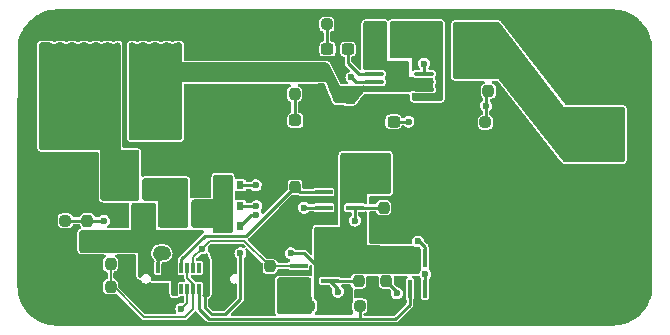
<source format=gbr>
%TF.GenerationSoftware,KiCad,Pcbnew,(6.0.6-0)*%
%TF.CreationDate,2022-07-30T19:28:33+02:00*%
%TF.ProjectId,smoke_extractorV1_1,736d6f6b-655f-4657-9874-726163746f72,rev?*%
%TF.SameCoordinates,Original*%
%TF.FileFunction,Copper,L1,Top*%
%TF.FilePolarity,Positive*%
%FSLAX46Y46*%
G04 Gerber Fmt 4.6, Leading zero omitted, Abs format (unit mm)*
G04 Created by KiCad (PCBNEW (6.0.6-0)) date 2022-07-30 19:28:33*
%MOMM*%
%LPD*%
G01*
G04 APERTURE LIST*
G04 Aperture macros list*
%AMRoundRect*
0 Rectangle with rounded corners*
0 $1 Rounding radius*
0 $2 $3 $4 $5 $6 $7 $8 $9 X,Y pos of 4 corners*
0 Add a 4 corners polygon primitive as box body*
4,1,4,$2,$3,$4,$5,$6,$7,$8,$9,$2,$3,0*
0 Add four circle primitives for the rounded corners*
1,1,$1+$1,$2,$3*
1,1,$1+$1,$4,$5*
1,1,$1+$1,$6,$7*
1,1,$1+$1,$8,$9*
0 Add four rect primitives between the rounded corners*
20,1,$1+$1,$2,$3,$4,$5,0*
20,1,$1+$1,$4,$5,$6,$7,0*
20,1,$1+$1,$6,$7,$8,$9,0*
20,1,$1+$1,$8,$9,$2,$3,0*%
%AMFreePoly0*
4,1,5,3.500000,-1.500000,-3.500000,-1.500000,-3.500000,1.500000,3.500000,1.500000,3.500000,-1.500000,3.500000,-1.500000,$1*%
G04 Aperture macros list end*
%TA.AperFunction,ComponentPad*%
%ADD10C,5.700000*%
%TD*%
%TA.AperFunction,ComponentPad*%
%ADD11R,3.000000X3.000000*%
%TD*%
%TA.AperFunction,ComponentPad*%
%ADD12C,3.000000*%
%TD*%
%TA.AperFunction,SMDPad,CuDef*%
%ADD13R,0.400000X1.500000*%
%TD*%
%TA.AperFunction,SMDPad,CuDef*%
%ADD14RoundRect,0.237500X-0.250000X-0.237500X0.250000X-0.237500X0.250000X0.237500X-0.250000X0.237500X0*%
%TD*%
%TA.AperFunction,SMDPad,CuDef*%
%ADD15RoundRect,0.237500X0.300000X0.237500X-0.300000X0.237500X-0.300000X-0.237500X0.300000X-0.237500X0*%
%TD*%
%TA.AperFunction,SMDPad,CuDef*%
%ADD16R,0.600000X0.700000*%
%TD*%
%TA.AperFunction,SMDPad,CuDef*%
%ADD17RoundRect,0.237500X-0.237500X0.250000X-0.237500X-0.250000X0.237500X-0.250000X0.237500X0.250000X0*%
%TD*%
%TA.AperFunction,ComponentPad*%
%ADD18FreePoly0,270.000000*%
%TD*%
%TA.AperFunction,SMDPad,CuDef*%
%ADD19RoundRect,0.237500X0.250000X0.237500X-0.250000X0.237500X-0.250000X-0.237500X0.250000X-0.237500X0*%
%TD*%
%TA.AperFunction,SMDPad,CuDef*%
%ADD20RoundRect,0.250000X-0.475000X0.337500X-0.475000X-0.337500X0.475000X-0.337500X0.475000X0.337500X0*%
%TD*%
%TA.AperFunction,SMDPad,CuDef*%
%ADD21RoundRect,0.237500X0.237500X-0.250000X0.237500X0.250000X-0.237500X0.250000X-0.237500X-0.250000X0*%
%TD*%
%TA.AperFunction,SMDPad,CuDef*%
%ADD22RoundRect,0.100000X-0.712500X-0.100000X0.712500X-0.100000X0.712500X0.100000X-0.712500X0.100000X0*%
%TD*%
%TA.AperFunction,SMDPad,CuDef*%
%ADD23RoundRect,0.237500X-0.300000X-0.237500X0.300000X-0.237500X0.300000X0.237500X-0.300000X0.237500X0*%
%TD*%
%TA.AperFunction,SMDPad,CuDef*%
%ADD24RoundRect,0.250001X-0.462499X-0.849999X0.462499X-0.849999X0.462499X0.849999X-0.462499X0.849999X0*%
%TD*%
%TA.AperFunction,ComponentPad*%
%ADD25O,1.500000X1.200000*%
%TD*%
%TA.AperFunction,SMDPad,CuDef*%
%ADD26R,0.300000X0.870000*%
%TD*%
%TA.AperFunction,SMDPad,CuDef*%
%ADD27RoundRect,0.237500X0.287500X0.237500X-0.287500X0.237500X-0.287500X-0.237500X0.287500X-0.237500X0*%
%TD*%
%TA.AperFunction,SMDPad,CuDef*%
%ADD28R,1.500000X0.400000*%
%TD*%
%TA.AperFunction,SMDPad,CuDef*%
%ADD29R,1.200000X1.200000*%
%TD*%
%TA.AperFunction,SMDPad,CuDef*%
%ADD30RoundRect,0.150000X-0.150000X0.587500X-0.150000X-0.587500X0.150000X-0.587500X0.150000X0.587500X0*%
%TD*%
%TA.AperFunction,ViaPad*%
%ADD31C,0.600000*%
%TD*%
%TA.AperFunction,Conductor*%
%ADD32C,0.250000*%
%TD*%
%TA.AperFunction,Conductor*%
%ADD33C,0.200000*%
%TD*%
G04 APERTURE END LIST*
D10*
%TO.P,H2,1,1*%
%TO.N,GND*%
X142750000Y-99500000D03*
%TD*%
D11*
%TO.P,J2,1,Pin_1*%
%TO.N,VBOOST_OUT*%
X141500000Y-106960000D03*
D12*
%TO.P,J2,2,Pin_2*%
%TO.N,GND*%
X141500000Y-112040000D03*
%TD*%
D13*
%TO.P,U4,1,+*%
%TO.N,CC1*%
X125600000Y-119780000D03*
%TO.P,U4,2,V-*%
%TO.N,GND*%
X126250000Y-119780000D03*
%TO.P,U4,3,-*%
%TO.N,V_CC_REF*%
X126900000Y-119780000D03*
%TO.P,U4,4*%
%TO.N,CC1_DET*%
X126900000Y-117120000D03*
%TO.P,U4,5,V+*%
%TO.N,VBUS_RAW*%
X125600000Y-117120000D03*
%TD*%
D14*
%TO.P,R15,1*%
%TO.N,Net-(C4-Pad2)*%
X118568701Y-97362500D03*
%TO.P,R15,2*%
%TO.N,GND*%
X120393701Y-97362500D03*
%TD*%
D15*
%TO.P,C4,1*%
%TO.N,Net-(C4-Pad1)*%
X120343701Y-99462500D03*
%TO.P,C4,2*%
%TO.N,Net-(C4-Pad2)*%
X118618701Y-99462500D03*
%TD*%
D14*
%TO.P,R9,2*%
%TO.N,Net-(D1-Pad1)*%
X107912500Y-113050000D03*
%TO.P,R9,1*%
%TO.N,Net-(Q1-Pad1)*%
X106087500Y-113050000D03*
%TD*%
D10*
%TO.P,H1,1,1*%
%TO.N,GND*%
X95750000Y-119500000D03*
%TD*%
D16*
%TO.P,D2,1,K*%
%TO.N,Net-(D1-Pad1)*%
X109850000Y-112750000D03*
%TO.P,D2,2,A*%
%TO.N,CC1_DET*%
X111250000Y-112750000D03*
%TD*%
D17*
%TO.P,R13,1*%
%TO.N,GND*%
X115869531Y-109325000D03*
%TO.P,R13,2*%
%TO.N,CC2*%
X115869531Y-111150000D03*
%TD*%
D18*
%TO.P,U2,1,IN*%
%TO.N,VBUS_OPEN*%
X97195000Y-103095000D03*
%TO.P,U2,2,OUT*%
%TO.N,VBUS_SWITCH*%
X104195000Y-103095000D03*
%TD*%
D19*
%TO.P,R17,1*%
%TO.N,Net-(R16-Pad2)*%
X131979540Y-105651654D03*
%TO.P,R17,2*%
%TO.N,GND*%
X130154540Y-105651654D03*
%TD*%
D20*
%TO.P,C5,1*%
%TO.N,VBOOST_OUT*%
X130000000Y-101079091D03*
%TO.P,C5,2*%
%TO.N,GND*%
X130000000Y-103154091D03*
%TD*%
D14*
%TO.P,R3,1*%
%TO.N,VDAT_REF*%
X117087500Y-121200000D03*
%TO.P,R3,2*%
%TO.N,VBUS_RAW*%
X118912500Y-121200000D03*
%TD*%
D21*
%TO.P,R18,1*%
%TO.N,CC1_DET*%
X123600000Y-119112500D03*
%TO.P,R18,2*%
%TO.N,VBUS_RAW*%
X123600000Y-117287500D03*
%TD*%
%TO.P,R6,1*%
%TO.N,CHG_DET*%
X121250000Y-119112500D03*
%TO.P,R6,2*%
%TO.N,VBUS_RAW*%
X121250000Y-117287500D03*
%TD*%
D22*
%TO.P,U3,1,COMP*%
%TO.N,Net-(C4-Pad1)*%
X122581201Y-101566591D03*
%TO.P,U3,2,FB*%
%TO.N,Net-(R16-Pad2)*%
X122581201Y-102216591D03*
%TO.P,U3,3,EN*%
%TO.N,VBUS_SWITCH*%
X122581201Y-102866591D03*
%TO.P,U3,4,GND*%
%TO.N,GND*%
X122581201Y-103516591D03*
%TO.P,U3,5,SW*%
%TO.N,Net-(D5-Pad2)*%
X126806201Y-103516591D03*
%TO.P,U3,6,IN*%
%TO.N,VBUS_SWITCH*%
X126806201Y-102866591D03*
%TO.P,U3,7,FSEL*%
X126806201Y-102216591D03*
%TO.P,U3,8,SS*%
%TO.N,Net-(C3-Pad1)*%
X126806201Y-101566591D03*
%TD*%
D21*
%TO.P,R5,1*%
%TO.N,D-*%
X113750000Y-117862500D03*
%TO.P,R5,2*%
%TO.N,GND*%
X113750000Y-116037500D03*
%TD*%
D23*
%TO.P,C6,1*%
%TO.N,VBUS_RAW*%
X121237500Y-115400000D03*
%TO.P,C6,2*%
%TO.N,GND*%
X122962500Y-115400000D03*
%TD*%
D24*
%TO.P,L1,1,1*%
%TO.N,VBUS_SWITCH*%
X122668701Y-98616591D03*
%TO.P,L1,2,2*%
%TO.N,Net-(D5-Pad2)*%
X124993701Y-98616591D03*
%TD*%
D14*
%TO.P,R10,1*%
%TO.N,Net-(Q1-Pad1)*%
X106087500Y-111150000D03*
%TO.P,R10,2*%
%TO.N,GND*%
X107912500Y-111150000D03*
%TD*%
D16*
%TO.P,D3,1,K*%
%TO.N,Net-(D1-Pad1)*%
X109850000Y-111000000D03*
%TO.P,D3,2,A*%
%TO.N,CC2_DET*%
X111250000Y-111000000D03*
%TD*%
D25*
%TO.P,J1,S1,SHIELD*%
%TO.N,GND*%
X104600000Y-116750000D03*
X104600000Y-121050000D03*
X109400000Y-116750000D03*
X109400000Y-121050000D03*
D26*
%TO.P,J1,B12,GND*%
X109750000Y-118000000D03*
%TO.P,J1,B9,VBUS*%
%TO.N,VBUS_RAW*%
X108250000Y-118000000D03*
%TO.P,J1,B8,SBU2*%
%TO.N,unconnected-(J1-PadB8)*%
X107750000Y-118000000D03*
%TO.P,J1,B7,D-*%
%TO.N,D-*%
X107250000Y-118000000D03*
%TO.P,J1,B6,D+*%
%TO.N,D+*%
X106750000Y-118000000D03*
%TO.P,J1,B5,CC2*%
%TO.N,CC2*%
X106250000Y-118000000D03*
%TO.P,J1,B4,VBUS*%
%TO.N,VBUS_RAW*%
X105750000Y-118000000D03*
%TO.P,J1,B1,GND*%
%TO.N,GND*%
X104250000Y-118000000D03*
%TO.P,J1,A12,GND*%
X104250000Y-119800000D03*
%TO.P,J1,A9,VBUS*%
%TO.N,VBUS_RAW*%
X105750000Y-119800000D03*
%TO.P,J1,A8,SBU1*%
%TO.N,unconnected-(J1-PadA8)*%
X106250000Y-119800000D03*
%TO.P,J1,A7,D-*%
%TO.N,D-*%
X106750000Y-119800000D03*
%TO.P,J1,A6,D+*%
%TO.N,D+*%
X107250000Y-119800000D03*
%TO.P,J1,A5,CC1*%
%TO.N,CC1*%
X107750000Y-119800000D03*
%TO.P,J1,A4,VBUS*%
%TO.N,VBUS_RAW*%
X108250000Y-119800000D03*
%TO.P,J1,A1,GND*%
%TO.N,GND*%
X109750000Y-119800000D03*
%TD*%
D27*
%TO.P,D4,1,K*%
%TO.N,GND*%
X117656201Y-105512500D03*
%TO.P,D4,2,A*%
%TO.N,Net-(D4-Pad2)*%
X115906201Y-105512500D03*
%TD*%
D20*
%TO.P,C2,1*%
%TO.N,VBUS_SWITCH*%
X120098241Y-103330745D03*
%TO.P,C2,2*%
%TO.N,GND*%
X120098241Y-105405745D03*
%TD*%
D21*
%TO.P,R2,1*%
%TO.N,GND*%
X100250000Y-121412500D03*
%TO.P,R2,2*%
%TO.N,D+*%
X100250000Y-119587500D03*
%TD*%
D15*
%TO.P,C7,1*%
%TO.N,VBUS_RAW*%
X120462500Y-109487500D03*
%TO.P,C7,2*%
%TO.N,GND*%
X118737500Y-109487500D03*
%TD*%
%TO.P,C3,1*%
%TO.N,Net-(C3-Pad1)*%
X124210741Y-105618245D03*
%TO.P,C3,2*%
%TO.N,GND*%
X122485741Y-105618245D03*
%TD*%
D17*
%TO.P,R16,1*%
%TO.N,VBOOST_OUT*%
X132250000Y-101187500D03*
%TO.P,R16,2*%
%TO.N,Net-(R16-Pad2)*%
X132250000Y-103012500D03*
%TD*%
D28*
%TO.P,U5,1,+*%
%TO.N,CC2*%
X118289531Y-111587500D03*
%TO.P,U5,2,V-*%
%TO.N,GND*%
X118289531Y-112237500D03*
%TO.P,U5,3,-*%
%TO.N,V_CC_REF*%
X118289531Y-112887500D03*
%TO.P,U5,4*%
%TO.N,CC2_DET*%
X120949531Y-112887500D03*
%TO.P,U5,5,V+*%
%TO.N,VBUS_RAW*%
X120949531Y-111587500D03*
%TD*%
D21*
%TO.P,R19,1*%
%TO.N,CC2_DET*%
X123369531Y-112900000D03*
%TO.P,R19,2*%
%TO.N,VBUS_RAW*%
X123369531Y-111075000D03*
%TD*%
D29*
%TO.P,D5,1,K*%
%TO.N,VBOOST_OUT*%
X130481201Y-98616591D03*
%TO.P,D5,2,A*%
%TO.N,Net-(D5-Pad2)*%
X127681201Y-98616591D03*
%TD*%
D14*
%TO.P,R8,1*%
%TO.N,GND*%
X94587500Y-114000000D03*
%TO.P,R8,2*%
%TO.N,V_CC_REF*%
X96412500Y-114000000D03*
%TD*%
D17*
%TO.P,R7,1*%
%TO.N,V_CC_REF*%
X98300000Y-113987500D03*
%TO.P,R7,2*%
%TO.N,VBUS_RAW*%
X98300000Y-115812500D03*
%TD*%
D28*
%TO.P,U1,1,+*%
%TO.N,D-*%
X116170000Y-117800000D03*
%TO.P,U1,2,V-*%
%TO.N,GND*%
X116170000Y-118450000D03*
%TO.P,U1,3,-*%
%TO.N,VDAT_REF*%
X116170000Y-119100000D03*
%TO.P,U1,4*%
%TO.N,CHG_DET*%
X118830000Y-119100000D03*
%TO.P,U1,5,V+*%
%TO.N,VBUS_RAW*%
X118830000Y-117800000D03*
%TD*%
D15*
%TO.P,C1,1*%
%TO.N,VBUS_RAW*%
X118362500Y-115700000D03*
%TO.P,C1,2*%
%TO.N,GND*%
X116637500Y-115700000D03*
%TD*%
D14*
%TO.P,R4,1*%
%TO.N,GND*%
X113337500Y-121200000D03*
%TO.P,R4,2*%
%TO.N,VDAT_REF*%
X115162500Y-121200000D03*
%TD*%
D17*
%TO.P,R12,1*%
%TO.N,VBUS_SWITCH*%
X115831201Y-101437500D03*
%TO.P,R12,2*%
%TO.N,Net-(D4-Pad2)*%
X115831201Y-103262500D03*
%TD*%
D16*
%TO.P,D1,1,K*%
%TO.N,Net-(D1-Pad1)*%
X109850000Y-114450000D03*
%TO.P,D1,2,A*%
%TO.N,CHG_DET*%
X111250000Y-114450000D03*
%TD*%
D30*
%TO.P,Q1,1,G*%
%TO.N,Net-(Q1-Pad1)*%
X103950000Y-111412500D03*
%TO.P,Q1,2,S*%
%TO.N,VBUS_OPEN*%
X102050000Y-111412500D03*
%TO.P,Q1,3,D*%
%TO.N,VBUS_RAW*%
X103000000Y-113287500D03*
%TD*%
D10*
%TO.P,H3,1,1*%
%TO.N,GND*%
X142750000Y-119500000D03*
%TD*%
D17*
%TO.P,R14,1*%
%TO.N,VBUS_SWITCH*%
X117831201Y-101437500D03*
%TO.P,R14,2*%
%TO.N,GND*%
X117831201Y-103262500D03*
%TD*%
D21*
%TO.P,R1,1*%
%TO.N,D+*%
X100250000Y-117662500D03*
%TO.P,R1,2*%
%TO.N,VBUS_RAW*%
X100250000Y-115837500D03*
%TD*%
D19*
%TO.P,R11,1*%
%TO.N,GND*%
X123187500Y-121200000D03*
%TO.P,R11,2*%
%TO.N,CC1*%
X121362500Y-121200000D03*
%TD*%
D31*
%TO.N,GND*%
X112500000Y-118000000D03*
X112500000Y-119000000D03*
X112500000Y-97500000D03*
X108500000Y-97500000D03*
X107500000Y-97500000D03*
X111500000Y-97500000D03*
X110500000Y-97500000D03*
X109500000Y-97500000D03*
X101500000Y-97500000D03*
X103500000Y-97500000D03*
X105500000Y-97500000D03*
X102500000Y-97500000D03*
X106500000Y-97500000D03*
X104500000Y-97500000D03*
X99500000Y-97500000D03*
X96500000Y-97500000D03*
X95500000Y-97500000D03*
X98500000Y-97500000D03*
X100500000Y-97500000D03*
X97500000Y-97500000D03*
X98500000Y-98500000D03*
X99500000Y-98500000D03*
X97500000Y-98500000D03*
X95500000Y-98500000D03*
X96500000Y-98500000D03*
X100500000Y-98500000D03*
X104500000Y-98500000D03*
X105500000Y-98500000D03*
X102500000Y-98500000D03*
X106500000Y-98500000D03*
X103500000Y-98500000D03*
X101500000Y-98500000D03*
X134500000Y-97500000D03*
X139500000Y-103500000D03*
X137500000Y-101500000D03*
X136500000Y-99500000D03*
X139500000Y-102500000D03*
X139500000Y-101500000D03*
X138500000Y-101500000D03*
X138500000Y-102500000D03*
X137500000Y-99500000D03*
X138500000Y-100500000D03*
X138500000Y-99500000D03*
X137500000Y-100500000D03*
X137500000Y-97500000D03*
X137500000Y-98500000D03*
X138500000Y-98500000D03*
X138500000Y-97500000D03*
X136500000Y-97500000D03*
X135500000Y-97500000D03*
X135500000Y-98500000D03*
X136500000Y-98500000D03*
X135500000Y-107000000D03*
X134000000Y-105000000D03*
X134000000Y-106000000D03*
X135500000Y-113000000D03*
X135500000Y-114000000D03*
X136500000Y-114000000D03*
X136500000Y-109000000D03*
X136500000Y-108000000D03*
X136500000Y-113000000D03*
X136500000Y-112000000D03*
X135500000Y-108000000D03*
X135500000Y-109000000D03*
X136500000Y-111000000D03*
X135500000Y-110000000D03*
X136500000Y-110000000D03*
X135500000Y-112000000D03*
X135500000Y-111000000D03*
X104500000Y-108500000D03*
X103500000Y-108500000D03*
X105500000Y-108500000D03*
X106500000Y-108500000D03*
X98000000Y-112000000D03*
X98000000Y-111000000D03*
X94000000Y-111000000D03*
X95000000Y-112000000D03*
X94000000Y-112000000D03*
X95000000Y-111000000D03*
X97000000Y-112000000D03*
X96000000Y-111000000D03*
X97000000Y-111000000D03*
X96000000Y-112000000D03*
X116500000Y-98500000D03*
X115500000Y-98500000D03*
X107500000Y-99500000D03*
X107500000Y-98500000D03*
X109500000Y-98500000D03*
X111500000Y-99500000D03*
X109500000Y-99500000D03*
X111500000Y-98500000D03*
X108500000Y-99500000D03*
X112500000Y-99500000D03*
X112500000Y-98500000D03*
X108500000Y-98500000D03*
X110500000Y-99500000D03*
X110500000Y-98500000D03*
X112500000Y-106500000D03*
X111500000Y-103500000D03*
X111500000Y-107500000D03*
X111500000Y-105500000D03*
X111500000Y-106500000D03*
X111500000Y-108500000D03*
X111500000Y-104500000D03*
X112500000Y-105500000D03*
X112500000Y-107500000D03*
X112500000Y-108500000D03*
X112500000Y-104500000D03*
X112500000Y-103500000D03*
X109500000Y-103500000D03*
X107500000Y-104500000D03*
X108500000Y-104500000D03*
X109500000Y-104500000D03*
X110500000Y-104500000D03*
X110500000Y-103500000D03*
X107500000Y-107500000D03*
X107500000Y-108500000D03*
X108500000Y-107500000D03*
X110500000Y-108500000D03*
X110500000Y-107500000D03*
X109500000Y-108500000D03*
X109500000Y-107500000D03*
X108500000Y-108500000D03*
X107500000Y-103500000D03*
X109500000Y-105500000D03*
X110500000Y-105500000D03*
X110500000Y-106500000D03*
X108500000Y-106500000D03*
X109500000Y-106500000D03*
X107500000Y-106500000D03*
X108500000Y-103500000D03*
X107500000Y-105500000D03*
X108500000Y-105500000D03*
X126000000Y-114000000D03*
X129000000Y-114000000D03*
X128000000Y-114000000D03*
X127000000Y-114000000D03*
X126000000Y-113000000D03*
X127000000Y-113000000D03*
X129000000Y-113000000D03*
X128000000Y-113000000D03*
X129000000Y-112000000D03*
X127000000Y-112000000D03*
X128000000Y-112000000D03*
X126000000Y-112000000D03*
X128000000Y-111000000D03*
X129000000Y-111000000D03*
X126000000Y-111000000D03*
X127000000Y-111000000D03*
X126000000Y-110000000D03*
X127000000Y-110000000D03*
X128000000Y-110000000D03*
X129000000Y-110000000D03*
X128000000Y-109000000D03*
X129000000Y-109000000D03*
X126000000Y-109000000D03*
X127000000Y-109000000D03*
X129000000Y-108000000D03*
X128000000Y-108000000D03*
X127000000Y-108000000D03*
X126000000Y-108000000D03*
%TO.N,VBUS_RAW*%
X111250000Y-116750000D03*
X107350000Y-115150000D03*
X115500000Y-116750000D03*
%TO.N,GND*%
X122500000Y-120000000D03*
%TO.N,Net-(C3-Pad1)*%
X126800000Y-100700000D03*
X125481201Y-105612500D03*
%TO.N,CHG_DET*%
X112600000Y-113550000D03*
X119500000Y-120000000D03*
%TO.N,CC1_DET*%
X112600000Y-112750000D03*
X126300000Y-115750000D03*
X124500000Y-120150000D03*
%TO.N,CC2_DET*%
X112550000Y-111000000D03*
X120950000Y-113987500D03*
%TO.N,D-*%
X106250000Y-121450000D03*
X108000000Y-116350000D03*
%TO.N,V_CC_REF*%
X126900000Y-118500000D03*
X99700000Y-114000000D03*
X116650000Y-112887500D03*
%TO.N,Net-(R16-Pad2)*%
X120650000Y-101850000D03*
X132050000Y-104250000D03*
%TD*%
D32*
%TO.N,CC1*%
X108580456Y-122325000D02*
X121325000Y-122325000D01*
X121325000Y-122325000D02*
X124375000Y-122325000D01*
X121362500Y-121200000D02*
X121362500Y-122287500D01*
X121362500Y-122287500D02*
X121325000Y-122325000D01*
X107750000Y-121494544D02*
X108580456Y-122325000D01*
X124375000Y-122325000D02*
X125600000Y-121100000D01*
%TO.N,VBUS_RAW*%
X108250000Y-119800000D02*
X108250000Y-121358148D01*
X108250000Y-121358148D02*
X108816852Y-121925000D01*
X108816852Y-121925000D02*
X109983148Y-121925000D01*
X109983148Y-121925000D02*
X111250000Y-120658148D01*
X111250000Y-120658148D02*
X111250000Y-116750000D01*
%TO.N,Net-(D4-Pad2)*%
X115831201Y-103262500D02*
X115831201Y-105437500D01*
X115831201Y-105437500D02*
X115906201Y-105512500D01*
D33*
%TO.N,D-*%
X113750000Y-117862500D02*
X111587500Y-115700000D01*
X116170000Y-117800000D02*
X113812500Y-117800000D01*
X113812500Y-117800000D02*
X113750000Y-117862500D01*
D32*
%TO.N,CHG_DET*%
X119500000Y-120000000D02*
X119500000Y-119770000D01*
X119500000Y-119770000D02*
X118830000Y-119100000D01*
X121250000Y-119112500D02*
X118842500Y-119112500D01*
X118842500Y-119112500D02*
X118830000Y-119100000D01*
%TO.N,CC1_DET*%
X124500000Y-120150000D02*
X124500000Y-120012500D01*
X124500000Y-120012500D02*
X123600000Y-119112500D01*
%TO.N,CC1*%
X107750000Y-120000000D02*
X107750000Y-121494544D01*
X125600000Y-121100000D02*
X125600000Y-119780000D01*
%TO.N,VBUS_RAW*%
X108250000Y-118950000D02*
X108250000Y-119800000D01*
X108250000Y-118950000D02*
X108250000Y-118000000D01*
D33*
%TO.N,D+*%
X103112500Y-122150000D02*
X100250000Y-119287500D01*
D32*
%TO.N,VBUS_RAW*%
X117700000Y-117800000D02*
X118830000Y-117800000D01*
X118830000Y-117800000D02*
X120737500Y-117800000D01*
X120737500Y-117800000D02*
X121250000Y-117287500D01*
X118830000Y-115732500D02*
X118862500Y-115700000D01*
X115500000Y-116750000D02*
X116650000Y-116750000D01*
X116650000Y-116750000D02*
X117700000Y-117800000D01*
X118830000Y-117800000D02*
X118830000Y-115732500D01*
%TO.N,Net-(C3-Pad1)*%
X125500000Y-105600000D02*
X124210292Y-105600000D01*
X126800000Y-101560390D02*
X126806201Y-101566591D01*
X126800000Y-100700000D02*
X126800000Y-101560390D01*
%TO.N,Net-(C4-Pad1)*%
X122581201Y-101566591D02*
X121250475Y-101566591D01*
X120343701Y-99462500D02*
X120343701Y-100659817D01*
X120343701Y-100659817D02*
X121250475Y-101566591D01*
%TO.N,Net-(C4-Pad2)*%
X118568701Y-97362500D02*
X118568701Y-99412500D01*
X118568701Y-99412500D02*
X118618701Y-99462500D01*
%TO.N,CHG_DET*%
X112600000Y-113550000D02*
X112150000Y-113550000D01*
X112150000Y-113550000D02*
X111250000Y-114450000D01*
%TO.N,CC1_DET*%
X126900000Y-116200000D02*
X126300000Y-115600000D01*
X126900000Y-117120000D02*
X126900000Y-116200000D01*
X112600000Y-112750000D02*
X111250000Y-112750000D01*
%TO.N,CC2_DET*%
X120949531Y-112887500D02*
X123357031Y-112887500D01*
X120949531Y-112887500D02*
X120949531Y-113937031D01*
X112550000Y-111000000D02*
X111050000Y-111000000D01*
X123357031Y-112887500D02*
X123369531Y-112900000D01*
X120949531Y-113937031D02*
X121000000Y-113987500D01*
D33*
%TO.N,D+*%
X107250000Y-120000000D02*
X107250000Y-121450000D01*
X106750000Y-118200000D02*
X106750000Y-118835000D01*
X100250000Y-117662500D02*
X100250000Y-119587500D01*
X106750000Y-118835000D02*
X107250000Y-119335000D01*
X106550000Y-122150000D02*
X103112500Y-122150000D01*
X107250000Y-121450000D02*
X106550000Y-122150000D01*
X107250000Y-119335000D02*
X107250000Y-120000000D01*
%TO.N,D-*%
X108000000Y-116350000D02*
X107250000Y-117100000D01*
X108650000Y-115700000D02*
X108000000Y-116350000D01*
X111587500Y-115700000D02*
X108650000Y-115700000D01*
X106750000Y-120950000D02*
X106250000Y-121450000D01*
X107250000Y-117100000D02*
X107250000Y-118000000D01*
X106750000Y-120000000D02*
X106750000Y-120950000D01*
D32*
%TO.N,CC2*%
X111725000Y-115275000D02*
X108240000Y-115275000D01*
X106250000Y-118000000D02*
X106250000Y-117265000D01*
X111725000Y-115275000D02*
X115869531Y-111130469D01*
X108240000Y-115275000D02*
X106250000Y-117265000D01*
X115869531Y-111150000D02*
X116307031Y-111587500D01*
X116307031Y-111587500D02*
X118289531Y-111587500D01*
%TO.N,V_CC_REF*%
X99687500Y-113987500D02*
X99700000Y-114000000D01*
X98300000Y-113987500D02*
X99687500Y-113987500D01*
X126900000Y-118500000D02*
X126900000Y-119780000D01*
X98300000Y-113987500D02*
X96425000Y-113987500D01*
X96425000Y-113987500D02*
X96412500Y-114000000D01*
X116650000Y-112887500D02*
X118289531Y-112887500D01*
%TO.N,Net-(R16-Pad2)*%
X122581201Y-102216591D02*
X121016591Y-102216591D01*
X132050000Y-103012500D02*
X132050000Y-104250000D01*
X121016591Y-102216591D02*
X120650000Y-101850000D01*
X132050000Y-104250000D02*
X132050000Y-105562500D01*
%TD*%
%TA.AperFunction,Conductor*%
%TO.N,VBUS_RAW*%
G36*
X120750000Y-118576286D02*
G01*
X120694689Y-118631597D01*
X120638891Y-118741107D01*
X120637444Y-118750241D01*
X120597580Y-118808542D01*
X120532183Y-118836179D01*
X120517820Y-118837000D01*
X119782775Y-118837000D01*
X119714654Y-118816998D01*
X119694916Y-118801092D01*
X119688504Y-118791496D01*
X119669943Y-118779094D01*
X119649042Y-118765128D01*
X119649040Y-118765127D01*
X119638722Y-118758233D01*
X119594820Y-118749500D01*
X118065180Y-118749500D01*
X118021278Y-118758233D01*
X118010960Y-118765127D01*
X118010958Y-118765128D01*
X117981815Y-118784601D01*
X117971496Y-118791496D01*
X117964601Y-118801815D01*
X117945128Y-118830958D01*
X117945127Y-118830960D01*
X117938233Y-118841278D01*
X117929500Y-118885180D01*
X117929500Y-119314820D01*
X117938233Y-119358722D01*
X117945127Y-119369040D01*
X117945128Y-119369042D01*
X117964601Y-119398185D01*
X117971496Y-119408504D01*
X117981815Y-119415399D01*
X118010958Y-119434872D01*
X118010960Y-119434873D01*
X118021278Y-119441767D01*
X118065180Y-119450500D01*
X118738694Y-119450500D01*
X118806815Y-119470502D01*
X118827789Y-119487405D01*
X119010151Y-119669767D01*
X119044177Y-119732079D01*
X119039112Y-119802894D01*
X119035110Y-119812412D01*
X119016447Y-119852163D01*
X118994391Y-119993823D01*
X118995555Y-120002725D01*
X118995555Y-120002728D01*
X118996814Y-120012354D01*
X119012980Y-120135979D01*
X119070720Y-120267203D01*
X119076497Y-120274076D01*
X119076498Y-120274077D01*
X119083792Y-120282754D01*
X119162970Y-120376948D01*
X119282313Y-120456390D01*
X119419157Y-120499142D01*
X119428129Y-120499306D01*
X119428132Y-120499307D01*
X119493463Y-120500504D01*
X119562499Y-120501770D01*
X119571533Y-120499307D01*
X119692158Y-120466421D01*
X119692160Y-120466420D01*
X119700817Y-120464060D01*
X119822991Y-120389045D01*
X119919200Y-120282754D01*
X119981710Y-120153733D01*
X120005496Y-120012354D01*
X120005647Y-120000000D01*
X119985323Y-119858082D01*
X119925984Y-119727572D01*
X119885261Y-119680311D01*
X119838259Y-119625762D01*
X119838257Y-119625760D01*
X119832400Y-119618963D01*
X119824869Y-119614081D01*
X119818985Y-119608949D01*
X119780800Y-119549096D01*
X119781037Y-119478100D01*
X119819619Y-119418502D01*
X119884297Y-119389224D01*
X119901814Y-119388000D01*
X120517820Y-119388000D01*
X120585941Y-119408002D01*
X120632434Y-119461658D01*
X120637383Y-119474370D01*
X120638891Y-119483893D01*
X120694689Y-119593403D01*
X120713095Y-119611809D01*
X120747121Y-119674121D01*
X120750000Y-119700904D01*
X120750000Y-120791981D01*
X120743833Y-120830919D01*
X120743395Y-120832268D01*
X120738891Y-120841107D01*
X120724500Y-120931967D01*
X120724501Y-121468032D01*
X120738891Y-121558893D01*
X120743392Y-121567726D01*
X120743833Y-121569083D01*
X120750000Y-121608019D01*
X120750000Y-121787590D01*
X120747579Y-121812171D01*
X120739666Y-121851953D01*
X120720852Y-121897374D01*
X120705345Y-121920582D01*
X120670582Y-121955345D01*
X120647374Y-121970852D01*
X120601953Y-121989666D01*
X120562171Y-121997579D01*
X120537590Y-122000000D01*
X117712410Y-122000000D01*
X117687829Y-121997579D01*
X117648047Y-121989666D01*
X117602626Y-121970852D01*
X117579418Y-121955345D01*
X117544660Y-121920590D01*
X117544523Y-121920385D01*
X117523303Y-121852634D01*
X117542081Y-121784166D01*
X117568633Y-121755541D01*
X117568403Y-121755311D01*
X117655311Y-121668403D01*
X117711109Y-121558893D01*
X117725500Y-121468033D01*
X117725499Y-120931968D01*
X117711109Y-120841107D01*
X117655311Y-120731597D01*
X117568403Y-120644689D01*
X117559568Y-120640187D01*
X117551936Y-120634642D01*
X117508584Y-120578418D01*
X117500000Y-120532708D01*
X117500000Y-117750000D01*
X120750000Y-117750000D01*
X120750000Y-118576286D01*
G37*
%TD.AperFunction*%
%TD*%
%TA.AperFunction,Conductor*%
%TO.N,VBUS_OPEN*%
G36*
X95229317Y-98921113D02*
G01*
X95241388Y-98929148D01*
X95282313Y-98956390D01*
X95419157Y-98999142D01*
X95428129Y-98999306D01*
X95428132Y-98999307D01*
X95493463Y-99000504D01*
X95562499Y-99001770D01*
X95571533Y-98999307D01*
X95692158Y-98966421D01*
X95692160Y-98966420D01*
X95700817Y-98964060D01*
X95774815Y-98918625D01*
X95840744Y-98900000D01*
X96159498Y-98900000D01*
X96229317Y-98921113D01*
X96241388Y-98929148D01*
X96282313Y-98956390D01*
X96419157Y-98999142D01*
X96428129Y-98999306D01*
X96428132Y-98999307D01*
X96493463Y-99000504D01*
X96562499Y-99001770D01*
X96571533Y-98999307D01*
X96692158Y-98966421D01*
X96692160Y-98966420D01*
X96700817Y-98964060D01*
X96774815Y-98918625D01*
X96840744Y-98900000D01*
X97159498Y-98900000D01*
X97229317Y-98921113D01*
X97241388Y-98929148D01*
X97282313Y-98956390D01*
X97419157Y-98999142D01*
X97428129Y-98999306D01*
X97428132Y-98999307D01*
X97493463Y-99000504D01*
X97562499Y-99001770D01*
X97571533Y-98999307D01*
X97692158Y-98966421D01*
X97692160Y-98966420D01*
X97700817Y-98964060D01*
X97774815Y-98918625D01*
X97840744Y-98900000D01*
X98159498Y-98900000D01*
X98229317Y-98921113D01*
X98241388Y-98929148D01*
X98282313Y-98956390D01*
X98419157Y-98999142D01*
X98428129Y-98999306D01*
X98428132Y-98999307D01*
X98493463Y-99000504D01*
X98562499Y-99001770D01*
X98571533Y-98999307D01*
X98692158Y-98966421D01*
X98692160Y-98966420D01*
X98700817Y-98964060D01*
X98774815Y-98918625D01*
X98840744Y-98900000D01*
X99159498Y-98900000D01*
X99229317Y-98921113D01*
X99241388Y-98929148D01*
X99282313Y-98956390D01*
X99419157Y-98999142D01*
X99428129Y-98999306D01*
X99428132Y-98999307D01*
X99493463Y-99000504D01*
X99562499Y-99001770D01*
X99571533Y-98999307D01*
X99692158Y-98966421D01*
X99692160Y-98966420D01*
X99700817Y-98964060D01*
X99774815Y-98918625D01*
X99840744Y-98900000D01*
X100159498Y-98900000D01*
X100229317Y-98921113D01*
X100241388Y-98929148D01*
X100282313Y-98956390D01*
X100419157Y-98999142D01*
X100428129Y-98999306D01*
X100428132Y-98999307D01*
X100493463Y-99000504D01*
X100562499Y-99001770D01*
X100571533Y-98999307D01*
X100692158Y-98966421D01*
X100692160Y-98966420D01*
X100700817Y-98964060D01*
X100774815Y-98918625D01*
X100840744Y-98900000D01*
X100887590Y-98900000D01*
X100912171Y-98902421D01*
X100951953Y-98910334D01*
X100997374Y-98929148D01*
X101020582Y-98944655D01*
X101055345Y-98979418D01*
X101070852Y-99002626D01*
X101089666Y-99048047D01*
X101097579Y-99087829D01*
X101100000Y-99112410D01*
X101100000Y-108000000D01*
X102487590Y-108000000D01*
X102512171Y-108002421D01*
X102551953Y-108010334D01*
X102597374Y-108029148D01*
X102620582Y-108044655D01*
X102655345Y-108079418D01*
X102670852Y-108102626D01*
X102689666Y-108148047D01*
X102697579Y-108187829D01*
X102700000Y-108212410D01*
X102700000Y-112087590D01*
X102697579Y-112112171D01*
X102689666Y-112151953D01*
X102670852Y-112197374D01*
X102655345Y-112220582D01*
X102620582Y-112255345D01*
X102597374Y-112270852D01*
X102551953Y-112289666D01*
X102512171Y-112297579D01*
X102487590Y-112300000D01*
X99612410Y-112300000D01*
X99587829Y-112297579D01*
X99548047Y-112289666D01*
X99502626Y-112270852D01*
X99479418Y-112255345D01*
X99444655Y-112220582D01*
X99429148Y-112197374D01*
X99410334Y-112151953D01*
X99402421Y-112112171D01*
X99400000Y-112087590D01*
X99400000Y-108000000D01*
X94412410Y-108000000D01*
X94387829Y-107997579D01*
X94348047Y-107989666D01*
X94302626Y-107970852D01*
X94279418Y-107955345D01*
X94244655Y-107920582D01*
X94229148Y-107897374D01*
X94210334Y-107851953D01*
X94202421Y-107812171D01*
X94200000Y-107787590D01*
X94200000Y-99112410D01*
X94202421Y-99087829D01*
X94210334Y-99048047D01*
X94229148Y-99002626D01*
X94244655Y-98979418D01*
X94279418Y-98944655D01*
X94302626Y-98929148D01*
X94348047Y-98910334D01*
X94387829Y-98902421D01*
X94412410Y-98900000D01*
X95159498Y-98900000D01*
X95229317Y-98921113D01*
G37*
%TD.AperFunction*%
%TD*%
%TA.AperFunction,Conductor*%
%TO.N,Net-(D1-Pad1)*%
G36*
X110412171Y-110102421D02*
G01*
X110451953Y-110110334D01*
X110497374Y-110129148D01*
X110520582Y-110144655D01*
X110555345Y-110179418D01*
X110570852Y-110202626D01*
X110589666Y-110248047D01*
X110597579Y-110287829D01*
X110600000Y-110312410D01*
X110600000Y-114873500D01*
X110579998Y-114941621D01*
X110526342Y-114988114D01*
X110474000Y-114999500D01*
X109026000Y-114999500D01*
X108957879Y-114979498D01*
X108911386Y-114925842D01*
X108900000Y-114873500D01*
X108900000Y-114600000D01*
X107312410Y-114600000D01*
X107287829Y-114597579D01*
X107248047Y-114589666D01*
X107202626Y-114570852D01*
X107179418Y-114555345D01*
X107144655Y-114520582D01*
X107129148Y-114497374D01*
X107110334Y-114451953D01*
X107102421Y-114412171D01*
X107100000Y-114387590D01*
X107100000Y-112412410D01*
X107102421Y-112387829D01*
X107110334Y-112348047D01*
X107129148Y-112302626D01*
X107144655Y-112279418D01*
X107179418Y-112244655D01*
X107202626Y-112229148D01*
X107248047Y-112210334D01*
X107287829Y-112202421D01*
X107312410Y-112200000D01*
X108950000Y-112200000D01*
X108950000Y-110312410D01*
X108952421Y-110287829D01*
X108960334Y-110248047D01*
X108979148Y-110202626D01*
X108994655Y-110179418D01*
X109029418Y-110144655D01*
X109052626Y-110129148D01*
X109098047Y-110110334D01*
X109137829Y-110102421D01*
X109162410Y-110100000D01*
X110387590Y-110100000D01*
X110412171Y-110102421D01*
G37*
%TD.AperFunction*%
%TD*%
%TA.AperFunction,Conductor*%
%TO.N,VBUS_RAW*%
G36*
X121987793Y-111936837D02*
G01*
X121987793Y-111936838D01*
X121987766Y-111945084D01*
X121986052Y-112462633D01*
X121965825Y-112530687D01*
X121912016Y-112577002D01*
X121841708Y-112586873D01*
X121790054Y-112566981D01*
X121758253Y-112545733D01*
X121714351Y-112537000D01*
X120184711Y-112537000D01*
X120140809Y-112545733D01*
X120130491Y-112552627D01*
X120130489Y-112552628D01*
X120115715Y-112562500D01*
X120091027Y-112578996D01*
X120084132Y-112589315D01*
X120064659Y-112618458D01*
X120064658Y-112618460D01*
X120057764Y-112628778D01*
X120049031Y-112672680D01*
X120049031Y-113102320D01*
X120057764Y-113146222D01*
X120064658Y-113156540D01*
X120064659Y-113156542D01*
X120084132Y-113185685D01*
X120091027Y-113196004D01*
X120101346Y-113202899D01*
X120130489Y-113222372D01*
X120130491Y-113222373D01*
X120140809Y-113229267D01*
X120184711Y-113238000D01*
X120548031Y-113238000D01*
X120616152Y-113258002D01*
X120662645Y-113311658D01*
X120674031Y-113364000D01*
X120674031Y-113501837D01*
X120654029Y-113569958D01*
X120629770Y-113597704D01*
X120622280Y-113602430D01*
X120527377Y-113709888D01*
X120466447Y-113839663D01*
X120444391Y-113981323D01*
X120445555Y-113990225D01*
X120445555Y-113990228D01*
X120453686Y-114052401D01*
X120462980Y-114123479D01*
X120520720Y-114254703D01*
X120526497Y-114261576D01*
X120526498Y-114261577D01*
X120531227Y-114267203D01*
X120612970Y-114364448D01*
X120732313Y-114443890D01*
X120869157Y-114486642D01*
X120878129Y-114486806D01*
X120878132Y-114486807D01*
X120943463Y-114488004D01*
X121012499Y-114489270D01*
X121021533Y-114486807D01*
X121142158Y-114453921D01*
X121142160Y-114453920D01*
X121150817Y-114451560D01*
X121272991Y-114376545D01*
X121369200Y-114270254D01*
X121431710Y-114141233D01*
X121455496Y-113999854D01*
X121455647Y-113987500D01*
X121447473Y-113930424D01*
X121436596Y-113854468D01*
X121436595Y-113854465D01*
X121435323Y-113845582D01*
X121375984Y-113715072D01*
X121282400Y-113606463D01*
X121274868Y-113601581D01*
X121268200Y-113595764D01*
X121230017Y-113535910D01*
X121225031Y-113500816D01*
X121225031Y-113364000D01*
X121245033Y-113295879D01*
X121298689Y-113249386D01*
X121351031Y-113238000D01*
X121714351Y-113238000D01*
X121758253Y-113229267D01*
X121768571Y-113222373D01*
X121768573Y-113222372D01*
X121787229Y-113209906D01*
X121854981Y-113188691D01*
X121923448Y-113207474D01*
X121970891Y-113260292D01*
X121983229Y-113315088D01*
X121975110Y-115767470D01*
X121974033Y-116092836D01*
X122174378Y-116093152D01*
X122174380Y-116093152D01*
X122180568Y-116093162D01*
X122180571Y-116093162D01*
X124035015Y-116096082D01*
X125885702Y-116098997D01*
X125953791Y-116119106D01*
X125960989Y-116124592D01*
X125962970Y-116126948D01*
X126050398Y-116185145D01*
X126072714Y-116200000D01*
X126082313Y-116206390D01*
X126219157Y-116249142D01*
X126228129Y-116249306D01*
X126228132Y-116249307D01*
X126288397Y-116250411D01*
X126362499Y-116251770D01*
X126362647Y-116251730D01*
X126428337Y-116262442D01*
X126481107Y-116309938D01*
X126499843Y-116376039D01*
X126499974Y-118152614D01*
X126479996Y-118219423D01*
X126477377Y-118222388D01*
X126416447Y-118352163D01*
X126415066Y-118361034D01*
X126410034Y-118393351D01*
X126379789Y-118457583D01*
X126319619Y-118495267D01*
X126285534Y-118499965D01*
X126031416Y-118499966D01*
X124007936Y-118499974D01*
X123969001Y-118493807D01*
X123967732Y-118493395D01*
X123958893Y-118488891D01*
X123949100Y-118487340D01*
X123949097Y-118487339D01*
X123912814Y-118481593D01*
X123868033Y-118474500D01*
X123600055Y-118474500D01*
X123331968Y-118474501D01*
X123327074Y-118475276D01*
X123327075Y-118475276D01*
X123250905Y-118487339D01*
X123250903Y-118487339D01*
X123241107Y-118488891D01*
X123232269Y-118493394D01*
X123230986Y-118493811D01*
X123192052Y-118499977D01*
X122102831Y-118499981D01*
X121657968Y-118499983D01*
X121619032Y-118493816D01*
X121617726Y-118493392D01*
X121608893Y-118488891D01*
X121599103Y-118487340D01*
X121599102Y-118487340D01*
X121574228Y-118483401D01*
X121518033Y-118474500D01*
X121250055Y-118474500D01*
X120981968Y-118474501D01*
X120977074Y-118475276D01*
X120977075Y-118475276D01*
X120900905Y-118487339D01*
X120900903Y-118487339D01*
X120891107Y-118488891D01*
X120882270Y-118493394D01*
X120882269Y-118493394D01*
X120869331Y-118499986D01*
X117500000Y-118500000D01*
X117500000Y-114712410D01*
X117502421Y-114687829D01*
X117510334Y-114648047D01*
X117529148Y-114602626D01*
X117544655Y-114579418D01*
X117579418Y-114544655D01*
X117602626Y-114529148D01*
X117648047Y-114510334D01*
X117687829Y-114502421D01*
X117712410Y-114500000D01*
X119700000Y-114500000D01*
X119700000Y-108462410D01*
X119702421Y-108437829D01*
X119710334Y-108398047D01*
X119729148Y-108352626D01*
X119744655Y-108329418D01*
X119779418Y-108294655D01*
X119802626Y-108279148D01*
X119848047Y-108260334D01*
X119887829Y-108252421D01*
X119912410Y-108250000D01*
X122000000Y-108250000D01*
X121987793Y-111936837D01*
G37*
%TD.AperFunction*%
%TD*%
%TA.AperFunction,Conductor*%
%TO.N,Net-(D5-Pad2)*%
G36*
X128212171Y-97102421D02*
G01*
X128251953Y-97110334D01*
X128297374Y-97129148D01*
X128320582Y-97144655D01*
X128355345Y-97179418D01*
X128370852Y-97202626D01*
X128389666Y-97248047D01*
X128397579Y-97287829D01*
X128400000Y-97312410D01*
X128400000Y-103637590D01*
X128397579Y-103662171D01*
X128389666Y-103701953D01*
X128370852Y-103747374D01*
X128355345Y-103770582D01*
X128320582Y-103805345D01*
X128297374Y-103820852D01*
X128251953Y-103839666D01*
X128212171Y-103847579D01*
X128187590Y-103850000D01*
X125962410Y-103850000D01*
X125937829Y-103847579D01*
X125898047Y-103839666D01*
X125852626Y-103820852D01*
X125829418Y-103805345D01*
X125794655Y-103770582D01*
X125779148Y-103747374D01*
X125760334Y-103701953D01*
X125752421Y-103662171D01*
X125750000Y-103637590D01*
X125750000Y-103273941D01*
X125770002Y-103205820D01*
X125823658Y-103159327D01*
X125893932Y-103149223D01*
X125946002Y-103169176D01*
X125985642Y-103195663D01*
X125985645Y-103195664D01*
X125995961Y-103202557D01*
X126069027Y-103217091D01*
X127543375Y-103217091D01*
X127616441Y-103202557D01*
X127699302Y-103147192D01*
X127754667Y-103064331D01*
X127769201Y-102991265D01*
X127769201Y-102741917D01*
X127754667Y-102668851D01*
X127747774Y-102658535D01*
X127747773Y-102658532D01*
X127716409Y-102611593D01*
X127695194Y-102543840D01*
X127716409Y-102471589D01*
X127747773Y-102424650D01*
X127747774Y-102424647D01*
X127754667Y-102414331D01*
X127769201Y-102341265D01*
X127769201Y-102091917D01*
X127754667Y-102018851D01*
X127747774Y-102008535D01*
X127747773Y-102008532D01*
X127716409Y-101961593D01*
X127695194Y-101893840D01*
X127716409Y-101821589D01*
X127747773Y-101774650D01*
X127747774Y-101774647D01*
X127754667Y-101764331D01*
X127769201Y-101691265D01*
X127769201Y-101441917D01*
X127754667Y-101368851D01*
X127699302Y-101285990D01*
X127616441Y-101230625D01*
X127543375Y-101216091D01*
X127291995Y-101216091D01*
X127223874Y-101196089D01*
X127177381Y-101142433D01*
X127167277Y-101072159D01*
X127198579Y-101005536D01*
X127213178Y-100989407D01*
X127219200Y-100982754D01*
X127281710Y-100853733D01*
X127305496Y-100712354D01*
X127305647Y-100700000D01*
X127285323Y-100558082D01*
X127225984Y-100427572D01*
X127207598Y-100406234D01*
X127138260Y-100325763D01*
X127138257Y-100325760D01*
X127132400Y-100318963D01*
X127012095Y-100240985D01*
X126874739Y-100199907D01*
X126865763Y-100199852D01*
X126865762Y-100199852D01*
X126805555Y-100199484D01*
X126731376Y-100199031D01*
X126593529Y-100238428D01*
X126472280Y-100314930D01*
X126377377Y-100422388D01*
X126316447Y-100552163D01*
X126294391Y-100693823D01*
X126295555Y-100702725D01*
X126295555Y-100702728D01*
X126296814Y-100712354D01*
X126312980Y-100835979D01*
X126370720Y-100967203D01*
X126376499Y-100974078D01*
X126405867Y-101009016D01*
X126434388Y-101074032D01*
X126423232Y-101144147D01*
X126375939Y-101197099D01*
X126309416Y-101216091D01*
X126069027Y-101216091D01*
X125995961Y-101230625D01*
X125985645Y-101237518D01*
X125985642Y-101237519D01*
X125946002Y-101264006D01*
X125878249Y-101285221D01*
X125809782Y-101266438D01*
X125762339Y-101213620D01*
X125750000Y-101159241D01*
X125750000Y-100250000D01*
X124112410Y-100250000D01*
X124087829Y-100247579D01*
X124048047Y-100239666D01*
X124002626Y-100220852D01*
X123979418Y-100205345D01*
X123944655Y-100170582D01*
X123929148Y-100147374D01*
X123910334Y-100101953D01*
X123902421Y-100062171D01*
X123900000Y-100037590D01*
X123900000Y-97312410D01*
X123902421Y-97287829D01*
X123910334Y-97248047D01*
X123929148Y-97202626D01*
X123944655Y-97179418D01*
X123979418Y-97144655D01*
X124002626Y-97129148D01*
X124048047Y-97110334D01*
X124087829Y-97102421D01*
X124112410Y-97100000D01*
X128187590Y-97100000D01*
X128212171Y-97102421D01*
G37*
%TD.AperFunction*%
%TD*%
%TA.AperFunction,Conductor*%
%TO.N,VBOOST_OUT*%
G36*
X133065250Y-97153307D02*
G01*
X133111075Y-97164018D01*
X133162488Y-97189441D01*
X133198817Y-97219354D01*
X133218855Y-97240137D01*
X138585570Y-104265656D01*
X138585573Y-104265659D01*
X138650000Y-104350000D01*
X143587590Y-104350000D01*
X143612171Y-104352421D01*
X143651953Y-104360334D01*
X143697374Y-104379148D01*
X143720582Y-104394655D01*
X143755345Y-104429418D01*
X143770852Y-104452626D01*
X143789666Y-104498047D01*
X143797579Y-104537829D01*
X143800000Y-104562410D01*
X143800000Y-108837590D01*
X143797579Y-108862171D01*
X143789666Y-108901953D01*
X143770852Y-108947374D01*
X143755345Y-108970582D01*
X143720582Y-109005345D01*
X143697374Y-109020852D01*
X143651953Y-109039666D01*
X143612171Y-109047579D01*
X143587590Y-109050000D01*
X138761390Y-109050000D01*
X138733160Y-109046797D01*
X138687978Y-109036410D01*
X138637186Y-109011753D01*
X138629228Y-109005345D01*
X138601079Y-108982678D01*
X138581101Y-108962480D01*
X138569209Y-108947374D01*
X138552806Y-108926537D01*
X137280701Y-107310619D01*
X133164467Y-102081889D01*
X133164464Y-102081886D01*
X133160057Y-102076288D01*
X133160056Y-102076287D01*
X133100000Y-102000000D01*
X129462410Y-102000000D01*
X129437829Y-101997579D01*
X129398047Y-101989666D01*
X129352626Y-101970852D01*
X129329418Y-101955345D01*
X129294655Y-101920582D01*
X129279148Y-101897374D01*
X129260334Y-101851953D01*
X129252421Y-101812171D01*
X129250000Y-101787590D01*
X129250000Y-97362410D01*
X129252421Y-97337829D01*
X129260334Y-97298047D01*
X129279148Y-97252626D01*
X129294655Y-97229418D01*
X129329418Y-97194655D01*
X129352626Y-97179148D01*
X129398047Y-97160334D01*
X129437829Y-97152421D01*
X129462410Y-97150000D01*
X133036572Y-97150000D01*
X133065250Y-97153307D01*
G37*
%TD.AperFunction*%
%TD*%
%TA.AperFunction,Conductor*%
%TO.N,VBUS_SWITCH*%
G36*
X115150000Y-102249958D02*
G01*
X115148833Y-102249814D01*
X115148833Y-102250000D01*
X106300000Y-102250000D01*
X106300000Y-100600000D01*
X115150000Y-100600000D01*
X115150000Y-102249958D01*
G37*
%TD.AperFunction*%
%TD*%
%TA.AperFunction,Conductor*%
%TO.N,Net-(Q1-Pad1)*%
G36*
X106662171Y-110402421D02*
G01*
X106701953Y-110410334D01*
X106747374Y-110429148D01*
X106770582Y-110444655D01*
X106805345Y-110479418D01*
X106820852Y-110502626D01*
X106839666Y-110548047D01*
X106847579Y-110587829D01*
X106850000Y-110612410D01*
X106850000Y-114387590D01*
X106847579Y-114412171D01*
X106839666Y-114451953D01*
X106820852Y-114497374D01*
X106805345Y-114520582D01*
X106770582Y-114555345D01*
X106747374Y-114570852D01*
X106701953Y-114589666D01*
X106662171Y-114597579D01*
X106637590Y-114600000D01*
X104512410Y-114600000D01*
X104487829Y-114597579D01*
X104448047Y-114589666D01*
X104402626Y-114570852D01*
X104379418Y-114555345D01*
X104344655Y-114520582D01*
X104329148Y-114497374D01*
X104310334Y-114451953D01*
X104302421Y-114412171D01*
X104300000Y-114387590D01*
X104300000Y-112300000D01*
X103162410Y-112300000D01*
X103137829Y-112297579D01*
X103098047Y-112289666D01*
X103052626Y-112270852D01*
X103029418Y-112255345D01*
X102994655Y-112220582D01*
X102979148Y-112197374D01*
X102960334Y-112151953D01*
X102952421Y-112112171D01*
X102950000Y-112087590D01*
X102950000Y-110612410D01*
X102952421Y-110587829D01*
X102960334Y-110548047D01*
X102979148Y-110502626D01*
X102994655Y-110479418D01*
X103029418Y-110444655D01*
X103052626Y-110429148D01*
X103098047Y-110410334D01*
X103137829Y-110402421D01*
X103162410Y-110400000D01*
X106637590Y-110400000D01*
X106662171Y-110402421D01*
G37*
%TD.AperFunction*%
%TD*%
%TA.AperFunction,Conductor*%
%TO.N,VBUS_SWITCH*%
G36*
X123462171Y-97102421D02*
G01*
X123501953Y-97110334D01*
X123547374Y-97129148D01*
X123570582Y-97144655D01*
X123605345Y-97179418D01*
X123620852Y-97202626D01*
X123639666Y-97248047D01*
X123647579Y-97287829D01*
X123650000Y-97312410D01*
X123650000Y-100450000D01*
X125337590Y-100450000D01*
X125362171Y-100452421D01*
X125401953Y-100460334D01*
X125447374Y-100479148D01*
X125470582Y-100494655D01*
X125505345Y-100529418D01*
X125520852Y-100552626D01*
X125539666Y-100598047D01*
X125547579Y-100637829D01*
X125550000Y-100662410D01*
X125550000Y-101850000D01*
X125879081Y-101850000D01*
X125949082Y-101871234D01*
X125995961Y-101902557D01*
X126069027Y-101917091D01*
X127446951Y-101917091D01*
X127515072Y-101937093D01*
X127561565Y-101990749D01*
X127564956Y-101999600D01*
X127565021Y-101999575D01*
X127566669Y-102003762D01*
X127568014Y-102008059D01*
X127587115Y-102047983D01*
X127589616Y-102051726D01*
X127592467Y-102055993D01*
X127613701Y-102125994D01*
X127613701Y-102307188D01*
X127592467Y-102377189D01*
X127589773Y-102381220D01*
X127589770Y-102381226D01*
X127587115Y-102385199D01*
X127567208Y-102427779D01*
X127565861Y-102432368D01*
X127546287Y-102499027D01*
X127546279Y-102499055D01*
X127545993Y-102500030D01*
X127543447Y-102509883D01*
X127546799Y-102590306D01*
X127568014Y-102658059D01*
X127587115Y-102697983D01*
X127589616Y-102701726D01*
X127592467Y-102705993D01*
X127613701Y-102775994D01*
X127613701Y-102935591D01*
X127593699Y-103003712D01*
X127540043Y-103050205D01*
X127487701Y-103061591D01*
X126103104Y-103061591D01*
X126039179Y-103042202D01*
X126038341Y-103043621D01*
X126035312Y-103041833D01*
X126032392Y-103039882D01*
X126001644Y-103023972D01*
X125949574Y-103004019D01*
X125941605Y-103003126D01*
X125941604Y-103003126D01*
X125929882Y-103001813D01*
X125871802Y-102995306D01*
X125801528Y-103005410D01*
X125793329Y-103009154D01*
X125793330Y-103009154D01*
X125730024Y-103038064D01*
X125730021Y-103038066D01*
X125721827Y-103041808D01*
X125715019Y-103047707D01*
X125715016Y-103047709D01*
X125690186Y-103069225D01*
X125625605Y-103098718D01*
X125607674Y-103100000D01*
X121650000Y-103100000D01*
X121650000Y-102514351D01*
X121714609Y-102518968D01*
X121740583Y-102532260D01*
X121770961Y-102552557D01*
X121844027Y-102567091D01*
X123318375Y-102567091D01*
X123391441Y-102552557D01*
X123474302Y-102497192D01*
X123517615Y-102432368D01*
X123522773Y-102424649D01*
X123522773Y-102424648D01*
X123529667Y-102414331D01*
X123544201Y-102341265D01*
X123544201Y-102091917D01*
X123529667Y-102018851D01*
X123522774Y-102008535D01*
X123522773Y-102008532D01*
X123491409Y-101961593D01*
X123470194Y-101893840D01*
X123491409Y-101821589D01*
X123522773Y-101774650D01*
X123522774Y-101774647D01*
X123529667Y-101764331D01*
X123544201Y-101691265D01*
X123544201Y-101441917D01*
X123529667Y-101368851D01*
X123474302Y-101285990D01*
X123391441Y-101230625D01*
X123318375Y-101216091D01*
X121844027Y-101216091D01*
X121800582Y-101224733D01*
X121729868Y-101218405D01*
X121673801Y-101174851D01*
X121650000Y-101101154D01*
X121650000Y-97312410D01*
X121652421Y-97287829D01*
X121660334Y-97248047D01*
X121679148Y-97202626D01*
X121694655Y-97179418D01*
X121729418Y-97144655D01*
X121752626Y-97129148D01*
X121798047Y-97110334D01*
X121837829Y-97102421D01*
X121862410Y-97100000D01*
X123437590Y-97100000D01*
X123462171Y-97102421D01*
G37*
%TD.AperFunction*%
%TD*%
%TA.AperFunction,Conductor*%
%TO.N,VBUS_RAW*%
G36*
X103912171Y-112502421D02*
G01*
X103951953Y-112510334D01*
X103997374Y-112529148D01*
X104020582Y-112544655D01*
X104055345Y-112579418D01*
X104070852Y-112602626D01*
X104089666Y-112648047D01*
X104097579Y-112687829D01*
X104100000Y-112712410D01*
X104100000Y-114800000D01*
X106000000Y-114800000D01*
X106000000Y-117143265D01*
X105990485Y-117157505D01*
X105974500Y-117237867D01*
X105969103Y-117265000D01*
X105971524Y-117277171D01*
X105972079Y-117279961D01*
X105974500Y-117304543D01*
X105974500Y-117448270D01*
X105964965Y-117496203D01*
X105958233Y-117506278D01*
X105949500Y-117550180D01*
X105949500Y-118449820D01*
X105958233Y-118493722D01*
X105965127Y-118504040D01*
X105965128Y-118504042D01*
X105984601Y-118533185D01*
X105991496Y-118543504D01*
X106000000Y-118549186D01*
X106000000Y-119250814D01*
X105991496Y-119256496D01*
X105984601Y-119266815D01*
X105965128Y-119295958D01*
X105965127Y-119295960D01*
X105958233Y-119306278D01*
X105949500Y-119350180D01*
X105949500Y-120249820D01*
X105950707Y-120255886D01*
X105951292Y-120261830D01*
X105938063Y-120331583D01*
X105889223Y-120383111D01*
X105825000Y-120398893D01*
X105825000Y-120400000D01*
X105612410Y-120400000D01*
X105587829Y-120397579D01*
X105548047Y-120389666D01*
X105502626Y-120370852D01*
X105479418Y-120355345D01*
X105444655Y-120320582D01*
X105429148Y-120297374D01*
X105410334Y-120251953D01*
X105402421Y-120212171D01*
X105400000Y-120187590D01*
X105400000Y-119100000D01*
X103804788Y-119100000D01*
X103736667Y-119079998D01*
X103690174Y-119026342D01*
X103680534Y-118953097D01*
X103686860Y-118915496D01*
X103686861Y-118915489D01*
X103687667Y-118910696D01*
X103687798Y-118900000D01*
X103670201Y-118777125D01*
X103659424Y-118753421D01*
X103622540Y-118672300D01*
X103618824Y-118664127D01*
X103550035Y-118584293D01*
X103543661Y-118576895D01*
X103543660Y-118576894D01*
X103537798Y-118570091D01*
X103433635Y-118502577D01*
X103314711Y-118467011D01*
X103305735Y-118466956D01*
X103305734Y-118466956D01*
X103253530Y-118466637D01*
X103190584Y-118466253D01*
X103181953Y-118468720D01*
X103181951Y-118468720D01*
X103079868Y-118497895D01*
X103079865Y-118497896D01*
X103071234Y-118500363D01*
X102966254Y-118566600D01*
X102884085Y-118659639D01*
X102840055Y-118753421D01*
X102792999Y-118806583D01*
X102724671Y-118825865D01*
X102656765Y-118805145D01*
X102610841Y-118751002D01*
X102600000Y-118699872D01*
X102600000Y-116790862D01*
X103695497Y-116790862D01*
X103696737Y-116798078D01*
X103696737Y-116798080D01*
X103716478Y-116912967D01*
X103725134Y-116963340D01*
X103793654Y-117124373D01*
X103897383Y-117265324D01*
X103902964Y-117270065D01*
X103953345Y-117312867D01*
X103992310Y-117372215D01*
X103993003Y-117443209D01*
X103976533Y-117478890D01*
X103958233Y-117506278D01*
X103949500Y-117550180D01*
X103949500Y-118449820D01*
X103958233Y-118493722D01*
X103965127Y-118504040D01*
X103965128Y-118504042D01*
X103984601Y-118533185D01*
X103991496Y-118543504D01*
X104001815Y-118550399D01*
X104030958Y-118569872D01*
X104030960Y-118569873D01*
X104041278Y-118576767D01*
X104085180Y-118585500D01*
X104414820Y-118585500D01*
X104458722Y-118576767D01*
X104469040Y-118569873D01*
X104469042Y-118569872D01*
X104498185Y-118550399D01*
X104508504Y-118543504D01*
X104515399Y-118533185D01*
X104534872Y-118504042D01*
X104534873Y-118504040D01*
X104541767Y-118493722D01*
X104550500Y-118449820D01*
X104550500Y-117626500D01*
X104570502Y-117558379D01*
X104624158Y-117511886D01*
X104676500Y-117500500D01*
X104793822Y-117500500D01*
X104885369Y-117489827D01*
X104916556Y-117486191D01*
X104916558Y-117486191D01*
X104923828Y-117485343D01*
X104930705Y-117482847D01*
X104930708Y-117482846D01*
X105081452Y-117428128D01*
X105088331Y-117425631D01*
X105234685Y-117329677D01*
X105355040Y-117202628D01*
X105442939Y-117051298D01*
X105493667Y-116883807D01*
X105504503Y-116709138D01*
X105497925Y-116670852D01*
X105476106Y-116543875D01*
X105476105Y-116543873D01*
X105474866Y-116536660D01*
X105406346Y-116375627D01*
X105302617Y-116234676D01*
X105297039Y-116229937D01*
X105297036Y-116229934D01*
X105174824Y-116126107D01*
X105174820Y-116126104D01*
X105169245Y-116121368D01*
X105085062Y-116078382D01*
X105019900Y-116045108D01*
X105019898Y-116045107D01*
X105013384Y-116041781D01*
X105006279Y-116040042D01*
X105006275Y-116040041D01*
X104912741Y-116017154D01*
X104843394Y-116000185D01*
X104837794Y-115999838D01*
X104837790Y-115999837D01*
X104834291Y-115999620D01*
X104834282Y-115999620D01*
X104832352Y-115999500D01*
X104406178Y-115999500D01*
X104314631Y-116010173D01*
X104283444Y-116013809D01*
X104283442Y-116013809D01*
X104276172Y-116014657D01*
X104269295Y-116017153D01*
X104269292Y-116017154D01*
X104192281Y-116045108D01*
X104111669Y-116074369D01*
X103965315Y-116170323D01*
X103844960Y-116297372D01*
X103757061Y-116448702D01*
X103706333Y-116616193D01*
X103695497Y-116790862D01*
X102600000Y-116790862D01*
X102600000Y-116700000D01*
X97812410Y-116700000D01*
X97787829Y-116697579D01*
X97748047Y-116689666D01*
X97702626Y-116670852D01*
X97679418Y-116655345D01*
X97644655Y-116620582D01*
X97629148Y-116597374D01*
X97610334Y-116551953D01*
X97602421Y-116512171D01*
X97600000Y-116487590D01*
X97600000Y-115012410D01*
X97602421Y-114987829D01*
X97610334Y-114948047D01*
X97629148Y-114902626D01*
X97644655Y-114879418D01*
X97679418Y-114844655D01*
X97702626Y-114829148D01*
X97748047Y-114810334D01*
X97787829Y-114802421D01*
X97812410Y-114800000D01*
X102000000Y-114800000D01*
X102000000Y-112712410D01*
X102002421Y-112687829D01*
X102010334Y-112648047D01*
X102029148Y-112602626D01*
X102044655Y-112579418D01*
X102079418Y-112544655D01*
X102102626Y-112529148D01*
X102148047Y-112510334D01*
X102187829Y-112502421D01*
X102212410Y-112500000D01*
X103887590Y-112500000D01*
X103912171Y-112502421D01*
G37*
%TD.AperFunction*%
%TD*%
%TA.AperFunction,Conductor*%
%TO.N,VBUS_RAW*%
G36*
X123812171Y-108239921D02*
G01*
X123851953Y-108247834D01*
X123897374Y-108266648D01*
X123920582Y-108282155D01*
X123955345Y-108316918D01*
X123970852Y-108340126D01*
X123989666Y-108385547D01*
X123997579Y-108425329D01*
X124000000Y-108449910D01*
X124000000Y-111525090D01*
X123997579Y-111549671D01*
X123989666Y-111589453D01*
X123970852Y-111634874D01*
X123955345Y-111658082D01*
X123920582Y-111692845D01*
X123897374Y-111708352D01*
X123851953Y-111727166D01*
X123812171Y-111735079D01*
X123787590Y-111737500D01*
X121500000Y-111737500D01*
X121500000Y-108246287D01*
X121517392Y-108242826D01*
X121517830Y-108245026D01*
X121534249Y-108238223D01*
X121547730Y-108237500D01*
X123787590Y-108237500D01*
X123812171Y-108239921D01*
G37*
%TD.AperFunction*%
%TD*%
%TA.AperFunction,Conductor*%
%TO.N,VBUS_RAW*%
G36*
X108448600Y-116748355D02*
G01*
X108493981Y-116802955D01*
X108502496Y-116831593D01*
X108517584Y-116919399D01*
X108525134Y-116963340D01*
X108593654Y-117124373D01*
X108597992Y-117130268D01*
X108597994Y-117130271D01*
X108625481Y-117167622D01*
X108649748Y-117234343D01*
X108650000Y-117242305D01*
X108650000Y-120237590D01*
X108647579Y-120262171D01*
X108639666Y-120301953D01*
X108620852Y-120347374D01*
X108605345Y-120370582D01*
X108570582Y-120405345D01*
X108547374Y-120420852D01*
X108501953Y-120439666D01*
X108462171Y-120447579D01*
X108437590Y-120450000D01*
X108162987Y-120450000D01*
X108094866Y-120429998D01*
X108048373Y-120376342D01*
X108038269Y-120306068D01*
X108041579Y-120294003D01*
X108041767Y-120293722D01*
X108050500Y-120249820D01*
X108050500Y-119350180D01*
X108041767Y-119306278D01*
X108034873Y-119295960D01*
X108034872Y-119295958D01*
X108015399Y-119266815D01*
X108008504Y-119256496D01*
X107998185Y-119249601D01*
X107969042Y-119230128D01*
X107969040Y-119230127D01*
X107958722Y-119223233D01*
X107914820Y-119214500D01*
X107585180Y-119214500D01*
X107566756Y-119218165D01*
X107496043Y-119211837D01*
X107447249Y-119172516D01*
X107446272Y-119173493D01*
X107437493Y-119164714D01*
X107430601Y-119154399D01*
X107420286Y-119147507D01*
X107420284Y-119147505D01*
X107420001Y-119147316D01*
X107400908Y-119131647D01*
X107274547Y-119005286D01*
X107069856Y-118800596D01*
X107035831Y-118738283D01*
X107040895Y-118667468D01*
X107083442Y-118610632D01*
X107149962Y-118585821D01*
X107158951Y-118585500D01*
X107414820Y-118585500D01*
X107458722Y-118576767D01*
X107459599Y-118576181D01*
X107522370Y-118569432D01*
X107536517Y-118573586D01*
X107541278Y-118576767D01*
X107585180Y-118585500D01*
X107914820Y-118585500D01*
X107958722Y-118576767D01*
X107969040Y-118569873D01*
X107969042Y-118569872D01*
X107998185Y-118550399D01*
X108008504Y-118543504D01*
X108015399Y-118533185D01*
X108034872Y-118504042D01*
X108034873Y-118504040D01*
X108041767Y-118493722D01*
X108050500Y-118449820D01*
X108050500Y-117550180D01*
X108041767Y-117506278D01*
X108034873Y-117495960D01*
X108034872Y-117495958D01*
X108015399Y-117466815D01*
X108008504Y-117456496D01*
X107996193Y-117448270D01*
X107969042Y-117430128D01*
X107969040Y-117430127D01*
X107958722Y-117423233D01*
X107914820Y-117414500D01*
X107626500Y-117414500D01*
X107558379Y-117394498D01*
X107511886Y-117340842D01*
X107500500Y-117288500D01*
X107500500Y-117255950D01*
X107520502Y-117187829D01*
X107537405Y-117166855D01*
X107819561Y-116884699D01*
X107881873Y-116850673D01*
X107919147Y-116849675D01*
X107919157Y-116849142D01*
X108062499Y-116851770D01*
X108071163Y-116849408D01*
X108192158Y-116816421D01*
X108192160Y-116816420D01*
X108200817Y-116814060D01*
X108208464Y-116809365D01*
X108208468Y-116809363D01*
X108312388Y-116745556D01*
X108380905Y-116726958D01*
X108448600Y-116748355D01*
G37*
%TD.AperFunction*%
%TA.AperFunction,Conductor*%
G36*
X108107755Y-114820002D02*
G01*
X108154248Y-114873658D01*
X108164352Y-114943932D01*
X108134858Y-115008512D01*
X108109638Y-115030764D01*
X108090536Y-115043528D01*
X108090536Y-115043527D01*
X108090532Y-115043531D01*
X108064378Y-115061006D01*
X108061811Y-115057165D01*
X108061810Y-115057166D01*
X108064377Y-115061007D01*
X108041376Y-115076376D01*
X108034485Y-115086689D01*
X108032898Y-115089064D01*
X108017228Y-115108156D01*
X106083156Y-117042228D01*
X106064064Y-117057898D01*
X106051376Y-117066376D01*
X105990485Y-117157505D01*
X105974500Y-117237867D01*
X105969103Y-117265000D01*
X105971524Y-117277171D01*
X105972079Y-117279961D01*
X105974500Y-117304543D01*
X105974500Y-117448270D01*
X105964965Y-117496203D01*
X105958233Y-117506278D01*
X105949500Y-117550180D01*
X105949500Y-118449820D01*
X105958233Y-118493722D01*
X105965127Y-118504040D01*
X105965128Y-118504042D01*
X105984601Y-118533185D01*
X105991496Y-118543504D01*
X106001815Y-118550399D01*
X106030958Y-118569872D01*
X106030960Y-118569873D01*
X106041278Y-118576767D01*
X106085180Y-118585500D01*
X106373500Y-118585500D01*
X106441621Y-118605502D01*
X106488114Y-118659158D01*
X106499500Y-118711500D01*
X106499500Y-118797915D01*
X106497079Y-118822496D01*
X106494592Y-118835000D01*
X106514034Y-118932741D01*
X106533943Y-118962536D01*
X106569399Y-119015601D01*
X106570365Y-119016246D01*
X106600659Y-119071724D01*
X106595594Y-119142539D01*
X106553047Y-119199375D01*
X106486527Y-119224186D01*
X106452956Y-119222086D01*
X106433244Y-119218165D01*
X106414820Y-119214500D01*
X106085180Y-119214500D01*
X106041278Y-119223233D01*
X106030960Y-119230127D01*
X106030958Y-119230128D01*
X106001815Y-119249601D01*
X105991496Y-119256496D01*
X105984601Y-119266815D01*
X105965128Y-119295958D01*
X105965127Y-119295960D01*
X105958233Y-119306278D01*
X105949500Y-119350180D01*
X105949500Y-120249820D01*
X105950707Y-120255886D01*
X105951292Y-120261830D01*
X105938063Y-120331583D01*
X105889223Y-120383111D01*
X105850000Y-120392750D01*
X105850000Y-114800000D01*
X108039634Y-114800000D01*
X108107755Y-114820002D01*
G37*
%TD.AperFunction*%
%TD*%
%TA.AperFunction,Conductor*%
%TO.N,VBUS_SWITCH*%
G36*
X118543274Y-100604796D02*
G01*
X118597108Y-100620089D01*
X118655685Y-100656291D01*
X118693438Y-100697600D01*
X118713126Y-100726252D01*
X119650000Y-102600000D01*
X123400000Y-102600000D01*
X123400000Y-103100000D01*
X121650000Y-103100000D01*
X121585617Y-103185844D01*
X121585616Y-103185845D01*
X120970789Y-104005614D01*
X120950159Y-104027219D01*
X120912655Y-104058148D01*
X120859283Y-104084058D01*
X120811788Y-104094394D01*
X120782050Y-104097242D01*
X119701708Y-104071988D01*
X119383990Y-104064561D01*
X119359811Y-104061640D01*
X119320728Y-104053024D01*
X119276269Y-104033668D01*
X119253592Y-104018012D01*
X119219737Y-103983303D01*
X119197827Y-103949810D01*
X119186526Y-103928237D01*
X118885089Y-103185845D01*
X118850233Y-103100000D01*
X118689452Y-102704024D01*
X118543015Y-102343373D01*
X118540650Y-102337548D01*
X118540649Y-102337547D01*
X118489356Y-102211220D01*
X118353021Y-102212803D01*
X118353020Y-102212803D01*
X117526439Y-102222402D01*
X115150307Y-102249996D01*
X115148839Y-102249815D01*
X115150000Y-100600000D01*
X118508843Y-100600000D01*
X118543274Y-100604796D01*
G37*
%TD.AperFunction*%
%TD*%
%TA.AperFunction,Conductor*%
%TO.N,VDAT_REF*%
G36*
X115403506Y-118800167D02*
G01*
X115405180Y-118800500D01*
X116934820Y-118800500D01*
X116936494Y-118800167D01*
X116939898Y-118800000D01*
X117030421Y-118800000D01*
X117062944Y-118804270D01*
X117096481Y-118813230D01*
X117114191Y-118817962D01*
X117170567Y-118850402D01*
X117196023Y-118875747D01*
X117228710Y-118931987D01*
X117242623Y-118983171D01*
X117247034Y-119015673D01*
X117253451Y-120495588D01*
X117270787Y-120497381D01*
X117295647Y-120561437D01*
X117296098Y-120572085D01*
X117296098Y-121687590D01*
X117293677Y-121712171D01*
X117285764Y-121751953D01*
X117266950Y-121797374D01*
X117251443Y-121820582D01*
X117216680Y-121855345D01*
X117193472Y-121870852D01*
X117148051Y-121889666D01*
X117108269Y-121897579D01*
X117083688Y-121900000D01*
X114558508Y-121900000D01*
X114533927Y-121897579D01*
X114494145Y-121889666D01*
X114448724Y-121870852D01*
X114425516Y-121855345D01*
X114390753Y-121820582D01*
X114375246Y-121797374D01*
X114356432Y-121751953D01*
X114348519Y-121712171D01*
X114346098Y-121687590D01*
X114346098Y-119012410D01*
X114348519Y-118987829D01*
X114356432Y-118948047D01*
X114375246Y-118902626D01*
X114390753Y-118879418D01*
X114425516Y-118844655D01*
X114448724Y-118829148D01*
X114494145Y-118810334D01*
X114533927Y-118802421D01*
X114558508Y-118800000D01*
X115400102Y-118800000D01*
X115403506Y-118800167D01*
G37*
%TD.AperFunction*%
%TD*%
%TA.AperFunction,Conductor*%
%TO.N,VBUS_SWITCH*%
G36*
X102229317Y-98921113D02*
G01*
X102241388Y-98929148D01*
X102282313Y-98956390D01*
X102419157Y-98999142D01*
X102428129Y-98999306D01*
X102428132Y-98999307D01*
X102493463Y-99000504D01*
X102562499Y-99001770D01*
X102571533Y-98999307D01*
X102692158Y-98966421D01*
X102692160Y-98966420D01*
X102700817Y-98964060D01*
X102774815Y-98918625D01*
X102840744Y-98900000D01*
X103159498Y-98900000D01*
X103229317Y-98921113D01*
X103241388Y-98929148D01*
X103282313Y-98956390D01*
X103419157Y-98999142D01*
X103428129Y-98999306D01*
X103428132Y-98999307D01*
X103493463Y-99000504D01*
X103562499Y-99001770D01*
X103571533Y-98999307D01*
X103692158Y-98966421D01*
X103692160Y-98966420D01*
X103700817Y-98964060D01*
X103774815Y-98918625D01*
X103840744Y-98900000D01*
X104159498Y-98900000D01*
X104229317Y-98921113D01*
X104241388Y-98929148D01*
X104282313Y-98956390D01*
X104419157Y-98999142D01*
X104428129Y-98999306D01*
X104428132Y-98999307D01*
X104493463Y-99000504D01*
X104562499Y-99001770D01*
X104571533Y-98999307D01*
X104692158Y-98966421D01*
X104692160Y-98966420D01*
X104700817Y-98964060D01*
X104774815Y-98918625D01*
X104840744Y-98900000D01*
X105159498Y-98900000D01*
X105229317Y-98921113D01*
X105241388Y-98929148D01*
X105282313Y-98956390D01*
X105419157Y-98999142D01*
X105428129Y-98999306D01*
X105428132Y-98999307D01*
X105493463Y-99000504D01*
X105562499Y-99001770D01*
X105571533Y-98999307D01*
X105692158Y-98966421D01*
X105692160Y-98966420D01*
X105700817Y-98964060D01*
X105774815Y-98918625D01*
X105840744Y-98900000D01*
X106087590Y-98900000D01*
X106112171Y-98902421D01*
X106151953Y-98910334D01*
X106197374Y-98929148D01*
X106220582Y-98944655D01*
X106255345Y-98979418D01*
X106270852Y-99002626D01*
X106289666Y-99048047D01*
X106297579Y-99087829D01*
X106300000Y-99112410D01*
X106300000Y-106987590D01*
X106297579Y-107012171D01*
X106289666Y-107051953D01*
X106270852Y-107097374D01*
X106255345Y-107120582D01*
X106220582Y-107155345D01*
X106197374Y-107170852D01*
X106151953Y-107189666D01*
X106112171Y-107197579D01*
X106087590Y-107200000D01*
X102012410Y-107200000D01*
X101987829Y-107197579D01*
X101948047Y-107189666D01*
X101902626Y-107170852D01*
X101879418Y-107155345D01*
X101844655Y-107120582D01*
X101829148Y-107097374D01*
X101810334Y-107051953D01*
X101802421Y-107012171D01*
X101800000Y-106987590D01*
X101800000Y-99112410D01*
X101802421Y-99087829D01*
X101810334Y-99048047D01*
X101829148Y-99002626D01*
X101844655Y-98979418D01*
X101879418Y-98944655D01*
X101902626Y-98929148D01*
X101948047Y-98910334D01*
X101987829Y-98902421D01*
X102012410Y-98900000D01*
X102159498Y-98900000D01*
X102229317Y-98921113D01*
G37*
%TD.AperFunction*%
%TD*%
%TA.AperFunction,Conductor*%
%TO.N,GND*%
G36*
X142744392Y-96102669D02*
G01*
X142759477Y-96102625D01*
X142775510Y-96106871D01*
X142787019Y-96103752D01*
X142789454Y-96104459D01*
X142789523Y-96103073D01*
X143119982Y-96119539D01*
X143133175Y-96120895D01*
X143300277Y-96147036D01*
X143467374Y-96173175D01*
X143480361Y-96175914D01*
X143643784Y-96219487D01*
X143807212Y-96263060D01*
X143819829Y-96267148D01*
X144135695Y-96388191D01*
X144147820Y-96393586D01*
X144154505Y-96396993D01*
X144449200Y-96547184D01*
X144460691Y-96553825D01*
X144744233Y-96738268D01*
X144754963Y-96746081D01*
X145017541Y-96959337D01*
X145027389Y-96968236D01*
X145108861Y-97050051D01*
X145248609Y-97190388D01*
X145266071Y-97207924D01*
X145274926Y-97217806D01*
X145359296Y-97322587D01*
X145487074Y-97481277D01*
X145494842Y-97492039D01*
X145584106Y-97630533D01*
X145678096Y-97776361D01*
X145684688Y-97787880D01*
X145832184Y-98080317D01*
X145837019Y-98089904D01*
X145842363Y-98102053D01*
X145962074Y-98418417D01*
X145966111Y-98431061D01*
X146050368Y-98752497D01*
X146051879Y-98758263D01*
X146054563Y-98771256D01*
X146100642Y-99074157D01*
X146105438Y-99105681D01*
X146106740Y-99118890D01*
X146121823Y-99449552D01*
X146120789Y-99449599D01*
X146121261Y-99451588D01*
X146118005Y-99463404D01*
X146122184Y-99479457D01*
X146122084Y-99493552D01*
X146122500Y-99496804D01*
X146122500Y-119494485D01*
X146122027Y-119498214D01*
X146122153Y-119511820D01*
X146118008Y-119527886D01*
X146121270Y-119539622D01*
X146120611Y-119541944D01*
X146121930Y-119541998D01*
X146112705Y-119768963D01*
X146109331Y-119851960D01*
X146108194Y-119864480D01*
X146063666Y-120179456D01*
X146061288Y-120191800D01*
X145985600Y-120500751D01*
X145982004Y-120512796D01*
X145875905Y-120812678D01*
X145871126Y-120824306D01*
X145863219Y-120841107D01*
X145757883Y-121064930D01*
X145735671Y-121112126D01*
X145729759Y-121123216D01*
X145650566Y-121255423D01*
X145566299Y-121396102D01*
X145559309Y-121406551D01*
X145369472Y-121661790D01*
X145361476Y-121671490D01*
X145147149Y-121906544D01*
X145138226Y-121915399D01*
X144901546Y-122127924D01*
X144891785Y-122135846D01*
X144635104Y-122323730D01*
X144624602Y-122330640D01*
X144350481Y-122492009D01*
X144339344Y-122497838D01*
X144050496Y-122631095D01*
X144038832Y-122635785D01*
X143738149Y-122739594D01*
X143726076Y-122743098D01*
X143416553Y-122816426D01*
X143404192Y-122818710D01*
X143283104Y-122834887D01*
X143088889Y-122860833D01*
X143076376Y-122861872D01*
X142766490Y-122872101D01*
X142766455Y-122871037D01*
X142764398Y-122871502D01*
X142752232Y-122868021D01*
X142736138Y-122872043D01*
X142724166Y-122871840D01*
X142718804Y-122872500D01*
X95770728Y-122872500D01*
X95764462Y-122871743D01*
X95753391Y-122871981D01*
X95737281Y-122868032D01*
X95725620Y-122871426D01*
X95723272Y-122870791D01*
X95723234Y-122872121D01*
X95723233Y-122872121D01*
X95677082Y-122870789D01*
X95412300Y-122863146D01*
X95399679Y-122862144D01*
X95083482Y-122820989D01*
X95071026Y-122818727D01*
X94967429Y-122794469D01*
X94760557Y-122746030D01*
X94748384Y-122742526D01*
X94446779Y-122639023D01*
X94435020Y-122634314D01*
X94145328Y-122501049D01*
X94134130Y-122495198D01*
X93859267Y-122333512D01*
X93848699Y-122326557D01*
X93844841Y-122323730D01*
X93591476Y-122138101D01*
X93581647Y-122130110D01*
X93344656Y-121916788D01*
X93335679Y-121907851D01*
X93218885Y-121779254D01*
X93121298Y-121671806D01*
X93113266Y-121662015D01*
X93063114Y-121594199D01*
X92923669Y-121405639D01*
X92916661Y-121395092D01*
X92887631Y-121346240D01*
X92753763Y-121120971D01*
X92747850Y-121109774D01*
X92613300Y-120820686D01*
X92608539Y-120808948D01*
X92556875Y-120660556D01*
X92503698Y-120507818D01*
X92500140Y-120495666D01*
X92426055Y-120185498D01*
X92423741Y-120173070D01*
X92381178Y-119857060D01*
X92380120Y-119844437D01*
X92369762Y-119533592D01*
X92370792Y-119533558D01*
X92370342Y-119531565D01*
X92373799Y-119519486D01*
X92369778Y-119503392D01*
X92369982Y-119491356D01*
X92369331Y-119486055D01*
X92373607Y-107787590D01*
X94044500Y-107787590D01*
X94045249Y-107802832D01*
X94047670Y-107827413D01*
X94049909Y-107842507D01*
X94057822Y-107882289D01*
X94058719Y-107885246D01*
X94058721Y-107885254D01*
X94059234Y-107886944D01*
X94066671Y-107911460D01*
X94085485Y-107956881D01*
X94086939Y-107959601D01*
X94086944Y-107959612D01*
X94093485Y-107971849D01*
X94099854Y-107983765D01*
X94115361Y-108006973D01*
X94134700Y-108030537D01*
X94169463Y-108065300D01*
X94193027Y-108084639D01*
X94195587Y-108086349D01*
X94195593Y-108086354D01*
X94198865Y-108088540D01*
X94216235Y-108100146D01*
X94218961Y-108101603D01*
X94218966Y-108101606D01*
X94240388Y-108113056D01*
X94240399Y-108113061D01*
X94243119Y-108114515D01*
X94288540Y-108133329D01*
X94296996Y-108135894D01*
X94314746Y-108141279D01*
X94314754Y-108141281D01*
X94317711Y-108142178D01*
X94320740Y-108142780D01*
X94320746Y-108142782D01*
X94334766Y-108145570D01*
X94357493Y-108150091D01*
X94359033Y-108150319D01*
X94359042Y-108150321D01*
X94371028Y-108152099D01*
X94371038Y-108152100D01*
X94372587Y-108152330D01*
X94374142Y-108152483D01*
X94374157Y-108152485D01*
X94395632Y-108154600D01*
X94395643Y-108154601D01*
X94397168Y-108154751D01*
X94398692Y-108154826D01*
X94398707Y-108154827D01*
X94410859Y-108155424D01*
X94410868Y-108155424D01*
X94412410Y-108155500D01*
X99118500Y-108155500D01*
X99186621Y-108175502D01*
X99233114Y-108229158D01*
X99244500Y-108281500D01*
X99244500Y-112087590D01*
X99244576Y-112089132D01*
X99244576Y-112089141D01*
X99245103Y-112099854D01*
X99245249Y-112102832D01*
X99247670Y-112127413D01*
X99249909Y-112142507D01*
X99257822Y-112182289D01*
X99266671Y-112211460D01*
X99285485Y-112256881D01*
X99286939Y-112259601D01*
X99286944Y-112259612D01*
X99298394Y-112281034D01*
X99299854Y-112283765D01*
X99301572Y-112286336D01*
X99311915Y-112301815D01*
X99315361Y-112306973D01*
X99334700Y-112330537D01*
X99369463Y-112365300D01*
X99393027Y-112384639D01*
X99395587Y-112386349D01*
X99395593Y-112386354D01*
X99401020Y-112389980D01*
X99416235Y-112400146D01*
X99418961Y-112401603D01*
X99418966Y-112401606D01*
X99440388Y-112413056D01*
X99440399Y-112413061D01*
X99443119Y-112414515D01*
X99488540Y-112433329D01*
X99501176Y-112437162D01*
X99514746Y-112441279D01*
X99514754Y-112441281D01*
X99517711Y-112442178D01*
X99520740Y-112442780D01*
X99520746Y-112442782D01*
X99534766Y-112445570D01*
X99557493Y-112450091D01*
X99559033Y-112450319D01*
X99559042Y-112450321D01*
X99571028Y-112452099D01*
X99571038Y-112452100D01*
X99572587Y-112452330D01*
X99574142Y-112452483D01*
X99574157Y-112452485D01*
X99595632Y-112454600D01*
X99595643Y-112454601D01*
X99597168Y-112454751D01*
X99598692Y-112454826D01*
X99598707Y-112454827D01*
X99610859Y-112455424D01*
X99610868Y-112455424D01*
X99612410Y-112455500D01*
X101737157Y-112455500D01*
X101805278Y-112475502D01*
X101851771Y-112529158D01*
X101861875Y-112599432D01*
X101859379Y-112612124D01*
X101858725Y-112614734D01*
X101857822Y-112617711D01*
X101849909Y-112657493D01*
X101847670Y-112672587D01*
X101845249Y-112697168D01*
X101844500Y-112712410D01*
X101844500Y-114518500D01*
X101824498Y-114586621D01*
X101770842Y-114633114D01*
X101718500Y-114644500D01*
X100052959Y-114644500D01*
X99984838Y-114624498D01*
X99938345Y-114570842D01*
X99928241Y-114500568D01*
X99957735Y-114435988D01*
X99987031Y-114411125D01*
X100015340Y-114393744D01*
X100015346Y-114393739D01*
X100022991Y-114389045D01*
X100051253Y-114357822D01*
X100113178Y-114289407D01*
X100119200Y-114282754D01*
X100181710Y-114153733D01*
X100205496Y-114012354D01*
X100205647Y-114000000D01*
X100185323Y-113858082D01*
X100125984Y-113727572D01*
X100075866Y-113669407D01*
X100038260Y-113625763D01*
X100038257Y-113625760D01*
X100032400Y-113618963D01*
X99912095Y-113540985D01*
X99774739Y-113499907D01*
X99765763Y-113499852D01*
X99765762Y-113499852D01*
X99705555Y-113499484D01*
X99631376Y-113499031D01*
X99493529Y-113538428D01*
X99372280Y-113614930D01*
X99366338Y-113621658D01*
X99324168Y-113669407D01*
X99264082Y-113707226D01*
X99229726Y-113712000D01*
X99032180Y-113712000D01*
X98964059Y-113691998D01*
X98917566Y-113638342D01*
X98912617Y-113625630D01*
X98911109Y-113616107D01*
X98855311Y-113506597D01*
X98768403Y-113419689D01*
X98658893Y-113363891D01*
X98649103Y-113362340D01*
X98649102Y-113362340D01*
X98624228Y-113358401D01*
X98568033Y-113349500D01*
X98300055Y-113349500D01*
X98031968Y-113349501D01*
X98027074Y-113350276D01*
X98027075Y-113350276D01*
X97950905Y-113362339D01*
X97950903Y-113362339D01*
X97941107Y-113363891D01*
X97932270Y-113368394D01*
X97932269Y-113368394D01*
X97895086Y-113387340D01*
X97831597Y-113419689D01*
X97744689Y-113506597D01*
X97688891Y-113616107D01*
X97687444Y-113625241D01*
X97647580Y-113683542D01*
X97582183Y-113711179D01*
X97567820Y-113712000D01*
X97149057Y-113712000D01*
X97080936Y-113691998D01*
X97036615Y-113640849D01*
X97036109Y-113641107D01*
X97035067Y-113639062D01*
X97031609Y-113632274D01*
X96984811Y-113540429D01*
X96980311Y-113531597D01*
X96893403Y-113444689D01*
X96783893Y-113388891D01*
X96774103Y-113387340D01*
X96774102Y-113387340D01*
X96747684Y-113383156D01*
X96693033Y-113374500D01*
X96412557Y-113374500D01*
X96131968Y-113374501D01*
X96127074Y-113375276D01*
X96127075Y-113375276D01*
X96050905Y-113387339D01*
X96050903Y-113387339D01*
X96041107Y-113388891D01*
X95931597Y-113444689D01*
X95844689Y-113531597D01*
X95788891Y-113641107D01*
X95774500Y-113731967D01*
X95774501Y-114268032D01*
X95775276Y-114272925D01*
X95787114Y-114347670D01*
X95788891Y-114358893D01*
X95793392Y-114367726D01*
X95793394Y-114367731D01*
X95796173Y-114373185D01*
X95844689Y-114468403D01*
X95931597Y-114555311D01*
X96041107Y-114611109D01*
X96050897Y-114612660D01*
X96050898Y-114612660D01*
X96075772Y-114616599D01*
X96131967Y-114625500D01*
X96412443Y-114625500D01*
X96693032Y-114625499D01*
X96723043Y-114620746D01*
X96774095Y-114612661D01*
X96774097Y-114612661D01*
X96783893Y-114611109D01*
X96800721Y-114602535D01*
X96884571Y-114559811D01*
X96884570Y-114559811D01*
X96893403Y-114555311D01*
X96980311Y-114468403D01*
X97036109Y-114358893D01*
X97037556Y-114349759D01*
X97077420Y-114291458D01*
X97142817Y-114263821D01*
X97157180Y-114263000D01*
X97567820Y-114263000D01*
X97635941Y-114283002D01*
X97682434Y-114336658D01*
X97687383Y-114349370D01*
X97688891Y-114358893D01*
X97716772Y-114413613D01*
X97727517Y-114434700D01*
X97744689Y-114468403D01*
X97750518Y-114474232D01*
X97774064Y-114540222D01*
X97757985Y-114609374D01*
X97707072Y-114658855D01*
X97691029Y-114665916D01*
X97688540Y-114666671D01*
X97643119Y-114685485D01*
X97640399Y-114686939D01*
X97640388Y-114686944D01*
X97618966Y-114698394D01*
X97618961Y-114698397D01*
X97616235Y-114699854D01*
X97613664Y-114701572D01*
X97595593Y-114713646D01*
X97595587Y-114713651D01*
X97593027Y-114715361D01*
X97569463Y-114734700D01*
X97534700Y-114769463D01*
X97515361Y-114793027D01*
X97499854Y-114816235D01*
X97498397Y-114818961D01*
X97498394Y-114818966D01*
X97486944Y-114840388D01*
X97486939Y-114840399D01*
X97485485Y-114843119D01*
X97466671Y-114888540D01*
X97457822Y-114917711D01*
X97449909Y-114957493D01*
X97447670Y-114972587D01*
X97445249Y-114997168D01*
X97444500Y-115012410D01*
X97444500Y-116487590D01*
X97445249Y-116502832D01*
X97447670Y-116527413D01*
X97447900Y-116528962D01*
X97447901Y-116528972D01*
X97448945Y-116536007D01*
X97449909Y-116542507D01*
X97454197Y-116564064D01*
X97454850Y-116567345D01*
X97457822Y-116582289D01*
X97466671Y-116611460D01*
X97485485Y-116656881D01*
X97486939Y-116659601D01*
X97486944Y-116659612D01*
X97498394Y-116681034D01*
X97499854Y-116683765D01*
X97501572Y-116686336D01*
X97513081Y-116703560D01*
X97515361Y-116706973D01*
X97534700Y-116730537D01*
X97569463Y-116765300D01*
X97590295Y-116782397D01*
X97593027Y-116784639D01*
X97616235Y-116800146D01*
X97618961Y-116801603D01*
X97618966Y-116801606D01*
X97640388Y-116813056D01*
X97640399Y-116813061D01*
X97643119Y-116814515D01*
X97688540Y-116833329D01*
X97701176Y-116837162D01*
X97714746Y-116841279D01*
X97714754Y-116841281D01*
X97717711Y-116842178D01*
X97720740Y-116842780D01*
X97720746Y-116842782D01*
X97734766Y-116845570D01*
X97757493Y-116850091D01*
X97759033Y-116850319D01*
X97759042Y-116850321D01*
X97771028Y-116852099D01*
X97771038Y-116852100D01*
X97772587Y-116852330D01*
X97774142Y-116852483D01*
X97774157Y-116852485D01*
X97795632Y-116854600D01*
X97795643Y-116854601D01*
X97797168Y-116854751D01*
X97798692Y-116854826D01*
X97798707Y-116854827D01*
X97810859Y-116855424D01*
X97810868Y-116855424D01*
X97812410Y-116855500D01*
X99726204Y-116855500D01*
X99794325Y-116875502D01*
X99840818Y-116929158D01*
X99850922Y-116999432D01*
X99821428Y-117064012D01*
X99797360Y-117082846D01*
X99798457Y-117084356D01*
X99790429Y-117090189D01*
X99781597Y-117094689D01*
X99694689Y-117181597D01*
X99638891Y-117291107D01*
X99637340Y-117300897D01*
X99637340Y-117300898D01*
X99633401Y-117325772D01*
X99624500Y-117381967D01*
X99624501Y-117943032D01*
X99638891Y-118033893D01*
X99643392Y-118042726D01*
X99643394Y-118042731D01*
X99647353Y-118050500D01*
X99694689Y-118143403D01*
X99781597Y-118230311D01*
X99891107Y-118286109D01*
X99900899Y-118287660D01*
X99910332Y-118290725D01*
X99909252Y-118294049D01*
X99957353Y-118316845D01*
X99994887Y-118377109D01*
X99999500Y-118410891D01*
X99999500Y-118839109D01*
X99979498Y-118907230D01*
X99925842Y-118953723D01*
X99910073Y-118958476D01*
X99910333Y-118959276D01*
X99900904Y-118962339D01*
X99891107Y-118963891D01*
X99882270Y-118968394D01*
X99882269Y-118968394D01*
X99866792Y-118976280D01*
X99781597Y-119019689D01*
X99694689Y-119106597D01*
X99638891Y-119216107D01*
X99637340Y-119225897D01*
X99637340Y-119225898D01*
X99633649Y-119249201D01*
X99624500Y-119306967D01*
X99624501Y-119868032D01*
X99625276Y-119872925D01*
X99637156Y-119947935D01*
X99638891Y-119958893D01*
X99694689Y-120068403D01*
X99781597Y-120155311D01*
X99891107Y-120211109D01*
X99900897Y-120212660D01*
X99900898Y-120212660D01*
X99925772Y-120216599D01*
X99981967Y-120225500D01*
X100249945Y-120225500D01*
X100518032Y-120225499D01*
X100540677Y-120221913D01*
X100599095Y-120212661D01*
X100599097Y-120212661D01*
X100608893Y-120211109D01*
X100617730Y-120206606D01*
X100617734Y-120206605D01*
X100666747Y-120181632D01*
X100736524Y-120168528D01*
X100802308Y-120195229D01*
X100813044Y-120204804D01*
X102909142Y-122300902D01*
X102924812Y-122319995D01*
X102925005Y-122320284D01*
X102925007Y-122320286D01*
X102931899Y-122330601D01*
X102984964Y-122366057D01*
X103014759Y-122385966D01*
X103112500Y-122405408D01*
X103124671Y-122402987D01*
X103124672Y-122402987D01*
X103125004Y-122402921D01*
X103149585Y-122400500D01*
X106512915Y-122400500D01*
X106537496Y-122402921D01*
X106537828Y-122402987D01*
X106537829Y-122402987D01*
X106550000Y-122405408D01*
X106562171Y-122402987D01*
X106635570Y-122388387D01*
X106647741Y-122385966D01*
X106677536Y-122366057D01*
X106730601Y-122330601D01*
X106737493Y-122320286D01*
X106737495Y-122320284D01*
X106737688Y-122319995D01*
X106753358Y-122300902D01*
X107368850Y-121685410D01*
X107431162Y-121651384D01*
X107501977Y-121656449D01*
X107545554Y-121684455D01*
X107551376Y-121693168D01*
X107561689Y-121700059D01*
X107564064Y-121701646D01*
X107583156Y-121717316D01*
X108357684Y-122491844D01*
X108373354Y-122510936D01*
X108381832Y-122523624D01*
X108392145Y-122530515D01*
X108404833Y-122538993D01*
X108403244Y-122541370D01*
X108403246Y-122541371D01*
X108404834Y-122538994D01*
X108417012Y-122547131D01*
X108472961Y-122584515D01*
X108485130Y-122586936D01*
X108485131Y-122586936D01*
X108553323Y-122600500D01*
X108568284Y-122603476D01*
X108568285Y-122603476D01*
X108580456Y-122605897D01*
X108595417Y-122602921D01*
X108619999Y-122600500D01*
X121285457Y-122600500D01*
X121310039Y-122602921D01*
X121325000Y-122605897D01*
X121339961Y-122602921D01*
X121364543Y-122600500D01*
X124335457Y-122600500D01*
X124360039Y-122602921D01*
X124375000Y-122605897D01*
X124402132Y-122600500D01*
X124402133Y-122600500D01*
X124482495Y-122584515D01*
X124538444Y-122547131D01*
X124550622Y-122538994D01*
X124550623Y-122538993D01*
X124573624Y-122523624D01*
X124582102Y-122510936D01*
X124597772Y-122491844D01*
X125766844Y-121322772D01*
X125785936Y-121307102D01*
X125788311Y-121305515D01*
X125798624Y-121298624D01*
X125810443Y-121280937D01*
X125827491Y-121255423D01*
X125852622Y-121217812D01*
X125852622Y-121217811D01*
X125859516Y-121207494D01*
X125880897Y-121100000D01*
X125877921Y-121085038D01*
X125875500Y-121060458D01*
X125875500Y-120720274D01*
X125895502Y-120652153D01*
X125904166Y-120641403D01*
X125908504Y-120638504D01*
X125921800Y-120618605D01*
X125934872Y-120599042D01*
X125934873Y-120599040D01*
X125941767Y-120588722D01*
X125950500Y-120544820D01*
X125950500Y-119015180D01*
X125941767Y-118971278D01*
X125934873Y-118960960D01*
X125934872Y-118960958D01*
X125915399Y-118931815D01*
X125908504Y-118921496D01*
X125884849Y-118905690D01*
X125858722Y-118888233D01*
X125860466Y-118885622D01*
X125820385Y-118853317D01*
X125797971Y-118785952D01*
X125815535Y-118717162D01*
X125867502Y-118668788D01*
X125923889Y-118655466D01*
X126285535Y-118655465D01*
X126306766Y-118654009D01*
X126308885Y-118653717D01*
X126308894Y-118653716D01*
X126320163Y-118652163D01*
X126390377Y-118662678D01*
X126443760Y-118709483D01*
X126452694Y-118726236D01*
X126460800Y-118744658D01*
X126470720Y-118767203D01*
X126476497Y-118774076D01*
X126476498Y-118774077D01*
X126538481Y-118847815D01*
X126567002Y-118912831D01*
X126559460Y-118969442D01*
X126558233Y-118971278D01*
X126555812Y-118983449D01*
X126555812Y-118983451D01*
X126549500Y-119015180D01*
X126549500Y-120544820D01*
X126558233Y-120588722D01*
X126565127Y-120599040D01*
X126565128Y-120599042D01*
X126578200Y-120618605D01*
X126591496Y-120638504D01*
X126601815Y-120645399D01*
X126630958Y-120664872D01*
X126630960Y-120664873D01*
X126641278Y-120671767D01*
X126685180Y-120680500D01*
X127114820Y-120680500D01*
X127158722Y-120671767D01*
X127169040Y-120664873D01*
X127169042Y-120664872D01*
X127198185Y-120645399D01*
X127208504Y-120638504D01*
X127221800Y-120618605D01*
X127234872Y-120599042D01*
X127234873Y-120599040D01*
X127241767Y-120588722D01*
X127250500Y-120544820D01*
X127250500Y-119015180D01*
X127244189Y-118983452D01*
X127244189Y-118983451D01*
X127244188Y-118983448D01*
X127241767Y-118971278D01*
X127240472Y-118969340D01*
X127233629Y-118905690D01*
X127264211Y-118843507D01*
X127313176Y-118789411D01*
X127313181Y-118789404D01*
X127319200Y-118782754D01*
X127360949Y-118696583D01*
X127377795Y-118661814D01*
X127377795Y-118661813D01*
X127381710Y-118653733D01*
X127405496Y-118512354D01*
X127405572Y-118506136D01*
X127405588Y-118504859D01*
X127405588Y-118504854D01*
X127405647Y-118500000D01*
X127388048Y-118377109D01*
X127386596Y-118366968D01*
X127386595Y-118366965D01*
X127385323Y-118358082D01*
X127325984Y-118227572D01*
X127232400Y-118118963D01*
X127234105Y-118117494D01*
X127202603Y-118068117D01*
X127202838Y-117997121D01*
X127218849Y-117963022D01*
X127241767Y-117928722D01*
X127250500Y-117884820D01*
X127250500Y-116355180D01*
X127241767Y-116311278D01*
X127234873Y-116300960D01*
X127234872Y-116300958D01*
X127215399Y-116271815D01*
X127208504Y-116261496D01*
X127209421Y-116260883D01*
X127181355Y-116209485D01*
X127180532Y-116201833D01*
X127180897Y-116200000D01*
X127164593Y-116118033D01*
X127159515Y-116092505D01*
X127131471Y-116050535D01*
X127131472Y-116050535D01*
X127131469Y-116050532D01*
X127113994Y-116024378D01*
X127117835Y-116021811D01*
X127117834Y-116021810D01*
X127113993Y-116024377D01*
X127105515Y-116011689D01*
X127098624Y-116001376D01*
X127085936Y-115992898D01*
X127066844Y-115977228D01*
X126829652Y-115740036D01*
X126795626Y-115677724D01*
X126794020Y-115668804D01*
X126786597Y-115616970D01*
X126786595Y-115616962D01*
X126785323Y-115608082D01*
X126725984Y-115477572D01*
X126702762Y-115450622D01*
X126638260Y-115375763D01*
X126638257Y-115375760D01*
X126632400Y-115368963D01*
X126512095Y-115290985D01*
X126374739Y-115249907D01*
X126365763Y-115249852D01*
X126365762Y-115249852D01*
X126305555Y-115249484D01*
X126231376Y-115249031D01*
X126093529Y-115288428D01*
X125972280Y-115364930D01*
X125877377Y-115472388D01*
X125816447Y-115602163D01*
X125794391Y-115743823D01*
X125795555Y-115752725D01*
X125795555Y-115752727D01*
X125801846Y-115800830D01*
X125790846Y-115870969D01*
X125743672Y-115924027D01*
X125676714Y-115943168D01*
X122256266Y-115937780D01*
X122188177Y-115917671D01*
X122141769Y-115863942D01*
X122130466Y-115811363D01*
X122135237Y-114370075D01*
X122138728Y-113315603D01*
X122138343Y-113312084D01*
X122138342Y-113312072D01*
X122137317Y-113302714D01*
X122149786Y-113232821D01*
X122198062Y-113180764D01*
X122262568Y-113163000D01*
X122633640Y-113163000D01*
X122701761Y-113183002D01*
X122748254Y-113236658D01*
X122753007Y-113252427D01*
X122753807Y-113252167D01*
X122756870Y-113261596D01*
X122758422Y-113271393D01*
X122762923Y-113280226D01*
X122762925Y-113280231D01*
X122774381Y-113302714D01*
X122814220Y-113380903D01*
X122901128Y-113467811D01*
X123010638Y-113523609D01*
X123020428Y-113525160D01*
X123020429Y-113525160D01*
X123045303Y-113529099D01*
X123101498Y-113538000D01*
X123369476Y-113538000D01*
X123637563Y-113537999D01*
X123660208Y-113534413D01*
X123718626Y-113525161D01*
X123718628Y-113525161D01*
X123728424Y-113523609D01*
X123754335Y-113510407D01*
X123829102Y-113472311D01*
X123829101Y-113472311D01*
X123837934Y-113467811D01*
X123924842Y-113380903D01*
X123980640Y-113271393D01*
X123995031Y-113180533D01*
X123995030Y-112619468D01*
X123988620Y-112578996D01*
X123982192Y-112538405D01*
X123982192Y-112538403D01*
X123980640Y-112528607D01*
X123949558Y-112467604D01*
X123936144Y-112441279D01*
X123924842Y-112419097D01*
X123837934Y-112332189D01*
X123728424Y-112276391D01*
X123718634Y-112274840D01*
X123718633Y-112274840D01*
X123693759Y-112270901D01*
X123637564Y-112262000D01*
X123369586Y-112262000D01*
X123101499Y-112262001D01*
X123096605Y-112262776D01*
X123096606Y-112262776D01*
X123020436Y-112274839D01*
X123020434Y-112274839D01*
X123010638Y-112276391D01*
X123001801Y-112280894D01*
X123001800Y-112280894D01*
X122977615Y-112293217D01*
X122901128Y-112332189D01*
X122814220Y-112419097D01*
X122758422Y-112528607D01*
X122758327Y-112529205D01*
X122721169Y-112583544D01*
X122655771Y-112611179D01*
X122641412Y-112612000D01*
X122265546Y-112612000D01*
X122197425Y-112591998D01*
X122150932Y-112538342D01*
X122141525Y-112472164D01*
X122140560Y-112472092D01*
X122140889Y-112467692D01*
X122140886Y-112467670D01*
X122140896Y-112467604D01*
X122140897Y-112467595D01*
X122141551Y-112463148D01*
X122141594Y-112450321D01*
X122142800Y-112086040D01*
X122143023Y-112018583D01*
X122163250Y-111950529D01*
X122217059Y-111904214D01*
X122269022Y-111893000D01*
X123787590Y-111893000D01*
X123789132Y-111892924D01*
X123789141Y-111892924D01*
X123801293Y-111892327D01*
X123801308Y-111892326D01*
X123802832Y-111892251D01*
X123804357Y-111892101D01*
X123804368Y-111892100D01*
X123825843Y-111889985D01*
X123825858Y-111889983D01*
X123827413Y-111889830D01*
X123828962Y-111889600D01*
X123828972Y-111889599D01*
X123840958Y-111887821D01*
X123840967Y-111887819D01*
X123842507Y-111887591D01*
X123865578Y-111883002D01*
X123879254Y-111880282D01*
X123879260Y-111880280D01*
X123882289Y-111879678D01*
X123885246Y-111878781D01*
X123885254Y-111878779D01*
X123898824Y-111874662D01*
X123911460Y-111870829D01*
X123956881Y-111852015D01*
X123959601Y-111850561D01*
X123959612Y-111850556D01*
X123981034Y-111839106D01*
X123981039Y-111839103D01*
X123983765Y-111837646D01*
X123990118Y-111833401D01*
X124004407Y-111823854D01*
X124004413Y-111823849D01*
X124006973Y-111822139D01*
X124030537Y-111802800D01*
X124065300Y-111768037D01*
X124084639Y-111744473D01*
X124100146Y-111721265D01*
X124101606Y-111718534D01*
X124113056Y-111697112D01*
X124113061Y-111697101D01*
X124114515Y-111694381D01*
X124133329Y-111648960D01*
X124142178Y-111619789D01*
X124150091Y-111580007D01*
X124152330Y-111564913D01*
X124154751Y-111540332D01*
X124155500Y-111525090D01*
X124155500Y-108449910D01*
X124154751Y-108434668D01*
X124152330Y-108410087D01*
X124150091Y-108394993D01*
X124142178Y-108355211D01*
X124133329Y-108326040D01*
X124114515Y-108280619D01*
X124113061Y-108277899D01*
X124113056Y-108277888D01*
X124101606Y-108256466D01*
X124101603Y-108256461D01*
X124100146Y-108253735D01*
X124084639Y-108230527D01*
X124065300Y-108206963D01*
X124030537Y-108172200D01*
X124006973Y-108152861D01*
X124004413Y-108151151D01*
X124004407Y-108151146D01*
X123986336Y-108139072D01*
X123983765Y-108137354D01*
X123981039Y-108135897D01*
X123981034Y-108135894D01*
X123959612Y-108124444D01*
X123959601Y-108124439D01*
X123956881Y-108122985D01*
X123911460Y-108104171D01*
X123898416Y-108100214D01*
X123885254Y-108096221D01*
X123885246Y-108096219D01*
X123882289Y-108095322D01*
X123879260Y-108094720D01*
X123879254Y-108094718D01*
X123863064Y-108091498D01*
X123842507Y-108087409D01*
X123840967Y-108087181D01*
X123840958Y-108087179D01*
X123828972Y-108085401D01*
X123828962Y-108085400D01*
X123827413Y-108085170D01*
X123825858Y-108085017D01*
X123825843Y-108085015D01*
X123804368Y-108082900D01*
X123804357Y-108082899D01*
X123802832Y-108082749D01*
X123801308Y-108082674D01*
X123801293Y-108082673D01*
X123789141Y-108082076D01*
X123789132Y-108082076D01*
X123787590Y-108082000D01*
X121547730Y-108082000D01*
X121543370Y-108082117D01*
X121540253Y-108082200D01*
X121540237Y-108082201D01*
X121539402Y-108082223D01*
X121538560Y-108082268D01*
X121538539Y-108082269D01*
X121534510Y-108082485D01*
X121525921Y-108082946D01*
X121499063Y-108089043D01*
X121489287Y-108090463D01*
X121487043Y-108090316D01*
X121478943Y-108091928D01*
X121478941Y-108091928D01*
X121478194Y-108092077D01*
X121453602Y-108094500D01*
X119912410Y-108094500D01*
X119910868Y-108094576D01*
X119910859Y-108094576D01*
X119898707Y-108095173D01*
X119898692Y-108095174D01*
X119897168Y-108095249D01*
X119895643Y-108095399D01*
X119895632Y-108095400D01*
X119874157Y-108097515D01*
X119874142Y-108097517D01*
X119872587Y-108097670D01*
X119871038Y-108097900D01*
X119871028Y-108097901D01*
X119859042Y-108099679D01*
X119859033Y-108099681D01*
X119857493Y-108099909D01*
X119840576Y-108103274D01*
X119820746Y-108107218D01*
X119820740Y-108107220D01*
X119817711Y-108107822D01*
X119814754Y-108108719D01*
X119814746Y-108108721D01*
X119801176Y-108112838D01*
X119788540Y-108116671D01*
X119743119Y-108135485D01*
X119740399Y-108136939D01*
X119740388Y-108136944D01*
X119718966Y-108148394D01*
X119718961Y-108148397D01*
X119716235Y-108149854D01*
X119711735Y-108152861D01*
X119695593Y-108163646D01*
X119695587Y-108163651D01*
X119693027Y-108165361D01*
X119669463Y-108184700D01*
X119634700Y-108219463D01*
X119615361Y-108243027D01*
X119599854Y-108266235D01*
X119598397Y-108268961D01*
X119598394Y-108268966D01*
X119586944Y-108290388D01*
X119586939Y-108290399D01*
X119585485Y-108293119D01*
X119566671Y-108338540D01*
X119557822Y-108367711D01*
X119549909Y-108407493D01*
X119547670Y-108422587D01*
X119547517Y-108424142D01*
X119547515Y-108424157D01*
X119545400Y-108445632D01*
X119545249Y-108447168D01*
X119544500Y-108462410D01*
X119544500Y-114218500D01*
X119524498Y-114286621D01*
X119470842Y-114333114D01*
X119418500Y-114344500D01*
X117712410Y-114344500D01*
X117710868Y-114344576D01*
X117710859Y-114344576D01*
X117698707Y-114345173D01*
X117698692Y-114345174D01*
X117697168Y-114345249D01*
X117695643Y-114345399D01*
X117695632Y-114345400D01*
X117674157Y-114347515D01*
X117674142Y-114347517D01*
X117672587Y-114347670D01*
X117671038Y-114347900D01*
X117671028Y-114347901D01*
X117659042Y-114349679D01*
X117659033Y-114349681D01*
X117657493Y-114349909D01*
X117634766Y-114354430D01*
X117620746Y-114357218D01*
X117620740Y-114357220D01*
X117617711Y-114357822D01*
X117614754Y-114358719D01*
X117614746Y-114358721D01*
X117601176Y-114362838D01*
X117588540Y-114366671D01*
X117543119Y-114385485D01*
X117540399Y-114386939D01*
X117540388Y-114386944D01*
X117518966Y-114398394D01*
X117518961Y-114398397D01*
X117516235Y-114399854D01*
X117513664Y-114401572D01*
X117495593Y-114413646D01*
X117495587Y-114413651D01*
X117493027Y-114415361D01*
X117469463Y-114434700D01*
X117434700Y-114469463D01*
X117415361Y-114493027D01*
X117399854Y-114516235D01*
X117398397Y-114518961D01*
X117398394Y-114518966D01*
X117386944Y-114540388D01*
X117386939Y-114540399D01*
X117385485Y-114543119D01*
X117366671Y-114588540D01*
X117365774Y-114591498D01*
X117358741Y-114614683D01*
X117357822Y-114617711D01*
X117357220Y-114620740D01*
X117357218Y-114620746D01*
X117355271Y-114630537D01*
X117349909Y-114657493D01*
X117349681Y-114659033D01*
X117349679Y-114659042D01*
X117348548Y-114666671D01*
X117347670Y-114672587D01*
X117347517Y-114674142D01*
X117347515Y-114674157D01*
X117346256Y-114686944D01*
X117345249Y-114697168D01*
X117345174Y-114698692D01*
X117345173Y-114698707D01*
X117344576Y-114710859D01*
X117344500Y-114712410D01*
X117344500Y-116750694D01*
X117324498Y-116818815D01*
X117270842Y-116865308D01*
X117200568Y-116875412D01*
X117135988Y-116845918D01*
X117129405Y-116839789D01*
X116872772Y-116583156D01*
X116857102Y-116564064D01*
X116855515Y-116561689D01*
X116848624Y-116551376D01*
X116825623Y-116536007D01*
X116827212Y-116533630D01*
X116827210Y-116533629D01*
X116825622Y-116536006D01*
X116799468Y-116518531D01*
X116799466Y-116518528D01*
X116799465Y-116518529D01*
X116767811Y-116497378D01*
X116757495Y-116490485D01*
X116745326Y-116488064D01*
X116745325Y-116488064D01*
X116677133Y-116474500D01*
X116662172Y-116471524D01*
X116662171Y-116471524D01*
X116650000Y-116469103D01*
X116637829Y-116471524D01*
X116635039Y-116472079D01*
X116610457Y-116474500D01*
X115981091Y-116474500D01*
X115912970Y-116454498D01*
X115885638Y-116430748D01*
X115838260Y-116375763D01*
X115838257Y-116375760D01*
X115832400Y-116368963D01*
X115712095Y-116290985D01*
X115574739Y-116249907D01*
X115565763Y-116249852D01*
X115565762Y-116249852D01*
X115505555Y-116249484D01*
X115431376Y-116249031D01*
X115293529Y-116288428D01*
X115172280Y-116364930D01*
X115077377Y-116472388D01*
X115016447Y-116602163D01*
X115012135Y-116629859D01*
X114996460Y-116730537D01*
X114994391Y-116743823D01*
X114995555Y-116752725D01*
X114995555Y-116752728D01*
X115000073Y-116787275D01*
X115012980Y-116885979D01*
X115016597Y-116894199D01*
X115062901Y-116999432D01*
X115070720Y-117017203D01*
X115076497Y-117024076D01*
X115076498Y-117024077D01*
X115137076Y-117096143D01*
X115162970Y-117126948D01*
X115181143Y-117139045D01*
X115259859Y-117191443D01*
X115282313Y-117206390D01*
X115345742Y-117226206D01*
X115404796Y-117265610D01*
X115433174Y-117330689D01*
X115421862Y-117400778D01*
X115374453Y-117453626D01*
X115368113Y-117456873D01*
X115361278Y-117458233D01*
X115350960Y-117465127D01*
X115350958Y-117465128D01*
X115327649Y-117480703D01*
X115311496Y-117491496D01*
X115304601Y-117501815D01*
X115295826Y-117510590D01*
X115293042Y-117507806D01*
X115255667Y-117539035D01*
X115205391Y-117549500D01*
X114468075Y-117549500D01*
X114399954Y-117529498D01*
X114355808Y-117480703D01*
X114311818Y-117394367D01*
X114305311Y-117381597D01*
X114218403Y-117294689D01*
X114108893Y-117238891D01*
X114099103Y-117237340D01*
X114099102Y-117237340D01*
X114074228Y-117233401D01*
X114018033Y-117224500D01*
X113953957Y-117224500D01*
X113518452Y-117224501D01*
X113450331Y-117204499D01*
X113429357Y-117187596D01*
X111906889Y-115665128D01*
X111872863Y-115602816D01*
X111877928Y-115532001D01*
X111906887Y-115486939D01*
X111913311Y-115480515D01*
X111923624Y-115473624D01*
X111932104Y-115460934D01*
X111947771Y-115441845D01*
X114508293Y-112881323D01*
X116144391Y-112881323D01*
X116145555Y-112890225D01*
X116145555Y-112890228D01*
X116147321Y-112903733D01*
X116162980Y-113023479D01*
X116220720Y-113154703D01*
X116226497Y-113161576D01*
X116226498Y-113161577D01*
X116302647Y-113252167D01*
X116312970Y-113264448D01*
X116362443Y-113297380D01*
X116420471Y-113336007D01*
X116432313Y-113343890D01*
X116569157Y-113386642D01*
X116578129Y-113386806D01*
X116578132Y-113386807D01*
X116643463Y-113388004D01*
X116712499Y-113389270D01*
X116721533Y-113386807D01*
X116842158Y-113353921D01*
X116842160Y-113353920D01*
X116850817Y-113351560D01*
X116972991Y-113276545D01*
X117038252Y-113204445D01*
X117098796Y-113167364D01*
X117131668Y-113163000D01*
X117349257Y-113163000D01*
X117417378Y-113183002D01*
X117428128Y-113191666D01*
X117431027Y-113196004D01*
X117441346Y-113202899D01*
X117470489Y-113222372D01*
X117470491Y-113222373D01*
X117480809Y-113229267D01*
X117524711Y-113238000D01*
X119054351Y-113238000D01*
X119098253Y-113229267D01*
X119108571Y-113222373D01*
X119108573Y-113222372D01*
X119137716Y-113202899D01*
X119148035Y-113196004D01*
X119158218Y-113180764D01*
X119174403Y-113156542D01*
X119174404Y-113156540D01*
X119181298Y-113146222D01*
X119190031Y-113102320D01*
X119190031Y-112672680D01*
X119181298Y-112628778D01*
X119174404Y-112618460D01*
X119174403Y-112618458D01*
X119154930Y-112589315D01*
X119148035Y-112578996D01*
X119137716Y-112572101D01*
X119108573Y-112552628D01*
X119108571Y-112552627D01*
X119098253Y-112545733D01*
X119054351Y-112537000D01*
X117524711Y-112537000D01*
X117480809Y-112545733D01*
X117470491Y-112552627D01*
X117470489Y-112552628D01*
X117441346Y-112572101D01*
X117431027Y-112578996D01*
X117430923Y-112579152D01*
X117376040Y-112609121D01*
X117349257Y-112612000D01*
X117131091Y-112612000D01*
X117062970Y-112591998D01*
X117035638Y-112568248D01*
X116988260Y-112513263D01*
X116988257Y-112513260D01*
X116982400Y-112506463D01*
X116862095Y-112428485D01*
X116724739Y-112387407D01*
X116715763Y-112387352D01*
X116715762Y-112387352D01*
X116655555Y-112386984D01*
X116581376Y-112386531D01*
X116443529Y-112425928D01*
X116322280Y-112502430D01*
X116316338Y-112509158D01*
X116316337Y-112509159D01*
X116284036Y-112545733D01*
X116227377Y-112609888D01*
X116166447Y-112739663D01*
X116144391Y-112881323D01*
X114508293Y-112881323D01*
X115564711Y-111824905D01*
X115627023Y-111790879D01*
X115653806Y-111788000D01*
X115895779Y-111787999D01*
X116072991Y-111787999D01*
X116142992Y-111809234D01*
X116162306Y-111822139D01*
X116185514Y-111837646D01*
X116189219Y-111840122D01*
X116189221Y-111840123D01*
X116199536Y-111847015D01*
X116211705Y-111849436D01*
X116211706Y-111849436D01*
X116279891Y-111862999D01*
X116279896Y-111863000D01*
X116279899Y-111863000D01*
X116279907Y-111863001D01*
X116307031Y-111868396D01*
X116321988Y-111865421D01*
X116346568Y-111863000D01*
X117349257Y-111863000D01*
X117417378Y-111883002D01*
X117428128Y-111891666D01*
X117431027Y-111896004D01*
X117441346Y-111902899D01*
X117470489Y-111922372D01*
X117470491Y-111922373D01*
X117480809Y-111929267D01*
X117524711Y-111938000D01*
X119054351Y-111938000D01*
X119098253Y-111929267D01*
X119108571Y-111922373D01*
X119108573Y-111922372D01*
X119137716Y-111902899D01*
X119148035Y-111896004D01*
X119158944Y-111879678D01*
X119174403Y-111856542D01*
X119174404Y-111856540D01*
X119181298Y-111846222D01*
X119190031Y-111802320D01*
X119190031Y-111372680D01*
X119181298Y-111328778D01*
X119174404Y-111318460D01*
X119174403Y-111318458D01*
X119154930Y-111289315D01*
X119148035Y-111278996D01*
X119137716Y-111272101D01*
X119108573Y-111252628D01*
X119108571Y-111252627D01*
X119098253Y-111245733D01*
X119054351Y-111237000D01*
X117524711Y-111237000D01*
X117480809Y-111245733D01*
X117470491Y-111252627D01*
X117470489Y-111252628D01*
X117441346Y-111272101D01*
X117431027Y-111278996D01*
X117430923Y-111279152D01*
X117376040Y-111309121D01*
X117349257Y-111312000D01*
X116621031Y-111312000D01*
X116552910Y-111291998D01*
X116506417Y-111238342D01*
X116495031Y-111186000D01*
X116495030Y-110874423D01*
X116495030Y-110869468D01*
X116480640Y-110778607D01*
X116424842Y-110669097D01*
X116337934Y-110582189D01*
X116228424Y-110526391D01*
X116218634Y-110524840D01*
X116218633Y-110524840D01*
X116192783Y-110520746D01*
X116137564Y-110512000D01*
X115869586Y-110512000D01*
X115601499Y-110512001D01*
X115596605Y-110512776D01*
X115596606Y-110512776D01*
X115520436Y-110524839D01*
X115520434Y-110524839D01*
X115510638Y-110526391D01*
X115501801Y-110530894D01*
X115501800Y-110530894D01*
X115449597Y-110557493D01*
X115401128Y-110582189D01*
X115314220Y-110669097D01*
X115258422Y-110778607D01*
X115244031Y-110869467D01*
X115244032Y-111107495D01*
X115244032Y-111314162D01*
X115224030Y-111382283D01*
X115207127Y-111403257D01*
X113250436Y-113359948D01*
X113188124Y-113393974D01*
X113117309Y-113388909D01*
X113060473Y-113346362D01*
X113046640Y-113323003D01*
X113029702Y-113285748D01*
X113029700Y-113285745D01*
X113025984Y-113277572D01*
X112995132Y-113241767D01*
X112987244Y-113232612D01*
X112957930Y-113167949D01*
X112968229Y-113097704D01*
X112989280Y-113065810D01*
X113013178Y-113039407D01*
X113019200Y-113032754D01*
X113081710Y-112903733D01*
X113105496Y-112762354D01*
X113105647Y-112750000D01*
X113094561Y-112672587D01*
X113086596Y-112616968D01*
X113086595Y-112616965D01*
X113085323Y-112608082D01*
X113072099Y-112578996D01*
X113053004Y-112537000D01*
X113025984Y-112477572D01*
X112996007Y-112442782D01*
X112938260Y-112375763D01*
X112938257Y-112375760D01*
X112932400Y-112368963D01*
X112812095Y-112290985D01*
X112674739Y-112249907D01*
X112665763Y-112249852D01*
X112665762Y-112249852D01*
X112605555Y-112249484D01*
X112531376Y-112249031D01*
X112393529Y-112288428D01*
X112272280Y-112364930D01*
X112266338Y-112371658D01*
X112266337Y-112371659D01*
X112213127Y-112431908D01*
X112153042Y-112469726D01*
X112118686Y-112474500D01*
X111821672Y-112474500D01*
X111753551Y-112454498D01*
X111707058Y-112400842D01*
X111698093Y-112373081D01*
X111694188Y-112353449D01*
X111691767Y-112341278D01*
X111684873Y-112330960D01*
X111684872Y-112330958D01*
X111665399Y-112301815D01*
X111658504Y-112291496D01*
X111646934Y-112283765D01*
X111619042Y-112265128D01*
X111619040Y-112265127D01*
X111608722Y-112258233D01*
X111564820Y-112249500D01*
X110935180Y-112249500D01*
X110925136Y-112251498D01*
X110906082Y-112255288D01*
X110835368Y-112248960D01*
X110779300Y-112205406D01*
X110755500Y-112131709D01*
X110755500Y-111618291D01*
X110775502Y-111550170D01*
X110829158Y-111503677D01*
X110906082Y-111494712D01*
X110914890Y-111496464D01*
X110935180Y-111500500D01*
X111564820Y-111500500D01*
X111608722Y-111491767D01*
X111619040Y-111484873D01*
X111619042Y-111484872D01*
X111648185Y-111465399D01*
X111658504Y-111458504D01*
X111665399Y-111448185D01*
X111684872Y-111419042D01*
X111684873Y-111419040D01*
X111691767Y-111408722D01*
X111698093Y-111376918D01*
X111731000Y-111314010D01*
X111792695Y-111278877D01*
X111821672Y-111275500D01*
X112069006Y-111275500D01*
X112137127Y-111295502D01*
X112165455Y-111320423D01*
X112212970Y-111376948D01*
X112332313Y-111456390D01*
X112469157Y-111499142D01*
X112478129Y-111499306D01*
X112478132Y-111499307D01*
X112543228Y-111500500D01*
X112612499Y-111501770D01*
X112621533Y-111499307D01*
X112742158Y-111466421D01*
X112742160Y-111466420D01*
X112750817Y-111464060D01*
X112872991Y-111389045D01*
X112969200Y-111282754D01*
X113031710Y-111153733D01*
X113055496Y-111012354D01*
X113055647Y-111000000D01*
X113038321Y-110879013D01*
X113036596Y-110866968D01*
X113036595Y-110866965D01*
X113035323Y-110858082D01*
X112975984Y-110727572D01*
X112933209Y-110677929D01*
X112888260Y-110625763D01*
X112888257Y-110625760D01*
X112882400Y-110618963D01*
X112762095Y-110540985D01*
X112624739Y-110499907D01*
X112615763Y-110499852D01*
X112615762Y-110499852D01*
X112555555Y-110499484D01*
X112481376Y-110499031D01*
X112343529Y-110538428D01*
X112222280Y-110614930D01*
X112216338Y-110621658D01*
X112216337Y-110621659D01*
X112163127Y-110681908D01*
X112103042Y-110719726D01*
X112068686Y-110724500D01*
X111821672Y-110724500D01*
X111753551Y-110704498D01*
X111707058Y-110650842D01*
X111698093Y-110623081D01*
X111695971Y-110612410D01*
X111691767Y-110591278D01*
X111684873Y-110580960D01*
X111684872Y-110580958D01*
X111665399Y-110551815D01*
X111658504Y-110541496D01*
X111635898Y-110526391D01*
X111619042Y-110515128D01*
X111619040Y-110515127D01*
X111608722Y-110508233D01*
X111564820Y-110499500D01*
X110935180Y-110499500D01*
X110925136Y-110501498D01*
X110906082Y-110505288D01*
X110835368Y-110498960D01*
X110779300Y-110455406D01*
X110755500Y-110381709D01*
X110755500Y-110312410D01*
X110755424Y-110310859D01*
X110754827Y-110298707D01*
X110754826Y-110298692D01*
X110754751Y-110297168D01*
X110753744Y-110286944D01*
X110752485Y-110274157D01*
X110752483Y-110274142D01*
X110752330Y-110272587D01*
X110751628Y-110267851D01*
X110750321Y-110259042D01*
X110750319Y-110259033D01*
X110750091Y-110257493D01*
X110742178Y-110217711D01*
X110733329Y-110188540D01*
X110714515Y-110143119D01*
X110713061Y-110140399D01*
X110713056Y-110140388D01*
X110701606Y-110118966D01*
X110701603Y-110118961D01*
X110700146Y-110116235D01*
X110684639Y-110093027D01*
X110665300Y-110069463D01*
X110630537Y-110034700D01*
X110606973Y-110015361D01*
X110604413Y-110013651D01*
X110604407Y-110013646D01*
X110586336Y-110001572D01*
X110583765Y-109999854D01*
X110581039Y-109998397D01*
X110581034Y-109998394D01*
X110559612Y-109986944D01*
X110559601Y-109986939D01*
X110556881Y-109985485D01*
X110511460Y-109966671D01*
X110498824Y-109962838D01*
X110485254Y-109958721D01*
X110485246Y-109958719D01*
X110482289Y-109957822D01*
X110479260Y-109957220D01*
X110479254Y-109957218D01*
X110465234Y-109954430D01*
X110442507Y-109949909D01*
X110440967Y-109949681D01*
X110440958Y-109949679D01*
X110428972Y-109947901D01*
X110428962Y-109947900D01*
X110427413Y-109947670D01*
X110425858Y-109947517D01*
X110425843Y-109947515D01*
X110404368Y-109945400D01*
X110404357Y-109945399D01*
X110402832Y-109945249D01*
X110401308Y-109945174D01*
X110401293Y-109945173D01*
X110389141Y-109944576D01*
X110389132Y-109944576D01*
X110387590Y-109944500D01*
X109162410Y-109944500D01*
X109160868Y-109944576D01*
X109160859Y-109944576D01*
X109148707Y-109945173D01*
X109148692Y-109945174D01*
X109147168Y-109945249D01*
X109145643Y-109945399D01*
X109145632Y-109945400D01*
X109124157Y-109947515D01*
X109124142Y-109947517D01*
X109122587Y-109947670D01*
X109121038Y-109947900D01*
X109121028Y-109947901D01*
X109109042Y-109949679D01*
X109109033Y-109949681D01*
X109107493Y-109949909D01*
X109084766Y-109954430D01*
X109070746Y-109957218D01*
X109070740Y-109957220D01*
X109067711Y-109957822D01*
X109064754Y-109958719D01*
X109064746Y-109958721D01*
X109051176Y-109962838D01*
X109038540Y-109966671D01*
X108993119Y-109985485D01*
X108990399Y-109986939D01*
X108990388Y-109986944D01*
X108968966Y-109998394D01*
X108968961Y-109998397D01*
X108966235Y-109999854D01*
X108963664Y-110001572D01*
X108945593Y-110013646D01*
X108945587Y-110013651D01*
X108943027Y-110015361D01*
X108919463Y-110034700D01*
X108884700Y-110069463D01*
X108865361Y-110093027D01*
X108849854Y-110116235D01*
X108848397Y-110118961D01*
X108848394Y-110118966D01*
X108836944Y-110140388D01*
X108836939Y-110140399D01*
X108835485Y-110143119D01*
X108816671Y-110188540D01*
X108807822Y-110217711D01*
X108799909Y-110257493D01*
X108799681Y-110259033D01*
X108799679Y-110259042D01*
X108798373Y-110267851D01*
X108797670Y-110272587D01*
X108797517Y-110274142D01*
X108797515Y-110274157D01*
X108796256Y-110286944D01*
X108795249Y-110297168D01*
X108795174Y-110298692D01*
X108795173Y-110298707D01*
X108794576Y-110310859D01*
X108794500Y-110312410D01*
X108794500Y-111918500D01*
X108774498Y-111986621D01*
X108720842Y-112033114D01*
X108668500Y-112044500D01*
X107312410Y-112044500D01*
X107310868Y-112044576D01*
X107310859Y-112044576D01*
X107298707Y-112045173D01*
X107298692Y-112045174D01*
X107297168Y-112045249D01*
X107295643Y-112045399D01*
X107295632Y-112045400D01*
X107274157Y-112047515D01*
X107274142Y-112047517D01*
X107272587Y-112047670D01*
X107271038Y-112047900D01*
X107271028Y-112047901D01*
X107259042Y-112049679D01*
X107259033Y-112049681D01*
X107257493Y-112049909D01*
X107234766Y-112054430D01*
X107220746Y-112057218D01*
X107220740Y-112057220D01*
X107217711Y-112057822D01*
X107214754Y-112058719D01*
X107214746Y-112058721D01*
X107201176Y-112062838D01*
X107188540Y-112066671D01*
X107185693Y-112067850D01*
X107185691Y-112067851D01*
X107179716Y-112070326D01*
X107109126Y-112077914D01*
X107045640Y-112046133D01*
X107009413Y-111985074D01*
X107005500Y-111953916D01*
X107005500Y-110612410D01*
X107005424Y-110610859D01*
X107004827Y-110598707D01*
X107004826Y-110598692D01*
X107004751Y-110597168D01*
X107004171Y-110591278D01*
X107002485Y-110574157D01*
X107002483Y-110574142D01*
X107002330Y-110572587D01*
X107000091Y-110557493D01*
X106992178Y-110517711D01*
X106988569Y-110505812D01*
X106984226Y-110491498D01*
X106983329Y-110488540D01*
X106964515Y-110443119D01*
X106963061Y-110440399D01*
X106963056Y-110440388D01*
X106951606Y-110418966D01*
X106951603Y-110418961D01*
X106950146Y-110416235D01*
X106934639Y-110393027D01*
X106915300Y-110369463D01*
X106880537Y-110334700D01*
X106856973Y-110315361D01*
X106854413Y-110313651D01*
X106854407Y-110313646D01*
X106836336Y-110301572D01*
X106833765Y-110299854D01*
X106831039Y-110298397D01*
X106831034Y-110298394D01*
X106809612Y-110286944D01*
X106809601Y-110286939D01*
X106806881Y-110285485D01*
X106761460Y-110266671D01*
X106748824Y-110262838D01*
X106735254Y-110258721D01*
X106735246Y-110258719D01*
X106732289Y-110257822D01*
X106729260Y-110257220D01*
X106729254Y-110257218D01*
X106715234Y-110254430D01*
X106692507Y-110249909D01*
X106690967Y-110249681D01*
X106690958Y-110249679D01*
X106678972Y-110247901D01*
X106678962Y-110247900D01*
X106677413Y-110247670D01*
X106675858Y-110247517D01*
X106675843Y-110247515D01*
X106654368Y-110245400D01*
X106654357Y-110245399D01*
X106652832Y-110245249D01*
X106651308Y-110245174D01*
X106651293Y-110245173D01*
X106639141Y-110244576D01*
X106639132Y-110244576D01*
X106637590Y-110244500D01*
X103162410Y-110244500D01*
X103160868Y-110244576D01*
X103160859Y-110244576D01*
X103148707Y-110245173D01*
X103148692Y-110245174D01*
X103147168Y-110245249D01*
X103145643Y-110245399D01*
X103145632Y-110245400D01*
X103124157Y-110247515D01*
X103124142Y-110247517D01*
X103122587Y-110247670D01*
X103121038Y-110247900D01*
X103121028Y-110247901D01*
X103109042Y-110249679D01*
X103109033Y-110249681D01*
X103107493Y-110249909D01*
X103084766Y-110254430D01*
X103070746Y-110257218D01*
X103070740Y-110257220D01*
X103067711Y-110257822D01*
X103064754Y-110258719D01*
X103064746Y-110258721D01*
X103051176Y-110262838D01*
X103038540Y-110266671D01*
X103035693Y-110267850D01*
X103035691Y-110267851D01*
X103029716Y-110270326D01*
X102959126Y-110277914D01*
X102895640Y-110246133D01*
X102859413Y-110185074D01*
X102855500Y-110153916D01*
X102855500Y-108212410D01*
X102855350Y-108209349D01*
X102854827Y-108198707D01*
X102854826Y-108198692D01*
X102854751Y-108197168D01*
X102854600Y-108195632D01*
X102852485Y-108174157D01*
X102852483Y-108174142D01*
X102852330Y-108172587D01*
X102850091Y-108157493D01*
X102842178Y-108117711D01*
X102841209Y-108114515D01*
X102836708Y-108099679D01*
X102833329Y-108088540D01*
X102814515Y-108043119D01*
X102813061Y-108040399D01*
X102813056Y-108040388D01*
X102801606Y-108018966D01*
X102801603Y-108018961D01*
X102800146Y-108016235D01*
X102784639Y-107993027D01*
X102765300Y-107969463D01*
X102730537Y-107934700D01*
X102706973Y-107915361D01*
X102704413Y-107913651D01*
X102704407Y-107913646D01*
X102686336Y-107901572D01*
X102683765Y-107899854D01*
X102681039Y-107898397D01*
X102681034Y-107898394D01*
X102659612Y-107886944D01*
X102659601Y-107886939D01*
X102656881Y-107885485D01*
X102611460Y-107866671D01*
X102598824Y-107862838D01*
X102585254Y-107858721D01*
X102585246Y-107858719D01*
X102582289Y-107857822D01*
X102579260Y-107857220D01*
X102579254Y-107857218D01*
X102565234Y-107854430D01*
X102542507Y-107849909D01*
X102540967Y-107849681D01*
X102540958Y-107849679D01*
X102528972Y-107847901D01*
X102528962Y-107847900D01*
X102527413Y-107847670D01*
X102525858Y-107847517D01*
X102525843Y-107847515D01*
X102504368Y-107845400D01*
X102504357Y-107845399D01*
X102502832Y-107845249D01*
X102501308Y-107845174D01*
X102501293Y-107845173D01*
X102489141Y-107844576D01*
X102489132Y-107844576D01*
X102487590Y-107844500D01*
X101381500Y-107844500D01*
X101313379Y-107824498D01*
X101266886Y-107770842D01*
X101255500Y-107718500D01*
X101255500Y-106987590D01*
X101644500Y-106987590D01*
X101645249Y-107002832D01*
X101647670Y-107027413D01*
X101649909Y-107042507D01*
X101657822Y-107082289D01*
X101666671Y-107111460D01*
X101685485Y-107156881D01*
X101686939Y-107159601D01*
X101686944Y-107159612D01*
X101698394Y-107181034D01*
X101699854Y-107183765D01*
X101715361Y-107206973D01*
X101734700Y-107230537D01*
X101769463Y-107265300D01*
X101793027Y-107284639D01*
X101795587Y-107286349D01*
X101795593Y-107286354D01*
X101809882Y-107295901D01*
X101816235Y-107300146D01*
X101818961Y-107301603D01*
X101818966Y-107301606D01*
X101840388Y-107313056D01*
X101840399Y-107313061D01*
X101843119Y-107314515D01*
X101888540Y-107333329D01*
X101901176Y-107337162D01*
X101914746Y-107341279D01*
X101914754Y-107341281D01*
X101917711Y-107342178D01*
X101920740Y-107342780D01*
X101920746Y-107342782D01*
X101934766Y-107345570D01*
X101957493Y-107350091D01*
X101959033Y-107350319D01*
X101959042Y-107350321D01*
X101971028Y-107352099D01*
X101971038Y-107352100D01*
X101972587Y-107352330D01*
X101974142Y-107352483D01*
X101974157Y-107352485D01*
X101995632Y-107354600D01*
X101995643Y-107354601D01*
X101997168Y-107354751D01*
X101998692Y-107354826D01*
X101998707Y-107354827D01*
X102010859Y-107355424D01*
X102010868Y-107355424D01*
X102012410Y-107355500D01*
X106087590Y-107355500D01*
X106089132Y-107355424D01*
X106089141Y-107355424D01*
X106101293Y-107354827D01*
X106101308Y-107354826D01*
X106102832Y-107354751D01*
X106104357Y-107354601D01*
X106104368Y-107354600D01*
X106125843Y-107352485D01*
X106125858Y-107352483D01*
X106127413Y-107352330D01*
X106128962Y-107352100D01*
X106128972Y-107352099D01*
X106140958Y-107350321D01*
X106140967Y-107350319D01*
X106142507Y-107350091D01*
X106165234Y-107345570D01*
X106179254Y-107342782D01*
X106179260Y-107342780D01*
X106182289Y-107342178D01*
X106185246Y-107341281D01*
X106185254Y-107341279D01*
X106198824Y-107337162D01*
X106211460Y-107333329D01*
X106256881Y-107314515D01*
X106259601Y-107313061D01*
X106259612Y-107313056D01*
X106281034Y-107301606D01*
X106281039Y-107301603D01*
X106283765Y-107300146D01*
X106290118Y-107295901D01*
X106304407Y-107286354D01*
X106304413Y-107286349D01*
X106306973Y-107284639D01*
X106330537Y-107265300D01*
X106365300Y-107230537D01*
X106384639Y-107206973D01*
X106400146Y-107183765D01*
X106401606Y-107181034D01*
X106413056Y-107159612D01*
X106413061Y-107159601D01*
X106414515Y-107156881D01*
X106433329Y-107111460D01*
X106442178Y-107082289D01*
X106450091Y-107042507D01*
X106452330Y-107027413D01*
X106454751Y-107002832D01*
X106455500Y-106987590D01*
X106455500Y-102531500D01*
X106475502Y-102463379D01*
X106529158Y-102416886D01*
X106581500Y-102405500D01*
X115148833Y-102405500D01*
X115148833Y-102405616D01*
X115151683Y-102405462D01*
X115152113Y-102405486D01*
X115409994Y-102402491D01*
X115478341Y-102421701D01*
X115525454Y-102474813D01*
X115536373Y-102544965D01*
X115507632Y-102609884D01*
X115468659Y-102640750D01*
X115463472Y-102643393D01*
X115362798Y-102694689D01*
X115275890Y-102781597D01*
X115220092Y-102891107D01*
X115205701Y-102981967D01*
X115205702Y-103543032D01*
X115220092Y-103633893D01*
X115224593Y-103642726D01*
X115224595Y-103642731D01*
X115242266Y-103677413D01*
X115275890Y-103743403D01*
X115362798Y-103830311D01*
X115472308Y-103886109D01*
X115472906Y-103886204D01*
X115527245Y-103923362D01*
X115554880Y-103988760D01*
X115555701Y-104003119D01*
X115555701Y-104794425D01*
X115535699Y-104862546D01*
X115486904Y-104906692D01*
X115387798Y-104957189D01*
X115300890Y-105044097D01*
X115245092Y-105153607D01*
X115230701Y-105244467D01*
X115230702Y-105780532D01*
X115245092Y-105871393D01*
X115300890Y-105980903D01*
X115387798Y-106067811D01*
X115497308Y-106123609D01*
X115507098Y-106125160D01*
X115507099Y-106125160D01*
X115531973Y-106129099D01*
X115588168Y-106138000D01*
X115906136Y-106138000D01*
X116224233Y-106137999D01*
X116246878Y-106134413D01*
X116305296Y-106125161D01*
X116305298Y-106125161D01*
X116315094Y-106123609D01*
X116343837Y-106108964D01*
X116415772Y-106072311D01*
X116415771Y-106072311D01*
X116424604Y-106067811D01*
X116511512Y-105980903D01*
X116567310Y-105871393D01*
X116581701Y-105780533D01*
X116581700Y-105350212D01*
X123522741Y-105350212D01*
X123522742Y-105886277D01*
X123537132Y-105977138D01*
X123541635Y-105985975D01*
X123541635Y-105985976D01*
X123549162Y-106000749D01*
X123592930Y-106086648D01*
X123679838Y-106173556D01*
X123789348Y-106229354D01*
X123799138Y-106230905D01*
X123799139Y-106230905D01*
X123824013Y-106234844D01*
X123880208Y-106243745D01*
X124210674Y-106243745D01*
X124541273Y-106243744D01*
X124563918Y-106240158D01*
X124622336Y-106230906D01*
X124622338Y-106230906D01*
X124632134Y-106229354D01*
X124741644Y-106173556D01*
X124828552Y-106086648D01*
X124862827Y-106019380D01*
X124879851Y-105985969D01*
X124879852Y-105985966D01*
X124884350Y-105977138D01*
X124884786Y-105974387D01*
X124922627Y-105919047D01*
X124988024Y-105891411D01*
X125057981Y-105903519D01*
X125098835Y-105935514D01*
X125144171Y-105989448D01*
X125151648Y-105994425D01*
X125251361Y-106060800D01*
X125263514Y-106068890D01*
X125400358Y-106111642D01*
X125409330Y-106111806D01*
X125409333Y-106111807D01*
X125474664Y-106113004D01*
X125543700Y-106114270D01*
X125552734Y-106111807D01*
X125673359Y-106078921D01*
X125673361Y-106078920D01*
X125682018Y-106076560D01*
X125804192Y-106001545D01*
X125900401Y-105895254D01*
X125955983Y-105780532D01*
X125958996Y-105774314D01*
X125958996Y-105774313D01*
X125962911Y-105766233D01*
X125986697Y-105624854D01*
X125986848Y-105612500D01*
X125966524Y-105470582D01*
X125907185Y-105340072D01*
X125857067Y-105281907D01*
X125819461Y-105238263D01*
X125819458Y-105238260D01*
X125813601Y-105231463D01*
X125693296Y-105153485D01*
X125555940Y-105112407D01*
X125546964Y-105112352D01*
X125546963Y-105112352D01*
X125486756Y-105111984D01*
X125412577Y-105111531D01*
X125274730Y-105150928D01*
X125153481Y-105227430D01*
X125116642Y-105269143D01*
X125105369Y-105281907D01*
X125045283Y-105319726D01*
X125010927Y-105324500D01*
X124994758Y-105324500D01*
X124926637Y-105304498D01*
X124882491Y-105255703D01*
X124833052Y-105158674D01*
X124828552Y-105149842D01*
X124741644Y-105062934D01*
X124632134Y-105007136D01*
X124622344Y-105005585D01*
X124622343Y-105005585D01*
X124597469Y-105001646D01*
X124541274Y-104992745D01*
X124210808Y-104992745D01*
X123880209Y-104992746D01*
X123875315Y-104993521D01*
X123875316Y-104993521D01*
X123799146Y-105005584D01*
X123799144Y-105005584D01*
X123789348Y-105007136D01*
X123780511Y-105011639D01*
X123780510Y-105011639D01*
X123752021Y-105026155D01*
X123679838Y-105062934D01*
X123592930Y-105149842D01*
X123537132Y-105259352D01*
X123535581Y-105269142D01*
X123535581Y-105269143D01*
X123533240Y-105283923D01*
X123522741Y-105350212D01*
X116581700Y-105350212D01*
X116581700Y-105244468D01*
X116572005Y-105183251D01*
X116568862Y-105163405D01*
X116568862Y-105163403D01*
X116567310Y-105153607D01*
X116561820Y-105142831D01*
X116516012Y-105052929D01*
X116511512Y-105044097D01*
X116424604Y-104957189D01*
X116315094Y-104901391D01*
X116305304Y-104899840D01*
X116305303Y-104899840D01*
X116256705Y-104892143D01*
X116224234Y-104887000D01*
X116222085Y-104887000D01*
X116156473Y-104861992D01*
X116114334Y-104804854D01*
X116106701Y-104761666D01*
X116106701Y-104003118D01*
X116126703Y-103934997D01*
X116180359Y-103888504D01*
X116184055Y-103887065D01*
X116190094Y-103886109D01*
X116205713Y-103878151D01*
X116290772Y-103834811D01*
X116290771Y-103834811D01*
X116299604Y-103830311D01*
X116386512Y-103743403D01*
X116442310Y-103633893D01*
X116456701Y-103543033D01*
X116456700Y-102981968D01*
X116442310Y-102891107D01*
X116386512Y-102781597D01*
X116299604Y-102694689D01*
X116190094Y-102638891D01*
X116183540Y-102637853D01*
X116126439Y-102598809D01*
X116098801Y-102533413D01*
X116110906Y-102463456D01*
X116158911Y-102411149D01*
X116222516Y-102393056D01*
X117270613Y-102380884D01*
X118299271Y-102368938D01*
X118367617Y-102388148D01*
X118417476Y-102447528D01*
X118597585Y-102891107D01*
X119042450Y-103986737D01*
X119048781Y-104000394D01*
X119060082Y-104021967D01*
X119067697Y-104034936D01*
X119089607Y-104068429D01*
X119108421Y-104091880D01*
X119142276Y-104126589D01*
X119165246Y-104145978D01*
X119167756Y-104147711D01*
X119167764Y-104147717D01*
X119185415Y-104159903D01*
X119185422Y-104159907D01*
X119187923Y-104161634D01*
X119214197Y-104176242D01*
X119258656Y-104195598D01*
X119287251Y-104204878D01*
X119308739Y-104209615D01*
X119324831Y-104213163D01*
X119324845Y-104213166D01*
X119326334Y-104213494D01*
X119327846Y-104213751D01*
X119327844Y-104213751D01*
X119339667Y-104215764D01*
X119339680Y-104215766D01*
X119341161Y-104216018D01*
X119342659Y-104216199D01*
X119342673Y-104216201D01*
X119355540Y-104217755D01*
X119365340Y-104218939D01*
X119371130Y-104219355D01*
X119378810Y-104219908D01*
X119378818Y-104219908D01*
X119380356Y-104220019D01*
X119381882Y-104220055D01*
X119381889Y-104220055D01*
X120776568Y-104252657D01*
X120776575Y-104252657D01*
X120778416Y-104252700D01*
X120796874Y-104252034D01*
X120798746Y-104251855D01*
X120798757Y-104251854D01*
X120818112Y-104250000D01*
X120826612Y-104249186D01*
X120831685Y-104248394D01*
X120843017Y-104246625D01*
X120843024Y-104246624D01*
X120844854Y-104246338D01*
X120867339Y-104241445D01*
X120888688Y-104236799D01*
X120888692Y-104236798D01*
X120892349Y-104236002D01*
X120895881Y-104234780D01*
X120895884Y-104234779D01*
X120923659Y-104225168D01*
X120923661Y-104225167D01*
X120927193Y-104223945D01*
X120980565Y-104198035D01*
X121011590Y-104178115D01*
X121049094Y-104147186D01*
X121052971Y-104143581D01*
X121061246Y-104135887D01*
X121061255Y-104135878D01*
X121062622Y-104134607D01*
X121083252Y-104113002D01*
X121095189Y-104098914D01*
X121398846Y-103694038D01*
X121689950Y-103305900D01*
X121746824Y-103263405D01*
X121790750Y-103255500D01*
X125468500Y-103255500D01*
X125536621Y-103275502D01*
X125583114Y-103329158D01*
X125594500Y-103381500D01*
X125594500Y-103637590D01*
X125594576Y-103639132D01*
X125594576Y-103639141D01*
X125594753Y-103642731D01*
X125595249Y-103652832D01*
X125597670Y-103677413D01*
X125599909Y-103692507D01*
X125607822Y-103732289D01*
X125616671Y-103761460D01*
X125635485Y-103806881D01*
X125636939Y-103809601D01*
X125636944Y-103809612D01*
X125648008Y-103830311D01*
X125649854Y-103833765D01*
X125665361Y-103856973D01*
X125684700Y-103880537D01*
X125719463Y-103915300D01*
X125743027Y-103934639D01*
X125745587Y-103936349D01*
X125745593Y-103936354D01*
X125759882Y-103945901D01*
X125766235Y-103950146D01*
X125768961Y-103951603D01*
X125768966Y-103951606D01*
X125790388Y-103963056D01*
X125790399Y-103963061D01*
X125793119Y-103964515D01*
X125838540Y-103983329D01*
X125845219Y-103985355D01*
X125864746Y-103991279D01*
X125864754Y-103991281D01*
X125867711Y-103992178D01*
X125870740Y-103992780D01*
X125870746Y-103992782D01*
X125884766Y-103995570D01*
X125907493Y-104000091D01*
X125909033Y-104000319D01*
X125909042Y-104000321D01*
X125921028Y-104002099D01*
X125921038Y-104002100D01*
X125922587Y-104002330D01*
X125924142Y-104002483D01*
X125924157Y-104002485D01*
X125945632Y-104004600D01*
X125945643Y-104004601D01*
X125947168Y-104004751D01*
X125948692Y-104004826D01*
X125948707Y-104004827D01*
X125960859Y-104005424D01*
X125960868Y-104005424D01*
X125962410Y-104005500D01*
X128187590Y-104005500D01*
X128189132Y-104005424D01*
X128189141Y-104005424D01*
X128201293Y-104004827D01*
X128201308Y-104004826D01*
X128202832Y-104004751D01*
X128204357Y-104004601D01*
X128204368Y-104004600D01*
X128225843Y-104002485D01*
X128225858Y-104002483D01*
X128227413Y-104002330D01*
X128228962Y-104002100D01*
X128228972Y-104002099D01*
X128240958Y-104000321D01*
X128240967Y-104000319D01*
X128242507Y-104000091D01*
X128265234Y-103995570D01*
X128279254Y-103992782D01*
X128279260Y-103992780D01*
X128282289Y-103992178D01*
X128285246Y-103991281D01*
X128285254Y-103991279D01*
X128304781Y-103985355D01*
X128311460Y-103983329D01*
X128356881Y-103964515D01*
X128359601Y-103963061D01*
X128359612Y-103963056D01*
X128381034Y-103951606D01*
X128381039Y-103951603D01*
X128383765Y-103950146D01*
X128390118Y-103945901D01*
X128404407Y-103936354D01*
X128404413Y-103936349D01*
X128406973Y-103934639D01*
X128430537Y-103915300D01*
X128465300Y-103880537D01*
X128484639Y-103856973D01*
X128500146Y-103833765D01*
X128501992Y-103830311D01*
X128513056Y-103809612D01*
X128513061Y-103809601D01*
X128514515Y-103806881D01*
X128533329Y-103761460D01*
X128542178Y-103732289D01*
X128550091Y-103692507D01*
X128552330Y-103677413D01*
X128554751Y-103652832D01*
X128555248Y-103642731D01*
X128555424Y-103639141D01*
X128555424Y-103639132D01*
X128555500Y-103637590D01*
X128555500Y-101787590D01*
X129094500Y-101787590D01*
X129095249Y-101802832D01*
X129097670Y-101827413D01*
X129099909Y-101842507D01*
X129107822Y-101882289D01*
X129116671Y-101911460D01*
X129135485Y-101956881D01*
X129136939Y-101959601D01*
X129136944Y-101959612D01*
X129148394Y-101981034D01*
X129149854Y-101983765D01*
X129165361Y-102006973D01*
X129184700Y-102030537D01*
X129219463Y-102065300D01*
X129243027Y-102084639D01*
X129245587Y-102086349D01*
X129245593Y-102086354D01*
X129259882Y-102095901D01*
X129266235Y-102100146D01*
X129268961Y-102101603D01*
X129268966Y-102101606D01*
X129290388Y-102113056D01*
X129290399Y-102113061D01*
X129293119Y-102114515D01*
X129338540Y-102133329D01*
X129351176Y-102137162D01*
X129364746Y-102141279D01*
X129364754Y-102141281D01*
X129367711Y-102142178D01*
X129370740Y-102142780D01*
X129370746Y-102142782D01*
X129384766Y-102145570D01*
X129407493Y-102150091D01*
X129409033Y-102150319D01*
X129409042Y-102150321D01*
X129421028Y-102152099D01*
X129421038Y-102152100D01*
X129422587Y-102152330D01*
X129424142Y-102152483D01*
X129424157Y-102152485D01*
X129445632Y-102154600D01*
X129445643Y-102154601D01*
X129447168Y-102154751D01*
X129448692Y-102154826D01*
X129448707Y-102154827D01*
X129460859Y-102155424D01*
X129460868Y-102155424D01*
X129462410Y-102155500D01*
X131824334Y-102155500D01*
X131892455Y-102175502D01*
X131938948Y-102229158D01*
X131949052Y-102299432D01*
X131919558Y-102364012D01*
X131881537Y-102393767D01*
X131858690Y-102405408D01*
X131781597Y-102444689D01*
X131694689Y-102531597D01*
X131638891Y-102641107D01*
X131624500Y-102731967D01*
X131624501Y-103293032D01*
X131638891Y-103383893D01*
X131694689Y-103493403D01*
X131737595Y-103536309D01*
X131771621Y-103598621D01*
X131774500Y-103625404D01*
X131774500Y-103763938D01*
X131754498Y-103832059D01*
X131730164Y-103859891D01*
X131729870Y-103860141D01*
X131722280Y-103864930D01*
X131627377Y-103972388D01*
X131566447Y-104102163D01*
X131559638Y-104145898D01*
X131547296Y-104225168D01*
X131544391Y-104243823D01*
X131545555Y-104252725D01*
X131545555Y-104252728D01*
X131549480Y-104282742D01*
X131562980Y-104385979D01*
X131620720Y-104517203D01*
X131626497Y-104524076D01*
X131626498Y-104524077D01*
X131658720Y-104562410D01*
X131712970Y-104626948D01*
X131720447Y-104631925D01*
X131727135Y-104637905D01*
X131725788Y-104639412D01*
X131763944Y-104684912D01*
X131774500Y-104735396D01*
X131774500Y-104906584D01*
X131754498Y-104974705D01*
X131700842Y-105021198D01*
X131668211Y-105031032D01*
X131649421Y-105034008D01*
X131617944Y-105038993D01*
X131617942Y-105038994D01*
X131608147Y-105040545D01*
X131498637Y-105096343D01*
X131411729Y-105183251D01*
X131355931Y-105292761D01*
X131341540Y-105383621D01*
X131341541Y-105919686D01*
X131342316Y-105924577D01*
X131342316Y-105924579D01*
X131353452Y-105994891D01*
X131355931Y-106010547D01*
X131411729Y-106120057D01*
X131498637Y-106206965D01*
X131608147Y-106262763D01*
X131617937Y-106264314D01*
X131617938Y-106264314D01*
X131642812Y-106268253D01*
X131699007Y-106277154D01*
X131979483Y-106277154D01*
X132260072Y-106277153D01*
X132282717Y-106273567D01*
X132341135Y-106264315D01*
X132341137Y-106264315D01*
X132350933Y-106262763D01*
X132460443Y-106206965D01*
X132547351Y-106120057D01*
X132603149Y-106010547D01*
X132617540Y-105919687D01*
X132617539Y-105383622D01*
X132610642Y-105340072D01*
X132604701Y-105302559D01*
X132604701Y-105302557D01*
X132603149Y-105292761D01*
X132547351Y-105183251D01*
X132460443Y-105096343D01*
X132394297Y-105062640D01*
X132342682Y-105013892D01*
X132325500Y-104950373D01*
X132325500Y-104735976D01*
X132345502Y-104667855D01*
X132368637Y-104641718D01*
X132372991Y-104639045D01*
X132469200Y-104532754D01*
X132514846Y-104438540D01*
X132527795Y-104411814D01*
X132527795Y-104411813D01*
X132531710Y-104403733D01*
X132555496Y-104262354D01*
X132555647Y-104250000D01*
X132545352Y-104178115D01*
X132536596Y-104116968D01*
X132536595Y-104116965D01*
X132535323Y-104108082D01*
X132528955Y-104094075D01*
X132488341Y-104004751D01*
X132475984Y-103977572D01*
X132397174Y-103886109D01*
X132388262Y-103875766D01*
X132388261Y-103875766D01*
X132382400Y-103868963D01*
X132381253Y-103868219D01*
X132345129Y-103811595D01*
X132345365Y-103740599D01*
X132383947Y-103681001D01*
X132448625Y-103651723D01*
X132466142Y-103650499D01*
X132518032Y-103650499D01*
X132567081Y-103642731D01*
X132599095Y-103637661D01*
X132599097Y-103637661D01*
X132608893Y-103636109D01*
X132718403Y-103580311D01*
X132805311Y-103493403D01*
X132861109Y-103383893D01*
X132875500Y-103293033D01*
X132875499Y-102731968D01*
X132861109Y-102641107D01*
X132805311Y-102531597D01*
X132718403Y-102444689D01*
X132641310Y-102405408D01*
X132618463Y-102393767D01*
X132566848Y-102345019D01*
X132549782Y-102276104D01*
X132572683Y-102208902D01*
X132628280Y-102164750D01*
X132675666Y-102155500D01*
X132963344Y-102155500D01*
X133031465Y-102175502D01*
X133062347Y-102203561D01*
X138415905Y-109004027D01*
X138458919Y-109058666D01*
X138470545Y-109071831D01*
X138490523Y-109092029D01*
X138503552Y-109103793D01*
X138539659Y-109132868D01*
X138569277Y-109151641D01*
X138572475Y-109153194D01*
X138572476Y-109153194D01*
X138616871Y-109174746D01*
X138616878Y-109174749D01*
X138620069Y-109176298D01*
X138623421Y-109177480D01*
X138623424Y-109177481D01*
X138636662Y-109182148D01*
X138653139Y-109187957D01*
X138656612Y-109188755D01*
X138656614Y-109188756D01*
X138667589Y-109191279D01*
X138698321Y-109198344D01*
X138709873Y-109200321D01*
X138713846Y-109201001D01*
X138713851Y-109201002D01*
X138715629Y-109201306D01*
X138743859Y-109204509D01*
X138748140Y-109204751D01*
X138759599Y-109205399D01*
X138759608Y-109205399D01*
X138761390Y-109205500D01*
X143587590Y-109205500D01*
X143589132Y-109205424D01*
X143589141Y-109205424D01*
X143601293Y-109204827D01*
X143601308Y-109204826D01*
X143602832Y-109204751D01*
X143604357Y-109204601D01*
X143604368Y-109204600D01*
X143625843Y-109202485D01*
X143625858Y-109202483D01*
X143627413Y-109202330D01*
X143628962Y-109202100D01*
X143628972Y-109202099D01*
X143640958Y-109200321D01*
X143640967Y-109200319D01*
X143642507Y-109200091D01*
X143665234Y-109195570D01*
X143679254Y-109192782D01*
X143679260Y-109192780D01*
X143682289Y-109192178D01*
X143685246Y-109191281D01*
X143685254Y-109191279D01*
X143700113Y-109186771D01*
X143711460Y-109183329D01*
X143756881Y-109164515D01*
X143759601Y-109163061D01*
X143759612Y-109163056D01*
X143781034Y-109151606D01*
X143781039Y-109151603D01*
X143783765Y-109150146D01*
X143790118Y-109145901D01*
X143804407Y-109136354D01*
X143804413Y-109136349D01*
X143806973Y-109134639D01*
X143830537Y-109115300D01*
X143865300Y-109080537D01*
X143884639Y-109056973D01*
X143900146Y-109033765D01*
X143901606Y-109031034D01*
X143913056Y-109009612D01*
X143913061Y-109009601D01*
X143914515Y-109006881D01*
X143933329Y-108961460D01*
X143942178Y-108932289D01*
X143950091Y-108892507D01*
X143952330Y-108877413D01*
X143954751Y-108852832D01*
X143955500Y-108837590D01*
X143955500Y-104562410D01*
X143954751Y-104547168D01*
X143953987Y-104539407D01*
X143952485Y-104524157D01*
X143952483Y-104524142D01*
X143952330Y-104522587D01*
X143951532Y-104517203D01*
X143950321Y-104509042D01*
X143950319Y-104509033D01*
X143950091Y-104507493D01*
X143942178Y-104467711D01*
X143933329Y-104438540D01*
X143914515Y-104393119D01*
X143913061Y-104390399D01*
X143913056Y-104390388D01*
X143901606Y-104368966D01*
X143901603Y-104368961D01*
X143900146Y-104366235D01*
X143884639Y-104343027D01*
X143865300Y-104319463D01*
X143830537Y-104284700D01*
X143806973Y-104265361D01*
X143804413Y-104263651D01*
X143804407Y-104263646D01*
X143787129Y-104252102D01*
X143783765Y-104249854D01*
X143781039Y-104248397D01*
X143781034Y-104248394D01*
X143759612Y-104236944D01*
X143759601Y-104236939D01*
X143756881Y-104235485D01*
X143711460Y-104216671D01*
X143698824Y-104212838D01*
X143685254Y-104208721D01*
X143685246Y-104208719D01*
X143682289Y-104207822D01*
X143679260Y-104207220D01*
X143679254Y-104207218D01*
X143662757Y-104203937D01*
X143642507Y-104199909D01*
X143640967Y-104199681D01*
X143640958Y-104199679D01*
X143628972Y-104197901D01*
X143628962Y-104197900D01*
X143627413Y-104197670D01*
X143625858Y-104197517D01*
X143625843Y-104197515D01*
X143604368Y-104195400D01*
X143604357Y-104195399D01*
X143602832Y-104195249D01*
X143601308Y-104195174D01*
X143601293Y-104195173D01*
X143589141Y-104194576D01*
X143589132Y-104194576D01*
X143587590Y-104194500D01*
X138789201Y-104194500D01*
X138721080Y-104174498D01*
X138689072Y-104144987D01*
X133343515Y-97147167D01*
X133343507Y-97147157D01*
X133342426Y-97145742D01*
X133330798Y-97132207D01*
X133329557Y-97130919D01*
X133329548Y-97130910D01*
X133316402Y-97117276D01*
X133310760Y-97111424D01*
X133297660Y-97099311D01*
X133261331Y-97069398D01*
X133258050Y-97067276D01*
X133234447Y-97052012D01*
X133234442Y-97052009D01*
X133231414Y-97050051D01*
X133228180Y-97048452D01*
X133228175Y-97048449D01*
X133183241Y-97026230D01*
X133183239Y-97026229D01*
X133180001Y-97024628D01*
X133157819Y-97016671D01*
X133149872Y-97013820D01*
X133149866Y-97013818D01*
X133146467Y-97012599D01*
X133115917Y-97005458D01*
X133102401Y-97002299D01*
X133102396Y-97002298D01*
X133100642Y-97001888D01*
X133098877Y-97001581D01*
X133098862Y-97001578D01*
X133084848Y-96999141D01*
X133084834Y-96999139D01*
X133083063Y-96998831D01*
X133081283Y-96998626D01*
X133081271Y-96998624D01*
X133065220Y-96996773D01*
X133054385Y-96995524D01*
X133036572Y-96994500D01*
X129462410Y-96994500D01*
X129460868Y-96994576D01*
X129460859Y-96994576D01*
X129448707Y-96995173D01*
X129448692Y-96995174D01*
X129447168Y-96995249D01*
X129445643Y-96995399D01*
X129445632Y-96995400D01*
X129424157Y-96997515D01*
X129424142Y-96997517D01*
X129422587Y-96997670D01*
X129421038Y-96997900D01*
X129421028Y-96997901D01*
X129409042Y-96999679D01*
X129409033Y-96999681D01*
X129407493Y-96999909D01*
X129388902Y-97003607D01*
X129370746Y-97007218D01*
X129370740Y-97007220D01*
X129367711Y-97007822D01*
X129364754Y-97008719D01*
X129364746Y-97008721D01*
X129354673Y-97011777D01*
X129338540Y-97016671D01*
X129293119Y-97035485D01*
X129290399Y-97036939D01*
X129290388Y-97036944D01*
X129268966Y-97048394D01*
X129268961Y-97048397D01*
X129266235Y-97049854D01*
X129263664Y-97051572D01*
X129245593Y-97063646D01*
X129245587Y-97063651D01*
X129243027Y-97065361D01*
X129219463Y-97084700D01*
X129184700Y-97119463D01*
X129165361Y-97143027D01*
X129163651Y-97145587D01*
X129163646Y-97145593D01*
X129154099Y-97159882D01*
X129149854Y-97166235D01*
X129148397Y-97168961D01*
X129148394Y-97168966D01*
X129136944Y-97190388D01*
X129136939Y-97190399D01*
X129135485Y-97193119D01*
X129116671Y-97238540D01*
X129115774Y-97241498D01*
X129110452Y-97259042D01*
X129107822Y-97267711D01*
X129099909Y-97307493D01*
X129099681Y-97309033D01*
X129099679Y-97309042D01*
X129098950Y-97313960D01*
X129097670Y-97322587D01*
X129095249Y-97347168D01*
X129094500Y-97362410D01*
X129094500Y-101787590D01*
X128555500Y-101787590D01*
X128555500Y-97312410D01*
X128555424Y-97310859D01*
X128554827Y-97298707D01*
X128554826Y-97298692D01*
X128554751Y-97297168D01*
X128552330Y-97272587D01*
X128550091Y-97257493D01*
X128545570Y-97234766D01*
X128542782Y-97220746D01*
X128542780Y-97220740D01*
X128542178Y-97217711D01*
X128533329Y-97188540D01*
X128514515Y-97143119D01*
X128513061Y-97140399D01*
X128513056Y-97140388D01*
X128501606Y-97118966D01*
X128501603Y-97118961D01*
X128500146Y-97116235D01*
X128484639Y-97093027D01*
X128465300Y-97069463D01*
X128430537Y-97034700D01*
X128406973Y-97015361D01*
X128404413Y-97013651D01*
X128404407Y-97013646D01*
X128386336Y-97001572D01*
X128383765Y-96999854D01*
X128381039Y-96998397D01*
X128381034Y-96998394D01*
X128359612Y-96986944D01*
X128359601Y-96986939D01*
X128356881Y-96985485D01*
X128311460Y-96966671D01*
X128298824Y-96962838D01*
X128285254Y-96958721D01*
X128285246Y-96958719D01*
X128282289Y-96957822D01*
X128279260Y-96957220D01*
X128279254Y-96957218D01*
X128265234Y-96954430D01*
X128242507Y-96949909D01*
X128240967Y-96949681D01*
X128240958Y-96949679D01*
X128228972Y-96947901D01*
X128228962Y-96947900D01*
X128227413Y-96947670D01*
X128225858Y-96947517D01*
X128225843Y-96947515D01*
X128204368Y-96945400D01*
X128204357Y-96945399D01*
X128202832Y-96945249D01*
X128201308Y-96945174D01*
X128201293Y-96945173D01*
X128189141Y-96944576D01*
X128189132Y-96944576D01*
X128187590Y-96944500D01*
X124112410Y-96944500D01*
X124110868Y-96944576D01*
X124110859Y-96944576D01*
X124098707Y-96945173D01*
X124098692Y-96945174D01*
X124097168Y-96945249D01*
X124095643Y-96945399D01*
X124095632Y-96945400D01*
X124074157Y-96947515D01*
X124074142Y-96947517D01*
X124072587Y-96947670D01*
X124071038Y-96947900D01*
X124071028Y-96947901D01*
X124059042Y-96949679D01*
X124059033Y-96949681D01*
X124057493Y-96949909D01*
X124034766Y-96954430D01*
X124020746Y-96957218D01*
X124020740Y-96957220D01*
X124017711Y-96957822D01*
X124014754Y-96958719D01*
X124014746Y-96958721D01*
X124001176Y-96962838D01*
X123988540Y-96966671D01*
X123943119Y-96985485D01*
X123940399Y-96986939D01*
X123940388Y-96986944D01*
X123918966Y-96998394D01*
X123918961Y-96998397D01*
X123916235Y-96999854D01*
X123913664Y-97001572D01*
X123895593Y-97013646D01*
X123895587Y-97013651D01*
X123893027Y-97015361D01*
X123869463Y-97034700D01*
X123864095Y-97040068D01*
X123801783Y-97074094D01*
X123730968Y-97069029D01*
X123685905Y-97040068D01*
X123680537Y-97034700D01*
X123656973Y-97015361D01*
X123654413Y-97013651D01*
X123654407Y-97013646D01*
X123636336Y-97001572D01*
X123633765Y-96999854D01*
X123631039Y-96998397D01*
X123631034Y-96998394D01*
X123609612Y-96986944D01*
X123609601Y-96986939D01*
X123606881Y-96985485D01*
X123561460Y-96966671D01*
X123548824Y-96962838D01*
X123535254Y-96958721D01*
X123535246Y-96958719D01*
X123532289Y-96957822D01*
X123529260Y-96957220D01*
X123529254Y-96957218D01*
X123515234Y-96954430D01*
X123492507Y-96949909D01*
X123490967Y-96949681D01*
X123490958Y-96949679D01*
X123478972Y-96947901D01*
X123478962Y-96947900D01*
X123477413Y-96947670D01*
X123475858Y-96947517D01*
X123475843Y-96947515D01*
X123454368Y-96945400D01*
X123454357Y-96945399D01*
X123452832Y-96945249D01*
X123451308Y-96945174D01*
X123451293Y-96945173D01*
X123439141Y-96944576D01*
X123439132Y-96944576D01*
X123437590Y-96944500D01*
X121862410Y-96944500D01*
X121860868Y-96944576D01*
X121860859Y-96944576D01*
X121848707Y-96945173D01*
X121848692Y-96945174D01*
X121847168Y-96945249D01*
X121845643Y-96945399D01*
X121845632Y-96945400D01*
X121824157Y-96947515D01*
X121824142Y-96947517D01*
X121822587Y-96947670D01*
X121821038Y-96947900D01*
X121821028Y-96947901D01*
X121809042Y-96949679D01*
X121809033Y-96949681D01*
X121807493Y-96949909D01*
X121784766Y-96954430D01*
X121770746Y-96957218D01*
X121770740Y-96957220D01*
X121767711Y-96957822D01*
X121764754Y-96958719D01*
X121764746Y-96958721D01*
X121751176Y-96962838D01*
X121738540Y-96966671D01*
X121693119Y-96985485D01*
X121690399Y-96986939D01*
X121690388Y-96986944D01*
X121668966Y-96998394D01*
X121668961Y-96998397D01*
X121666235Y-96999854D01*
X121663664Y-97001572D01*
X121645593Y-97013646D01*
X121645587Y-97013651D01*
X121643027Y-97015361D01*
X121619463Y-97034700D01*
X121584700Y-97069463D01*
X121565361Y-97093027D01*
X121549854Y-97116235D01*
X121548397Y-97118961D01*
X121548394Y-97118966D01*
X121536944Y-97140388D01*
X121536939Y-97140399D01*
X121535485Y-97143119D01*
X121516671Y-97188540D01*
X121507822Y-97217711D01*
X121507220Y-97220740D01*
X121507218Y-97220746D01*
X121504430Y-97234766D01*
X121499909Y-97257493D01*
X121497670Y-97272587D01*
X121495249Y-97297168D01*
X121495174Y-97298692D01*
X121495173Y-97298707D01*
X121494576Y-97310859D01*
X121494500Y-97312410D01*
X121494500Y-101101154D01*
X121495265Y-101106014D01*
X121495445Y-101108310D01*
X121480818Y-101177784D01*
X121430952Y-101228320D01*
X121361681Y-101243875D01*
X121294996Y-101219510D01*
X121280734Y-101207234D01*
X120656106Y-100582606D01*
X120622080Y-100520294D01*
X120619201Y-100493511D01*
X120619201Y-100204330D01*
X120639203Y-100136209D01*
X120692859Y-100089716D01*
X120725491Y-100079881D01*
X120765094Y-100073609D01*
X120874604Y-100017811D01*
X120961512Y-99930903D01*
X121017310Y-99821393D01*
X121031701Y-99730533D01*
X121031700Y-99194468D01*
X121021325Y-99128958D01*
X121018862Y-99113405D01*
X121018862Y-99113403D01*
X121017310Y-99103607D01*
X120961512Y-98994097D01*
X120874604Y-98907189D01*
X120765094Y-98851391D01*
X120755304Y-98849840D01*
X120755303Y-98849840D01*
X120728260Y-98845557D01*
X120674234Y-98837000D01*
X120343768Y-98837000D01*
X120013169Y-98837001D01*
X119990524Y-98840587D01*
X119932106Y-98849839D01*
X119932104Y-98849839D01*
X119922308Y-98851391D01*
X119913471Y-98855894D01*
X119913470Y-98855894D01*
X119882157Y-98871849D01*
X119812798Y-98907189D01*
X119725890Y-98994097D01*
X119670092Y-99103607D01*
X119655701Y-99194467D01*
X119655702Y-99730532D01*
X119670092Y-99821393D01*
X119725890Y-99930903D01*
X119812798Y-100017811D01*
X119922308Y-100073609D01*
X119932098Y-100075160D01*
X119932099Y-100075160D01*
X119961913Y-100079882D01*
X120026066Y-100110295D01*
X120063592Y-100170564D01*
X120068201Y-100204331D01*
X120068201Y-100620274D01*
X120065780Y-100644856D01*
X120062804Y-100659817D01*
X120068201Y-100686949D01*
X120068201Y-100686950D01*
X120084186Y-100767312D01*
X120145077Y-100858441D01*
X120155393Y-100865334D01*
X120155394Y-100865335D01*
X120157765Y-100866919D01*
X120176857Y-100882589D01*
X120480348Y-101186080D01*
X120514374Y-101248392D01*
X120509309Y-101319207D01*
X120466762Y-101376043D01*
X120447755Y-101387220D01*
X120443529Y-101388428D01*
X120322280Y-101464930D01*
X120227377Y-101572388D01*
X120166447Y-101702163D01*
X120165066Y-101711035D01*
X120146855Y-101827999D01*
X120144391Y-101843823D01*
X120145555Y-101852725D01*
X120145555Y-101852728D01*
X120150637Y-101891591D01*
X120162980Y-101985979D01*
X120166597Y-101994199D01*
X120205530Y-102082680D01*
X120220720Y-102117203D01*
X120226497Y-102124076D01*
X120226498Y-102124077D01*
X120252155Y-102154600D01*
X120312970Y-102226948D01*
X120314208Y-102227772D01*
X120349670Y-102284885D01*
X120348567Y-102355873D01*
X120309259Y-102414996D01*
X120244228Y-102443481D01*
X120228237Y-102444500D01*
X119823976Y-102444500D01*
X119755855Y-102424498D01*
X119711278Y-102374849D01*
X118853187Y-100658666D01*
X118852209Y-100656710D01*
X118841286Y-100638188D01*
X118821598Y-100609536D01*
X118808223Y-100592696D01*
X118791250Y-100574124D01*
X118773410Y-100554603D01*
X118773403Y-100554597D01*
X118770470Y-100551387D01*
X118737435Y-100524014D01*
X118678858Y-100487812D01*
X118674863Y-100486051D01*
X118643590Y-100472266D01*
X118643586Y-100472265D01*
X118639601Y-100470508D01*
X118635410Y-100469317D01*
X118635406Y-100469316D01*
X118612711Y-100462869D01*
X118585767Y-100455215D01*
X118564727Y-100450783D01*
X118543823Y-100447871D01*
X118532459Y-100446288D01*
X118532451Y-100446287D01*
X118530296Y-100445987D01*
X118508843Y-100444500D01*
X106581500Y-100444500D01*
X106513379Y-100424498D01*
X106466886Y-100370842D01*
X106455500Y-100318500D01*
X106455500Y-99194467D01*
X117930701Y-99194467D01*
X117930702Y-99730532D01*
X117945092Y-99821393D01*
X118000890Y-99930903D01*
X118087798Y-100017811D01*
X118197308Y-100073609D01*
X118207098Y-100075160D01*
X118207099Y-100075160D01*
X118231973Y-100079099D01*
X118288168Y-100088000D01*
X118618634Y-100088000D01*
X118949233Y-100087999D01*
X118971878Y-100084413D01*
X119030296Y-100075161D01*
X119030298Y-100075161D01*
X119040094Y-100073609D01*
X119149604Y-100017811D01*
X119236512Y-99930903D01*
X119292310Y-99821393D01*
X119306701Y-99730533D01*
X119306700Y-99194468D01*
X119296325Y-99128958D01*
X119293862Y-99113405D01*
X119293862Y-99113403D01*
X119292310Y-99103607D01*
X119236512Y-98994097D01*
X119149604Y-98907189D01*
X119040094Y-98851391D01*
X119030304Y-98849840D01*
X119030303Y-98849840D01*
X118950490Y-98837199D01*
X118886337Y-98806786D01*
X118848810Y-98746518D01*
X118844201Y-98712750D01*
X118844201Y-98094680D01*
X118864203Y-98026559D01*
X118917859Y-97980066D01*
X118930571Y-97975117D01*
X118940094Y-97973609D01*
X119049604Y-97917811D01*
X119136512Y-97830903D01*
X119192310Y-97721393D01*
X119206701Y-97630533D01*
X119206700Y-97094468D01*
X119199403Y-97048394D01*
X119193862Y-97013405D01*
X119193862Y-97013403D01*
X119192310Y-97003607D01*
X119187709Y-96994576D01*
X119141012Y-96902929D01*
X119136512Y-96894097D01*
X119049604Y-96807189D01*
X118940094Y-96751391D01*
X118930304Y-96749840D01*
X118930303Y-96749840D01*
X118905429Y-96745901D01*
X118849234Y-96737000D01*
X118568758Y-96737000D01*
X118288169Y-96737001D01*
X118283275Y-96737776D01*
X118283276Y-96737776D01*
X118207106Y-96749839D01*
X118207104Y-96749839D01*
X118197308Y-96751391D01*
X118087798Y-96807189D01*
X118000890Y-96894097D01*
X117945092Y-97003607D01*
X117943541Y-97013397D01*
X117943541Y-97013398D01*
X117941509Y-97026230D01*
X117930701Y-97094467D01*
X117930702Y-97630532D01*
X117945092Y-97721393D01*
X117949593Y-97730226D01*
X117949595Y-97730231D01*
X117966209Y-97762838D01*
X118000890Y-97830903D01*
X118087798Y-97917811D01*
X118197308Y-97973609D01*
X118206442Y-97975056D01*
X118264743Y-98014920D01*
X118292380Y-98080317D01*
X118293201Y-98094680D01*
X118293201Y-98730320D01*
X118273199Y-98798441D01*
X118219543Y-98844934D01*
X118206831Y-98849883D01*
X118197308Y-98851391D01*
X118087798Y-98907189D01*
X118000890Y-98994097D01*
X117945092Y-99103607D01*
X117930701Y-99194467D01*
X106455500Y-99194467D01*
X106455500Y-99112410D01*
X106455401Y-99110388D01*
X106454827Y-99098707D01*
X106454826Y-99098692D01*
X106454751Y-99097168D01*
X106452330Y-99072587D01*
X106450091Y-99057493D01*
X106442178Y-99017711D01*
X106433329Y-98988540D01*
X106414515Y-98943119D01*
X106413061Y-98940399D01*
X106413056Y-98940388D01*
X106401606Y-98918966D01*
X106401603Y-98918961D01*
X106400146Y-98916235D01*
X106384639Y-98893027D01*
X106365300Y-98869463D01*
X106330537Y-98834700D01*
X106306973Y-98815361D01*
X106304413Y-98813651D01*
X106304407Y-98813646D01*
X106286336Y-98801572D01*
X106283765Y-98799854D01*
X106281039Y-98798397D01*
X106281034Y-98798394D01*
X106259612Y-98786944D01*
X106259601Y-98786939D01*
X106256881Y-98785485D01*
X106211460Y-98766671D01*
X106198824Y-98762838D01*
X106185254Y-98758721D01*
X106185246Y-98758719D01*
X106182289Y-98757822D01*
X106179260Y-98757220D01*
X106179254Y-98757218D01*
X106165234Y-98754430D01*
X106142507Y-98749909D01*
X106140967Y-98749681D01*
X106140958Y-98749679D01*
X106128972Y-98747901D01*
X106128962Y-98747900D01*
X106127413Y-98747670D01*
X106125858Y-98747517D01*
X106125843Y-98747515D01*
X106104368Y-98745400D01*
X106104357Y-98745399D01*
X106102832Y-98745249D01*
X106101308Y-98745174D01*
X106101293Y-98745173D01*
X106089141Y-98744576D01*
X106089132Y-98744576D01*
X106087590Y-98744500D01*
X105840744Y-98744500D01*
X105798470Y-98750357D01*
X105732541Y-98768982D01*
X105693451Y-98786110D01*
X105659778Y-98806786D01*
X105653807Y-98810452D01*
X105621026Y-98824639D01*
X105560491Y-98841142D01*
X105525043Y-98845557D01*
X105491060Y-98844934D01*
X105462312Y-98844407D01*
X105427051Y-98838696D01*
X105367161Y-98819986D01*
X105334917Y-98804606D01*
X105315482Y-98791669D01*
X105311298Y-98789697D01*
X105311293Y-98789694D01*
X105291180Y-98780214D01*
X105274327Y-98772270D01*
X105269902Y-98770932D01*
X105269897Y-98770930D01*
X105239417Y-98761713D01*
X105204508Y-98751157D01*
X105199099Y-98750357D01*
X105164083Y-98745178D01*
X105164081Y-98745178D01*
X105159498Y-98744500D01*
X104840744Y-98744500D01*
X104798470Y-98750357D01*
X104732541Y-98768982D01*
X104693451Y-98786110D01*
X104659778Y-98806786D01*
X104653807Y-98810452D01*
X104621026Y-98824639D01*
X104560491Y-98841142D01*
X104525043Y-98845557D01*
X104491060Y-98844934D01*
X104462312Y-98844407D01*
X104427051Y-98838696D01*
X104367161Y-98819986D01*
X104334917Y-98804606D01*
X104315482Y-98791669D01*
X104311298Y-98789697D01*
X104311293Y-98789694D01*
X104291180Y-98780214D01*
X104274327Y-98772270D01*
X104269902Y-98770932D01*
X104269897Y-98770930D01*
X104239417Y-98761713D01*
X104204508Y-98751157D01*
X104199099Y-98750357D01*
X104164083Y-98745178D01*
X104164081Y-98745178D01*
X104159498Y-98744500D01*
X103840744Y-98744500D01*
X103798470Y-98750357D01*
X103732541Y-98768982D01*
X103693451Y-98786110D01*
X103659778Y-98806786D01*
X103653807Y-98810452D01*
X103621026Y-98824639D01*
X103560491Y-98841142D01*
X103525043Y-98845557D01*
X103491060Y-98844934D01*
X103462312Y-98844407D01*
X103427051Y-98838696D01*
X103367161Y-98819986D01*
X103334917Y-98804606D01*
X103315482Y-98791669D01*
X103311298Y-98789697D01*
X103311293Y-98789694D01*
X103291180Y-98780214D01*
X103274327Y-98772270D01*
X103269902Y-98770932D01*
X103269897Y-98770930D01*
X103239417Y-98761713D01*
X103204508Y-98751157D01*
X103199099Y-98750357D01*
X103164083Y-98745178D01*
X103164081Y-98745178D01*
X103159498Y-98744500D01*
X102840744Y-98744500D01*
X102798470Y-98750357D01*
X102732541Y-98768982D01*
X102693451Y-98786110D01*
X102659778Y-98806786D01*
X102653807Y-98810452D01*
X102621026Y-98824639D01*
X102560491Y-98841142D01*
X102525043Y-98845557D01*
X102491060Y-98844934D01*
X102462312Y-98844407D01*
X102427051Y-98838696D01*
X102367161Y-98819986D01*
X102334917Y-98804606D01*
X102315482Y-98791669D01*
X102311298Y-98789697D01*
X102311293Y-98789694D01*
X102291180Y-98780214D01*
X102274327Y-98772270D01*
X102269902Y-98770932D01*
X102269897Y-98770930D01*
X102239417Y-98761713D01*
X102204508Y-98751157D01*
X102199099Y-98750357D01*
X102164083Y-98745178D01*
X102164081Y-98745178D01*
X102159498Y-98744500D01*
X102012410Y-98744500D01*
X102010868Y-98744576D01*
X102010859Y-98744576D01*
X101998707Y-98745173D01*
X101998692Y-98745174D01*
X101997168Y-98745249D01*
X101995643Y-98745399D01*
X101995632Y-98745400D01*
X101974157Y-98747515D01*
X101974142Y-98747517D01*
X101972587Y-98747670D01*
X101971038Y-98747900D01*
X101971028Y-98747901D01*
X101959042Y-98749679D01*
X101959033Y-98749681D01*
X101957493Y-98749909D01*
X101934766Y-98754430D01*
X101920746Y-98757218D01*
X101920740Y-98757220D01*
X101917711Y-98757822D01*
X101914754Y-98758719D01*
X101914746Y-98758721D01*
X101901176Y-98762838D01*
X101888540Y-98766671D01*
X101843119Y-98785485D01*
X101840399Y-98786939D01*
X101840388Y-98786944D01*
X101818966Y-98798394D01*
X101818961Y-98798397D01*
X101816235Y-98799854D01*
X101813664Y-98801572D01*
X101795593Y-98813646D01*
X101795587Y-98813651D01*
X101793027Y-98815361D01*
X101769463Y-98834700D01*
X101734700Y-98869463D01*
X101715361Y-98893027D01*
X101699854Y-98916235D01*
X101698397Y-98918961D01*
X101698394Y-98918966D01*
X101686944Y-98940388D01*
X101686939Y-98940399D01*
X101685485Y-98943119D01*
X101666671Y-98988540D01*
X101657822Y-99017711D01*
X101649909Y-99057493D01*
X101647670Y-99072587D01*
X101645249Y-99097168D01*
X101645174Y-99098692D01*
X101645173Y-99098707D01*
X101644599Y-99110388D01*
X101644500Y-99112410D01*
X101644500Y-106987590D01*
X101255500Y-106987590D01*
X101255500Y-99112410D01*
X101255401Y-99110388D01*
X101254827Y-99098707D01*
X101254826Y-99098692D01*
X101254751Y-99097168D01*
X101252330Y-99072587D01*
X101250091Y-99057493D01*
X101242178Y-99017711D01*
X101233329Y-98988540D01*
X101214515Y-98943119D01*
X101213061Y-98940399D01*
X101213056Y-98940388D01*
X101201606Y-98918966D01*
X101201603Y-98918961D01*
X101200146Y-98916235D01*
X101184639Y-98893027D01*
X101165300Y-98869463D01*
X101130537Y-98834700D01*
X101106973Y-98815361D01*
X101104413Y-98813651D01*
X101104407Y-98813646D01*
X101086336Y-98801572D01*
X101083765Y-98799854D01*
X101081039Y-98798397D01*
X101081034Y-98798394D01*
X101059612Y-98786944D01*
X101059601Y-98786939D01*
X101056881Y-98785485D01*
X101011460Y-98766671D01*
X100998824Y-98762838D01*
X100985254Y-98758721D01*
X100985246Y-98758719D01*
X100982289Y-98757822D01*
X100979260Y-98757220D01*
X100979254Y-98757218D01*
X100965234Y-98754430D01*
X100942507Y-98749909D01*
X100940967Y-98749681D01*
X100940958Y-98749679D01*
X100928972Y-98747901D01*
X100928962Y-98747900D01*
X100927413Y-98747670D01*
X100925858Y-98747517D01*
X100925843Y-98747515D01*
X100904368Y-98745400D01*
X100904357Y-98745399D01*
X100902832Y-98745249D01*
X100901308Y-98745174D01*
X100901293Y-98745173D01*
X100889141Y-98744576D01*
X100889132Y-98744576D01*
X100887590Y-98744500D01*
X100840744Y-98744500D01*
X100798470Y-98750357D01*
X100732541Y-98768982D01*
X100693451Y-98786110D01*
X100659778Y-98806786D01*
X100653807Y-98810452D01*
X100621026Y-98824639D01*
X100560491Y-98841142D01*
X100525043Y-98845557D01*
X100491060Y-98844934D01*
X100462312Y-98844407D01*
X100427051Y-98838696D01*
X100367161Y-98819986D01*
X100334917Y-98804606D01*
X100315482Y-98791669D01*
X100311298Y-98789697D01*
X100311293Y-98789694D01*
X100291180Y-98780214D01*
X100274327Y-98772270D01*
X100269902Y-98770932D01*
X100269897Y-98770930D01*
X100239417Y-98761713D01*
X100204508Y-98751157D01*
X100199099Y-98750357D01*
X100164083Y-98745178D01*
X100164081Y-98745178D01*
X100159498Y-98744500D01*
X99840744Y-98744500D01*
X99798470Y-98750357D01*
X99732541Y-98768982D01*
X99693451Y-98786110D01*
X99659778Y-98806786D01*
X99653807Y-98810452D01*
X99621026Y-98824639D01*
X99560491Y-98841142D01*
X99525043Y-98845557D01*
X99491060Y-98844934D01*
X99462312Y-98844407D01*
X99427051Y-98838696D01*
X99367161Y-98819986D01*
X99334917Y-98804606D01*
X99315482Y-98791669D01*
X99311298Y-98789697D01*
X99311293Y-98789694D01*
X99291180Y-98780214D01*
X99274327Y-98772270D01*
X99269902Y-98770932D01*
X99269897Y-98770930D01*
X99239417Y-98761713D01*
X99204508Y-98751157D01*
X99199099Y-98750357D01*
X99164083Y-98745178D01*
X99164081Y-98745178D01*
X99159498Y-98744500D01*
X98840744Y-98744500D01*
X98798470Y-98750357D01*
X98732541Y-98768982D01*
X98693451Y-98786110D01*
X98659778Y-98806786D01*
X98653807Y-98810452D01*
X98621026Y-98824639D01*
X98560491Y-98841142D01*
X98525043Y-98845557D01*
X98491060Y-98844934D01*
X98462312Y-98844407D01*
X98427051Y-98838696D01*
X98367161Y-98819986D01*
X98334917Y-98804606D01*
X98315482Y-98791669D01*
X98311298Y-98789697D01*
X98311293Y-98789694D01*
X98291180Y-98780214D01*
X98274327Y-98772270D01*
X98269902Y-98770932D01*
X98269897Y-98770930D01*
X98239417Y-98761713D01*
X98204508Y-98751157D01*
X98199099Y-98750357D01*
X98164083Y-98745178D01*
X98164081Y-98745178D01*
X98159498Y-98744500D01*
X97840744Y-98744500D01*
X97798470Y-98750357D01*
X97732541Y-98768982D01*
X97693451Y-98786110D01*
X97659778Y-98806786D01*
X97653807Y-98810452D01*
X97621026Y-98824639D01*
X97560491Y-98841142D01*
X97525043Y-98845557D01*
X97491060Y-98844934D01*
X97462312Y-98844407D01*
X97427051Y-98838696D01*
X97367161Y-98819986D01*
X97334917Y-98804606D01*
X97315482Y-98791669D01*
X97311298Y-98789697D01*
X97311293Y-98789694D01*
X97291180Y-98780214D01*
X97274327Y-98772270D01*
X97269902Y-98770932D01*
X97269897Y-98770930D01*
X97239417Y-98761713D01*
X97204508Y-98751157D01*
X97199099Y-98750357D01*
X97164083Y-98745178D01*
X97164081Y-98745178D01*
X97159498Y-98744500D01*
X96840744Y-98744500D01*
X96798470Y-98750357D01*
X96732541Y-98768982D01*
X96693451Y-98786110D01*
X96659778Y-98806786D01*
X96653807Y-98810452D01*
X96621026Y-98824639D01*
X96560491Y-98841142D01*
X96525043Y-98845557D01*
X96491060Y-98844934D01*
X96462312Y-98844407D01*
X96427051Y-98838696D01*
X96367161Y-98819986D01*
X96334917Y-98804606D01*
X96315482Y-98791669D01*
X96311298Y-98789697D01*
X96311293Y-98789694D01*
X96291180Y-98780214D01*
X96274327Y-98772270D01*
X96269902Y-98770932D01*
X96269897Y-98770930D01*
X96239417Y-98761713D01*
X96204508Y-98751157D01*
X96199099Y-98750357D01*
X96164083Y-98745178D01*
X96164081Y-98745178D01*
X96159498Y-98744500D01*
X95840744Y-98744500D01*
X95798470Y-98750357D01*
X95732541Y-98768982D01*
X95693451Y-98786110D01*
X95659778Y-98806786D01*
X95653807Y-98810452D01*
X95621026Y-98824639D01*
X95560491Y-98841142D01*
X95525043Y-98845557D01*
X95491060Y-98844934D01*
X95462312Y-98844407D01*
X95427051Y-98838696D01*
X95367161Y-98819986D01*
X95334917Y-98804606D01*
X95315482Y-98791669D01*
X95311298Y-98789697D01*
X95311293Y-98789694D01*
X95291180Y-98780214D01*
X95274327Y-98772270D01*
X95269902Y-98770932D01*
X95269897Y-98770930D01*
X95239417Y-98761713D01*
X95204508Y-98751157D01*
X95199099Y-98750357D01*
X95164083Y-98745178D01*
X95164081Y-98745178D01*
X95159498Y-98744500D01*
X94412410Y-98744500D01*
X94410868Y-98744576D01*
X94410859Y-98744576D01*
X94398707Y-98745173D01*
X94398692Y-98745174D01*
X94397168Y-98745249D01*
X94395643Y-98745399D01*
X94395632Y-98745400D01*
X94374157Y-98747515D01*
X94374142Y-98747517D01*
X94372587Y-98747670D01*
X94371038Y-98747900D01*
X94371028Y-98747901D01*
X94359042Y-98749679D01*
X94359033Y-98749681D01*
X94357493Y-98749909D01*
X94334766Y-98754430D01*
X94320746Y-98757218D01*
X94320740Y-98757220D01*
X94317711Y-98757822D01*
X94314754Y-98758719D01*
X94314746Y-98758721D01*
X94301176Y-98762838D01*
X94288540Y-98766671D01*
X94243119Y-98785485D01*
X94240399Y-98786939D01*
X94240388Y-98786944D01*
X94218966Y-98798394D01*
X94218961Y-98798397D01*
X94216235Y-98799854D01*
X94213664Y-98801572D01*
X94195593Y-98813646D01*
X94195587Y-98813651D01*
X94193027Y-98815361D01*
X94169463Y-98834700D01*
X94134700Y-98869463D01*
X94115361Y-98893027D01*
X94099854Y-98916235D01*
X94098397Y-98918961D01*
X94098394Y-98918966D01*
X94086944Y-98940388D01*
X94086939Y-98940399D01*
X94085485Y-98943119D01*
X94066671Y-98988540D01*
X94057822Y-99017711D01*
X94049909Y-99057493D01*
X94047670Y-99072587D01*
X94045249Y-99097168D01*
X94045174Y-99098692D01*
X94045173Y-99098707D01*
X94044599Y-99110388D01*
X94044500Y-99112410D01*
X94044500Y-107787590D01*
X92373607Y-107787590D01*
X92376633Y-99508250D01*
X92376850Y-99506604D01*
X92376850Y-99490897D01*
X92381143Y-99474875D01*
X92378049Y-99463327D01*
X92378760Y-99460906D01*
X92377381Y-99460834D01*
X92394776Y-99128958D01*
X92396154Y-99115841D01*
X92412167Y-99014746D01*
X92449316Y-98780210D01*
X92452058Y-98767313D01*
X92452471Y-98765774D01*
X92540004Y-98439109D01*
X92544079Y-98426567D01*
X92665855Y-98109335D01*
X92671220Y-98097286D01*
X92671961Y-98095833D01*
X92803380Y-97837914D01*
X92825486Y-97794530D01*
X92832080Y-97783109D01*
X93017148Y-97498134D01*
X93024900Y-97487464D01*
X93029911Y-97481277D01*
X93238745Y-97223393D01*
X93247569Y-97213593D01*
X93268044Y-97193119D01*
X93463651Y-96997515D01*
X93487846Y-96973321D01*
X93497648Y-96964496D01*
X93761718Y-96750661D01*
X93772388Y-96742909D01*
X94057366Y-96557847D01*
X94068787Y-96551253D01*
X94076773Y-96547184D01*
X94371553Y-96396989D01*
X94383586Y-96391631D01*
X94700835Y-96269855D01*
X94713374Y-96265782D01*
X95041590Y-96177842D01*
X95054487Y-96175100D01*
X95390113Y-96121946D01*
X95403216Y-96120570D01*
X95735324Y-96103169D01*
X95735377Y-96104177D01*
X95737314Y-96103702D01*
X95749143Y-96106872D01*
X95765167Y-96102579D01*
X95780960Y-96102579D01*
X95782517Y-96102374D01*
X142742129Y-96102374D01*
X142744392Y-96102669D01*
G37*
%TD.AperFunction*%
%TA.AperFunction,Conductor*%
G36*
X111834901Y-116323314D02*
G01*
X111888295Y-116355056D01*
X113087595Y-117554356D01*
X113121621Y-117616668D01*
X113124500Y-117643451D01*
X113124501Y-117890887D01*
X113124501Y-118143032D01*
X113125276Y-118147925D01*
X113136813Y-118220769D01*
X113138891Y-118233893D01*
X113194689Y-118343403D01*
X113281597Y-118430311D01*
X113391107Y-118486109D01*
X113400897Y-118487660D01*
X113400898Y-118487660D01*
X113425772Y-118491599D01*
X113481967Y-118500500D01*
X113749945Y-118500500D01*
X114018032Y-118500499D01*
X114051592Y-118495184D01*
X114099095Y-118487661D01*
X114099097Y-118487661D01*
X114108893Y-118486109D01*
X114218403Y-118430311D01*
X114305311Y-118343403D01*
X114361109Y-118233893D01*
X114373321Y-118156788D01*
X114403733Y-118092636D01*
X114464002Y-118055109D01*
X114497770Y-118050500D01*
X115205391Y-118050500D01*
X115273512Y-118070502D01*
X115294308Y-118090928D01*
X115295826Y-118089410D01*
X115304601Y-118098185D01*
X115311496Y-118108504D01*
X115321815Y-118115399D01*
X115350958Y-118134872D01*
X115350960Y-118134873D01*
X115361278Y-118141767D01*
X115405180Y-118150500D01*
X116934820Y-118150500D01*
X116978722Y-118141767D01*
X116989040Y-118134873D01*
X116989042Y-118134872D01*
X117018185Y-118115399D01*
X117028504Y-118108504D01*
X117053896Y-118070502D01*
X117054872Y-118069042D01*
X117054873Y-118069040D01*
X117061767Y-118058722D01*
X117070500Y-118014820D01*
X117070500Y-117864306D01*
X117090502Y-117796185D01*
X117144158Y-117749692D01*
X117214432Y-117739588D01*
X117279012Y-117769082D01*
X117285595Y-117775211D01*
X117307595Y-117797211D01*
X117341621Y-117859523D01*
X117344500Y-117886306D01*
X117344500Y-118557911D01*
X117324498Y-118626032D01*
X117270842Y-118672525D01*
X117200568Y-118682629D01*
X117170406Y-118674371D01*
X117158130Y-118669301D01*
X117158122Y-118669298D01*
X117154329Y-118667732D01*
X117150363Y-118666672D01*
X117150356Y-118666670D01*
X117117237Y-118657822D01*
X117103082Y-118654040D01*
X117083186Y-118650093D01*
X117081160Y-118649827D01*
X117081154Y-118649826D01*
X117066490Y-118647901D01*
X117050663Y-118645823D01*
X117048631Y-118645690D01*
X117048629Y-118645690D01*
X117046563Y-118645555D01*
X117030421Y-118644500D01*
X116939898Y-118644500D01*
X116939169Y-118644518D01*
X116939160Y-118644518D01*
X116933009Y-118644669D01*
X116933004Y-118644669D01*
X116932278Y-118644687D01*
X116931566Y-118644722D01*
X116931564Y-118644722D01*
X116928976Y-118644849D01*
X116922802Y-118645000D01*
X115417198Y-118645000D01*
X115411024Y-118644849D01*
X115408436Y-118644722D01*
X115408434Y-118644722D01*
X115407722Y-118644687D01*
X115406996Y-118644669D01*
X115406991Y-118644669D01*
X115400840Y-118644518D01*
X115400831Y-118644518D01*
X115400102Y-118644500D01*
X114558508Y-118644500D01*
X114556966Y-118644576D01*
X114556957Y-118644576D01*
X114544805Y-118645173D01*
X114544790Y-118645174D01*
X114543266Y-118645249D01*
X114541741Y-118645399D01*
X114541730Y-118645400D01*
X114520255Y-118647515D01*
X114520240Y-118647517D01*
X114518685Y-118647670D01*
X114517136Y-118647900D01*
X114517126Y-118647901D01*
X114505140Y-118649679D01*
X114505131Y-118649681D01*
X114503591Y-118649909D01*
X114482979Y-118654009D01*
X114466844Y-118657218D01*
X114466838Y-118657220D01*
X114463809Y-118657822D01*
X114460852Y-118658719D01*
X114460844Y-118658721D01*
X114450649Y-118661814D01*
X114434638Y-118666671D01*
X114389217Y-118685485D01*
X114386497Y-118686939D01*
X114386486Y-118686944D01*
X114365064Y-118698394D01*
X114365059Y-118698397D01*
X114362333Y-118699854D01*
X114359762Y-118701572D01*
X114341691Y-118713646D01*
X114341685Y-118713651D01*
X114339125Y-118715361D01*
X114315561Y-118734700D01*
X114280798Y-118769463D01*
X114261459Y-118793027D01*
X114259749Y-118795587D01*
X114259744Y-118795593D01*
X114256010Y-118801182D01*
X114245952Y-118816235D01*
X114244495Y-118818961D01*
X114244492Y-118818966D01*
X114233042Y-118840388D01*
X114233037Y-118840399D01*
X114231583Y-118843119D01*
X114212769Y-118888540D01*
X114211872Y-118891498D01*
X114206496Y-118909220D01*
X114203920Y-118917711D01*
X114196007Y-118957493D01*
X114195779Y-118959033D01*
X114195777Y-118959042D01*
X114195743Y-118959276D01*
X114193768Y-118972587D01*
X114193615Y-118974142D01*
X114193613Y-118974157D01*
X114193479Y-118975520D01*
X114191347Y-118997168D01*
X114190598Y-119012410D01*
X114190598Y-121687590D01*
X114190674Y-121689132D01*
X114190674Y-121689141D01*
X114191211Y-121700059D01*
X114191347Y-121702832D01*
X114191497Y-121704357D01*
X114191498Y-121704368D01*
X114192774Y-121717316D01*
X114193768Y-121727413D01*
X114196007Y-121742507D01*
X114203920Y-121782289D01*
X114212769Y-121811460D01*
X114231583Y-121856881D01*
X114233037Y-121859602D01*
X114233043Y-121859614D01*
X114235446Y-121864109D01*
X114249915Y-121933615D01*
X114224509Y-121999910D01*
X114167294Y-122041946D01*
X114124322Y-122049500D01*
X110552454Y-122049500D01*
X110484333Y-122029498D01*
X110437840Y-121975842D01*
X110427736Y-121905568D01*
X110457230Y-121840988D01*
X110463359Y-121834405D01*
X111416844Y-120880920D01*
X111435936Y-120865250D01*
X111438307Y-120863666D01*
X111438308Y-120863665D01*
X111448624Y-120856772D01*
X111491917Y-120791981D01*
X111509515Y-120765643D01*
X111514531Y-120740429D01*
X111528476Y-120670319D01*
X111530897Y-120658148D01*
X111527921Y-120643187D01*
X111525500Y-120618605D01*
X111525500Y-117235976D01*
X111545502Y-117167855D01*
X111568637Y-117141718D01*
X111572991Y-117139045D01*
X111669200Y-117032754D01*
X111709961Y-116948624D01*
X111727795Y-116911814D01*
X111727795Y-116911813D01*
X111731710Y-116903733D01*
X111755496Y-116762354D01*
X111755647Y-116750000D01*
X111742555Y-116658580D01*
X111736596Y-116616968D01*
X111736595Y-116616965D01*
X111735323Y-116608082D01*
X111719999Y-116574377D01*
X111684500Y-116496302D01*
X111674514Y-116426011D01*
X111704114Y-116361480D01*
X111763904Y-116323196D01*
X111834901Y-116323314D01*
G37*
%TD.AperFunction*%
%TA.AperFunction,Conductor*%
G36*
X125344223Y-118675471D02*
G01*
X125390716Y-118729126D01*
X125400821Y-118799400D01*
X125371328Y-118863981D01*
X125340113Y-118886490D01*
X125341278Y-118888233D01*
X125315152Y-118905690D01*
X125291496Y-118921496D01*
X125284601Y-118931815D01*
X125265128Y-118960958D01*
X125265127Y-118960960D01*
X125258233Y-118971278D01*
X125249500Y-119015180D01*
X125249500Y-120084138D01*
X125229498Y-120152259D01*
X125226825Y-120154575D01*
X125248610Y-120205460D01*
X125249500Y-120220408D01*
X125249500Y-120544820D01*
X125258233Y-120588722D01*
X125265127Y-120599040D01*
X125265128Y-120599042D01*
X125278200Y-120618605D01*
X125291496Y-120638504D01*
X125291652Y-120638608D01*
X125321621Y-120693491D01*
X125324500Y-120720274D01*
X125324500Y-120933694D01*
X125304498Y-121001815D01*
X125287595Y-121022789D01*
X124297789Y-122012595D01*
X124235477Y-122046621D01*
X124208694Y-122049500D01*
X121790714Y-122049500D01*
X121722593Y-122029498D01*
X121676100Y-121975842D01*
X121665996Y-121905568D01*
X121695490Y-121840988D01*
X121735578Y-121814416D01*
X121733893Y-121811109D01*
X121784636Y-121785254D01*
X121843403Y-121755311D01*
X121930311Y-121668403D01*
X121986109Y-121558893D01*
X122000500Y-121468033D01*
X122000499Y-120931968D01*
X121986109Y-120841107D01*
X121977549Y-120824306D01*
X121934811Y-120740429D01*
X121930311Y-120731597D01*
X121843403Y-120644689D01*
X121733893Y-120588891D01*
X121724103Y-120587340D01*
X121724102Y-120587340D01*
X121698776Y-120583329D01*
X121643033Y-120574500D01*
X121362557Y-120574500D01*
X121081968Y-120574501D01*
X121077077Y-120575276D01*
X121077072Y-120575276D01*
X121051208Y-120579372D01*
X120980797Y-120570271D01*
X120926484Y-120524548D01*
X120905500Y-120454923D01*
X120905500Y-119876500D01*
X120925502Y-119808379D01*
X120979158Y-119761886D01*
X121031500Y-119750500D01*
X121469284Y-119750499D01*
X121518032Y-119750499D01*
X121540677Y-119746913D01*
X121599095Y-119737661D01*
X121599097Y-119737661D01*
X121608893Y-119736109D01*
X121718403Y-119680311D01*
X121805311Y-119593403D01*
X121861109Y-119483893D01*
X121875500Y-119393033D01*
X121875499Y-118831968D01*
X121874723Y-118827067D01*
X121870625Y-118801189D01*
X121879726Y-118730778D01*
X121925449Y-118676465D01*
X121995073Y-118655481D01*
X122425003Y-118655480D01*
X122854926Y-118655479D01*
X122923046Y-118675481D01*
X122969540Y-118729136D01*
X122979374Y-118801191D01*
X122975275Y-118827067D01*
X122975274Y-118827081D01*
X122974500Y-118831967D01*
X122974501Y-119393032D01*
X122988891Y-119483893D01*
X122993392Y-119492726D01*
X122993394Y-119492731D01*
X123014214Y-119533592D01*
X123044689Y-119593403D01*
X123131597Y-119680311D01*
X123241107Y-119736109D01*
X123250897Y-119737660D01*
X123250898Y-119737660D01*
X123275772Y-119741599D01*
X123331967Y-119750500D01*
X123376729Y-119750500D01*
X123796193Y-119750499D01*
X123864314Y-119770501D01*
X123885288Y-119787404D01*
X123983507Y-119885623D01*
X124017533Y-119947935D01*
X124015300Y-120001984D01*
X124016447Y-120002163D01*
X123998157Y-120119636D01*
X123994391Y-120143823D01*
X123995555Y-120152725D01*
X123995555Y-120152728D01*
X123999911Y-120186040D01*
X124012980Y-120285979D01*
X124070720Y-120417203D01*
X124076497Y-120424076D01*
X124076498Y-120424077D01*
X124154825Y-120517258D01*
X124162970Y-120526948D01*
X124204852Y-120554827D01*
X124262787Y-120593392D01*
X124282313Y-120606390D01*
X124419157Y-120649142D01*
X124428129Y-120649306D01*
X124428132Y-120649307D01*
X124493463Y-120650504D01*
X124562499Y-120651770D01*
X124571533Y-120649307D01*
X124692158Y-120616421D01*
X124692160Y-120616420D01*
X124700817Y-120614060D01*
X124822991Y-120539045D01*
X124842712Y-120517258D01*
X124913178Y-120439407D01*
X124919200Y-120432754D01*
X124981710Y-120303733D01*
X124999246Y-120199503D01*
X125022790Y-120151046D01*
X125002604Y-120119636D01*
X124998773Y-120102000D01*
X124986596Y-120016968D01*
X124986595Y-120016965D01*
X124985323Y-120008082D01*
X124925984Y-119877572D01*
X124897433Y-119844437D01*
X124838260Y-119775763D01*
X124838257Y-119775760D01*
X124832400Y-119768963D01*
X124712095Y-119690985D01*
X124574739Y-119649907D01*
X124565763Y-119649852D01*
X124561239Y-119649176D01*
X124496824Y-119619323D01*
X124490771Y-119613655D01*
X124262405Y-119385289D01*
X124228379Y-119322977D01*
X124225500Y-119296194D01*
X124225499Y-118836923D01*
X124225499Y-118831968D01*
X124220623Y-118801181D01*
X124229723Y-118730771D01*
X124275445Y-118676457D01*
X124345071Y-118655472D01*
X124938456Y-118655470D01*
X125276103Y-118655469D01*
X125344223Y-118675471D01*
G37*
%TD.AperFunction*%
%TA.AperFunction,Conductor*%
G36*
X102386621Y-116875502D02*
G01*
X102433114Y-116929158D01*
X102444500Y-116981500D01*
X102444500Y-118699872D01*
X102447882Y-118732125D01*
X102448561Y-118735330D01*
X102448562Y-118735333D01*
X102455335Y-118767276D01*
X102458723Y-118783255D01*
X102462159Y-118790257D01*
X102462160Y-118790260D01*
X102488099Y-118843119D01*
X102492254Y-118851587D01*
X102497297Y-118857533D01*
X102497298Y-118857534D01*
X102521859Y-118886490D01*
X102538178Y-118905730D01*
X102611383Y-118953875D01*
X102679289Y-118974595D01*
X102751976Y-118975362D01*
X102819880Y-118996082D01*
X102862912Y-119044153D01*
X102891157Y-119099586D01*
X102913888Y-119144199D01*
X103005801Y-119236112D01*
X103121617Y-119295123D01*
X103131407Y-119296674D01*
X103131408Y-119296674D01*
X103240207Y-119313906D01*
X103250000Y-119315457D01*
X103259793Y-119313906D01*
X103368592Y-119296674D01*
X103368593Y-119296674D01*
X103378383Y-119295123D01*
X103494199Y-119236112D01*
X103504331Y-119225980D01*
X103509058Y-119223399D01*
X103509231Y-119223273D01*
X103509247Y-119223295D01*
X103566643Y-119191954D01*
X103637458Y-119197019D01*
X103661544Y-119209076D01*
X103685271Y-119224324D01*
X103685275Y-119224326D01*
X103692858Y-119229199D01*
X103701507Y-119231739D01*
X103701508Y-119231739D01*
X103716402Y-119236112D01*
X103760979Y-119249201D01*
X103765438Y-119249842D01*
X103765442Y-119249843D01*
X103782884Y-119252351D01*
X103804788Y-119255500D01*
X105118500Y-119255500D01*
X105186621Y-119275502D01*
X105233114Y-119329158D01*
X105244500Y-119381500D01*
X105244500Y-120187590D01*
X105245249Y-120202832D01*
X105245399Y-120204357D01*
X105245400Y-120204368D01*
X105247482Y-120225500D01*
X105247670Y-120227413D01*
X105247900Y-120228962D01*
X105247901Y-120228972D01*
X105249679Y-120240958D01*
X105249909Y-120242507D01*
X105254430Y-120265234D01*
X105256785Y-120277074D01*
X105257822Y-120282289D01*
X105258719Y-120285246D01*
X105258721Y-120285254D01*
X105261386Y-120294038D01*
X105266671Y-120311460D01*
X105285485Y-120356881D01*
X105286939Y-120359601D01*
X105286944Y-120359612D01*
X105298394Y-120381034D01*
X105299854Y-120383765D01*
X105301572Y-120386336D01*
X105313393Y-120404027D01*
X105315361Y-120406973D01*
X105334700Y-120430537D01*
X105369463Y-120465300D01*
X105393027Y-120484639D01*
X105395587Y-120486349D01*
X105395593Y-120486354D01*
X105403807Y-120491842D01*
X105416235Y-120500146D01*
X105418961Y-120501603D01*
X105418966Y-120501606D01*
X105440388Y-120513056D01*
X105440399Y-120513061D01*
X105443119Y-120514515D01*
X105488540Y-120533329D01*
X105498232Y-120536269D01*
X105514746Y-120541279D01*
X105514754Y-120541281D01*
X105517711Y-120542178D01*
X105520740Y-120542780D01*
X105520746Y-120542782D01*
X105530993Y-120544820D01*
X105557493Y-120550091D01*
X105559033Y-120550319D01*
X105559042Y-120550321D01*
X105571028Y-120552099D01*
X105571038Y-120552100D01*
X105572587Y-120552330D01*
X105574142Y-120552483D01*
X105574157Y-120552485D01*
X105595632Y-120554600D01*
X105595643Y-120554601D01*
X105597168Y-120554751D01*
X105598692Y-120554826D01*
X105598707Y-120554827D01*
X105610859Y-120555424D01*
X105610868Y-120555424D01*
X105612410Y-120555500D01*
X105825000Y-120555500D01*
X105832974Y-120553363D01*
X105832977Y-120553363D01*
X105841681Y-120551031D01*
X105861672Y-120548127D01*
X105862108Y-120549900D01*
X105887107Y-120543757D01*
X105887110Y-120543757D01*
X105926333Y-120534118D01*
X105938667Y-120526948D01*
X105994292Y-120494612D01*
X105994294Y-120494610D01*
X106002082Y-120490083D01*
X106050922Y-120438555D01*
X106051929Y-120436588D01*
X106104906Y-120394667D01*
X106152088Y-120385500D01*
X106373500Y-120385500D01*
X106441621Y-120405502D01*
X106488114Y-120459158D01*
X106499500Y-120511500D01*
X106499500Y-120794048D01*
X106479498Y-120862169D01*
X106462597Y-120883142D01*
X106430379Y-120915361D01*
X106368067Y-120949387D01*
X106327469Y-120950723D01*
X106324739Y-120949907D01*
X106315765Y-120949852D01*
X106315764Y-120949852D01*
X106253058Y-120949469D01*
X106181376Y-120949031D01*
X106043529Y-120988428D01*
X105922280Y-121064930D01*
X105827377Y-121172388D01*
X105766447Y-121302163D01*
X105759584Y-121346240D01*
X105750336Y-121405643D01*
X105744391Y-121443823D01*
X105745555Y-121452725D01*
X105745555Y-121452728D01*
X105748196Y-121472923D01*
X105762980Y-121585979D01*
X105800606Y-121671490D01*
X105820720Y-121717203D01*
X105818899Y-121718004D01*
X105834833Y-121775322D01*
X105813848Y-121843147D01*
X105759525Y-121888859D01*
X105708846Y-121899500D01*
X103268450Y-121899500D01*
X103200329Y-121879498D01*
X103179355Y-121862595D01*
X100912404Y-119595644D01*
X100878378Y-119533332D01*
X100875499Y-119506549D01*
X100875499Y-119306968D01*
X100864990Y-119240612D01*
X100862661Y-119225905D01*
X100862661Y-119225903D01*
X100861109Y-119216107D01*
X100848803Y-119191954D01*
X100824311Y-119143887D01*
X100805311Y-119106597D01*
X100718403Y-119019689D01*
X100608893Y-118963891D01*
X100599101Y-118962340D01*
X100589668Y-118959275D01*
X100590748Y-118955951D01*
X100542647Y-118933155D01*
X100505113Y-118872891D01*
X100500500Y-118839109D01*
X100500500Y-118410891D01*
X100520502Y-118342770D01*
X100574158Y-118296277D01*
X100589927Y-118291524D01*
X100589667Y-118290724D01*
X100599096Y-118287661D01*
X100608893Y-118286109D01*
X100718403Y-118230311D01*
X100805311Y-118143403D01*
X100861109Y-118033893D01*
X100864167Y-118014589D01*
X100869882Y-117978504D01*
X100875500Y-117943033D01*
X100875499Y-117381968D01*
X100861109Y-117291107D01*
X100855113Y-117279338D01*
X100809811Y-117190429D01*
X100805311Y-117181597D01*
X100718403Y-117094689D01*
X100709571Y-117090189D01*
X100701543Y-117084356D01*
X100703614Y-117081506D01*
X100664985Y-117045030D01*
X100647911Y-116976117D01*
X100670805Y-116908913D01*
X100726398Y-116864755D01*
X100773796Y-116855500D01*
X102318500Y-116855500D01*
X102386621Y-116875502D01*
G37*
%TD.AperFunction*%
%TA.AperFunction,Conductor*%
G36*
X111499671Y-115970502D02*
G01*
X111520645Y-115987405D01*
X111647224Y-116113984D01*
X111681250Y-116176296D01*
X111676185Y-116247111D01*
X111633638Y-116303947D01*
X111567118Y-116328758D01*
X111497744Y-116313667D01*
X111489609Y-116308819D01*
X111462095Y-116290985D01*
X111324739Y-116249907D01*
X111315763Y-116249852D01*
X111315762Y-116249852D01*
X111255555Y-116249484D01*
X111181376Y-116249031D01*
X111043529Y-116288428D01*
X110922280Y-116364930D01*
X110827377Y-116472388D01*
X110766447Y-116602163D01*
X110762135Y-116629859D01*
X110746460Y-116730537D01*
X110744391Y-116743823D01*
X110745555Y-116752725D01*
X110745555Y-116752728D01*
X110750073Y-116787275D01*
X110762980Y-116885979D01*
X110766597Y-116894199D01*
X110812901Y-116999432D01*
X110820720Y-117017203D01*
X110826497Y-117024076D01*
X110826498Y-117024077D01*
X110887076Y-117096143D01*
X110912970Y-117126948D01*
X110920447Y-117131925D01*
X110927135Y-117137905D01*
X110925788Y-117139412D01*
X110963944Y-117184912D01*
X110974500Y-117235396D01*
X110974500Y-118372572D01*
X110954498Y-118440693D01*
X110900842Y-118487186D01*
X110828789Y-118497021D01*
X110759793Y-118486093D01*
X110750000Y-118484542D01*
X110740207Y-118486093D01*
X110631407Y-118503325D01*
X110631405Y-118503326D01*
X110621616Y-118504876D01*
X110505800Y-118563887D01*
X110413887Y-118655800D01*
X110354876Y-118771616D01*
X110353326Y-118781405D01*
X110353325Y-118781407D01*
X110343319Y-118844585D01*
X110334542Y-118900000D01*
X110336093Y-118909793D01*
X110352785Y-119015180D01*
X110354876Y-119028384D01*
X110413887Y-119144200D01*
X110505800Y-119236113D01*
X110621616Y-119295124D01*
X110631405Y-119296674D01*
X110631407Y-119296675D01*
X110740207Y-119313907D01*
X110750000Y-119315458D01*
X110828789Y-119302979D01*
X110899200Y-119312079D01*
X110953514Y-119357801D01*
X110974500Y-119427428D01*
X110974500Y-120491842D01*
X110954498Y-120559963D01*
X110937595Y-120580937D01*
X109905937Y-121612595D01*
X109843625Y-121646621D01*
X109816842Y-121649500D01*
X108983158Y-121649500D01*
X108915037Y-121629498D01*
X108894063Y-121612595D01*
X108562405Y-121280937D01*
X108528379Y-121218625D01*
X108525500Y-121191842D01*
X108525500Y-120682415D01*
X108545502Y-120614294D01*
X108601460Y-120567526D01*
X108601222Y-120567024D01*
X108603154Y-120566110D01*
X108603275Y-120566009D01*
X108603718Y-120565825D01*
X108606881Y-120564515D01*
X108609601Y-120563061D01*
X108609612Y-120563056D01*
X108631034Y-120551606D01*
X108631039Y-120551603D01*
X108633765Y-120550146D01*
X108645690Y-120542178D01*
X108654407Y-120536354D01*
X108654413Y-120536349D01*
X108656973Y-120534639D01*
X108680537Y-120515300D01*
X108715300Y-120480537D01*
X108734639Y-120456973D01*
X108750146Y-120433765D01*
X108751606Y-120431034D01*
X108763056Y-120409612D01*
X108763061Y-120409601D01*
X108764515Y-120406881D01*
X108783329Y-120361460D01*
X108792178Y-120332289D01*
X108800091Y-120292507D01*
X108800321Y-120290958D01*
X108802099Y-120278972D01*
X108802100Y-120278962D01*
X108802330Y-120277413D01*
X108804751Y-120252832D01*
X108805259Y-120242507D01*
X108805424Y-120239141D01*
X108805424Y-120239132D01*
X108805500Y-120237590D01*
X108805500Y-117242305D01*
X108805422Y-117237386D01*
X108805170Y-117229424D01*
X108795882Y-117181193D01*
X108771615Y-117114472D01*
X108750723Y-117075456D01*
X108738351Y-117058644D01*
X108723893Y-117033297D01*
X108681069Y-116932654D01*
X108672830Y-116904659D01*
X108656068Y-116807108D01*
X108656066Y-116807099D01*
X108655750Y-116805259D01*
X108651547Y-116787275D01*
X108645737Y-116767734D01*
X108644850Y-116764750D01*
X108644849Y-116764746D01*
X108643032Y-116758637D01*
X108613567Y-116703560D01*
X108568186Y-116648960D01*
X108539766Y-116629859D01*
X108535996Y-116627325D01*
X108490616Y-116572724D01*
X108482028Y-116501846D01*
X108504689Y-116367151D01*
X108504689Y-116367150D01*
X108505496Y-116362354D01*
X108505584Y-116355180D01*
X108505588Y-116354859D01*
X108505588Y-116354854D01*
X108505647Y-116350000D01*
X108495617Y-116279965D01*
X108505761Y-116209699D01*
X108531250Y-116173011D01*
X108716856Y-115987405D01*
X108779168Y-115953379D01*
X108805951Y-115950500D01*
X111431550Y-115950500D01*
X111499671Y-115970502D01*
G37*
%TD.AperFunction*%
%TA.AperFunction,Conductor*%
G36*
X104836601Y-116158611D02*
G01*
X104944542Y-116185024D01*
X104971895Y-116195196D01*
X105069300Y-116244934D01*
X105093578Y-116261125D01*
X105106140Y-116271797D01*
X105173189Y-116328758D01*
X105176927Y-116331934D01*
X105196830Y-116353279D01*
X105261650Y-116441361D01*
X105276108Y-116466708D01*
X105318930Y-116567345D01*
X105327170Y-116595341D01*
X105345691Y-116703126D01*
X105347269Y-116732266D01*
X105340497Y-116841420D01*
X105335329Y-116870141D01*
X105303626Y-116974816D01*
X105291991Y-117001577D01*
X105237909Y-117094689D01*
X105237064Y-117096143D01*
X105219581Y-117119512D01*
X105144364Y-117198912D01*
X105121977Y-117217631D01*
X105030518Y-117277594D01*
X105004424Y-117290661D01*
X104901622Y-117327976D01*
X104873223Y-117334689D01*
X104809060Y-117342170D01*
X104792060Y-117344152D01*
X104777469Y-117345000D01*
X104676500Y-117345000D01*
X104673154Y-117345360D01*
X104673148Y-117345360D01*
X104661359Y-117346628D01*
X104643447Y-117348553D01*
X104591105Y-117359939D01*
X104522327Y-117394367D01*
X104516372Y-117399527D01*
X104516369Y-117399529D01*
X104475483Y-117434957D01*
X104468671Y-117440860D01*
X104421301Y-117514570D01*
X104401299Y-117582691D01*
X104395000Y-117626500D01*
X104395000Y-118304000D01*
X104374998Y-118372121D01*
X104321342Y-118418614D01*
X104269000Y-118430000D01*
X104231000Y-118430000D01*
X104162879Y-118409998D01*
X104116386Y-118356342D01*
X104105000Y-118304000D01*
X104105000Y-117599060D01*
X104118166Y-117544267D01*
X104117718Y-117544060D01*
X104131267Y-117514708D01*
X104131268Y-117514705D01*
X104134188Y-117508379D01*
X104144947Y-117458233D01*
X104147034Y-117448507D01*
X104147034Y-117448504D01*
X104148496Y-117441691D01*
X104147803Y-117370697D01*
X104122297Y-117286872D01*
X104083332Y-117227524D01*
X104072624Y-117215407D01*
X104057009Y-117197737D01*
X104057004Y-117197732D01*
X104054024Y-117194360D01*
X104050594Y-117191446D01*
X104050591Y-117191443D01*
X104023074Y-117168065D01*
X104003174Y-117146724D01*
X103938350Y-117058639D01*
X103923891Y-117033290D01*
X103881070Y-116932655D01*
X103872830Y-116904659D01*
X103854309Y-116796874D01*
X103852731Y-116767734D01*
X103859503Y-116658580D01*
X103864671Y-116629859D01*
X103896374Y-116525184D01*
X103908009Y-116498423D01*
X103923131Y-116472388D01*
X103962938Y-116403854D01*
X103980419Y-116380488D01*
X104055636Y-116301088D01*
X104078023Y-116282369D01*
X104169482Y-116222406D01*
X104195576Y-116209339D01*
X104298378Y-116172024D01*
X104326777Y-116165311D01*
X104390940Y-116157830D01*
X104407940Y-116155848D01*
X104422531Y-116155000D01*
X104806653Y-116155000D01*
X104836601Y-116158611D01*
G37*
%TD.AperFunction*%
%TD*%
M02*

</source>
